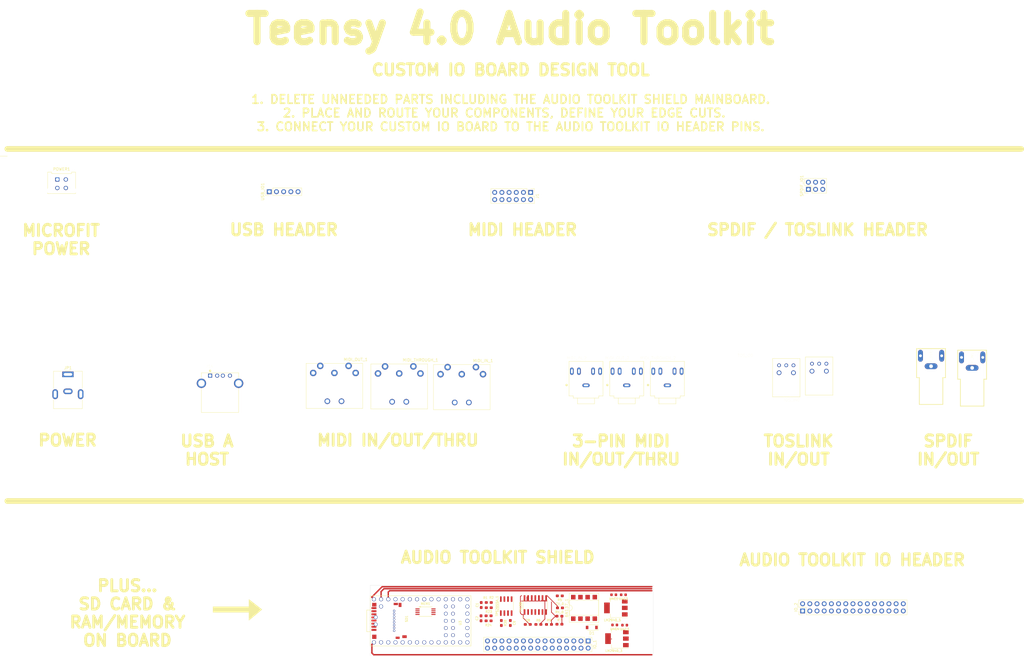
<source format=kicad_pcb>
(kicad_pcb (version 20171130) (host pcbnew "(5.1.5)-3")

  (general
    (thickness 1.6)
    (drawings 24)
    (tracks 39)
    (zones 0)
    (modules 46)
    (nets 38)
  )

  (page USLedger)
  (layers
    (0 F.Cu signal)
    (31 B.Cu signal)
    (32 B.Adhes user hide)
    (33 F.Adhes user hide)
    (34 B.Paste user hide)
    (35 F.Paste user hide)
    (36 B.SilkS user)
    (37 F.SilkS user)
    (38 B.Mask user hide)
    (39 F.Mask user hide)
    (40 Dwgs.User user hide)
    (41 Cmts.User user hide)
    (42 Eco1.User user hide)
    (43 Eco2.User user hide)
    (44 Edge.Cuts user)
    (45 Margin user hide)
    (46 B.CrtYd user hide)
    (47 F.CrtYd user)
    (48 B.Fab user hide)
    (49 F.Fab user hide)
  )

  (setup
    (last_trace_width 0.25)
    (user_trace_width 0.254)
    (user_trace_width 0.381)
    (user_trace_width 0.508)
    (user_trace_width 0.8128)
    (trace_clearance 0.2)
    (zone_clearance 0.508)
    (zone_45_only no)
    (trace_min 0.2)
    (via_size 0.8)
    (via_drill 0.4)
    (via_min_size 0.4)
    (via_min_drill 0.3)
    (uvia_size 0.3)
    (uvia_drill 0.1)
    (uvias_allowed no)
    (uvia_min_size 0.2)
    (uvia_min_drill 0.1)
    (edge_width 0.05)
    (segment_width 0.2)
    (pcb_text_width 0.3)
    (pcb_text_size 1.5 1.5)
    (mod_edge_width 0.12)
    (mod_text_size 1 1)
    (mod_text_width 0.15)
    (pad_size 1.524 1.524)
    (pad_drill 0.762)
    (pad_to_mask_clearance 0.051)
    (solder_mask_min_width 0.25)
    (aux_axis_origin 0 0)
    (visible_elements 7FFFFFFF)
    (pcbplotparams
      (layerselection 0x010fc_ffffffff)
      (usegerberextensions false)
      (usegerberattributes false)
      (usegerberadvancedattributes false)
      (creategerberjobfile false)
      (excludeedgelayer true)
      (linewidth 0.100000)
      (plotframeref false)
      (viasonmask false)
      (mode 1)
      (useauxorigin false)
      (hpglpennumber 1)
      (hpglpenspeed 20)
      (hpglpendiameter 15.000000)
      (psnegative false)
      (psa4output false)
      (plotreference true)
      (plotvalue true)
      (plotinvisibletext false)
      (padsonsilk false)
      (subtractmaskfromsilk false)
      (outputformat 1)
      (mirror false)
      (drillshape 1)
      (scaleselection 1)
      (outputdirectory ""))
  )

  (net 0 "")
  (net 1 SPDIF_IN)
  (net 2 "Net-(C1-Pad2)")
  (net 3 "Net-(C2-Pad2)")
  (net 4 SPDIF_OUT)
  (net 5 "Net-(C9-Pad1)")
  (net 6 GND)
  (net 7 3.3V)
  (net 8 "Net-(R38-Pad2)")
  (net 9 SD_DAT1)
  (net 10 SD_DAT0)
  (net 11 SD_CLK)
  (net 12 SD_CMD)
  (net 13 SD_DAT3)
  (net 14 SD_DAT2)
  (net 15 USB_D-)
  (net 16 USB_D+)
  (net 17 "Net-(J14-Pad4)")
  (net 18 "Net-(R1-Pad1)")
  (net 19 "Net-(R23-Pad1)")
  (net 20 5V)
  (net 21 VIN)
  (net 22 12V)
  (net 23 "Net-(6N137_1-Pad7)")
  (net 24 MIDI_IN_5)
  (net 25 MIDI_IN_4)
  (net 26 "Net-(BYPASS_MIDI_TX_1-Pad1)")
  (net 27 MIDI_TX)
  (net 28 MIDI_OUT_5)
  (net 29 MIDI_OUT_4)
  (net 30 MIDI_THRU_4)
  (net 31 MIDI_THRU_5)
  (net 32 "Net-(R9-Pad2)")
  (net 33 "Net-(74LS0-Pad3)")
  (net 34 "Net-(74LS0-Pad6)")
  (net 35 "Net-(74LS0-Pad8)")
  (net 36 "Net-(74LS0-Pad10)")
  (net 37 "Net-(74LS0-Pad12)")

  (net_class Default "This is the default net class."
    (clearance 0.2)
    (trace_width 0.25)
    (via_dia 0.8)
    (via_drill 0.4)
    (uvia_dia 0.3)
    (uvia_drill 0.1)
    (add_net 12V)
    (add_net 3.3V)
    (add_net 5V)
    (add_net GND)
    (add_net MIDI_IN_4)
    (add_net MIDI_IN_5)
    (add_net MIDI_OUT_4)
    (add_net MIDI_OUT_5)
    (add_net MIDI_THRU_4)
    (add_net MIDI_THRU_5)
    (add_net MIDI_TX)
    (add_net "Net-(6N137_1-Pad7)")
    (add_net "Net-(74LS0-Pad10)")
    (add_net "Net-(74LS0-Pad12)")
    (add_net "Net-(74LS0-Pad3)")
    (add_net "Net-(74LS0-Pad6)")
    (add_net "Net-(74LS0-Pad8)")
    (add_net "Net-(BYPASS_MIDI_TX_1-Pad1)")
    (add_net "Net-(C1-Pad2)")
    (add_net "Net-(C2-Pad2)")
    (add_net "Net-(C9-Pad1)")
    (add_net "Net-(J14-Pad4)")
    (add_net "Net-(R1-Pad1)")
    (add_net "Net-(R23-Pad1)")
    (add_net "Net-(R38-Pad2)")
    (add_net "Net-(R9-Pad2)")
    (add_net SD_CLK)
    (add_net SD_CMD)
    (add_net SD_DAT0)
    (add_net SD_DAT1)
    (add_net SD_DAT2)
    (add_net SD_DAT3)
    (add_net SPDIF_IN)
    (add_net SPDIF_OUT)
    (add_net USB_D+)
    (add_net USB_D-)
    (add_net VIN)
  )

  (module project_fp:23LC1024-I&slash_ST (layer F.Cu) (tedit 5E90B9A5) (tstamp 5E913A63)
    (at 188.341 239.776)
    (path /5E90C041)
    (fp_text reference MEM1 (at 0 -2.794) (layer F.SilkS)
      (effects (font (size 0.8 0.8) (thickness 0.16)))
    )
    (fp_text value 23LC1024-I_P (at 7.62 2.54) (layer F.Fab)
      (effects (font (size 0.8 0.8) (thickness 0.16)))
    )
    (fp_text user "Copyright 2016 Accelerated Designs. All rights reserved." (at 0 0) (layer Cmts.User)
      (effects (font (size 0.8 0.8) (thickness 0.16)))
    )
    (fp_text user * (at -1.869001 -1.473799) (layer F.SilkS)
      (effects (font (size 0.8 0.8) (thickness 0.16)))
    )
    (fp_text user * (at -1.869001 -1.473799) (layer F.Fab)
      (effects (font (size 0.8 0.8) (thickness 0.16)))
    )
    (fp_text user 0.026in/0.65mm (at -5.867 -0.65) (layer Dwgs.User)
      (effects (font (size 0.8 0.8) (thickness 0.16)))
    )
    (fp_text user 0.014in/0.356mm (at 5.867 -0.975) (layer Dwgs.User)
      (effects (font (size 0.8 0.8) (thickness 0.16)))
    )
    (fp_text user 0.222in/5.638mm (at 0 -3.963) (layer Dwgs.User)
      (effects (font (size 0.8 0.8) (thickness 0.16)))
    )
    (fp_text user 0.058in/1.473mm (at -2.819 3.963) (layer Dwgs.User)
      (effects (font (size 0.8 0.8) (thickness 0.16)))
    )
    (fp_text user * (at -1.869001 -1.473799) (layer F.Fab)
      (effects (font (size 0.8 0.8) (thickness 0.16)))
    )
    (fp_text user * (at -1.869001 -1.473799) (layer F.SilkS)
      (effects (font (size 0.8 0.8) (thickness 0.16)))
    )
    (fp_line (start -2.250001 -0.8226) (end -2.250001 -1.1274) (layer F.Fab) (width 0.1524))
    (fp_line (start -2.250001 -1.1274) (end -3.2 -1.1274) (layer F.Fab) (width 0.1524))
    (fp_line (start -3.2 -1.1274) (end -3.2 -0.8226) (layer F.Fab) (width 0.1524))
    (fp_line (start -3.2 -0.8226) (end -2.250001 -0.8226) (layer F.Fab) (width 0.1524))
    (fp_line (start -2.250001 -0.1726) (end -2.250001 -0.4774) (layer F.Fab) (width 0.1524))
    (fp_line (start -2.250001 -0.4774) (end -3.2 -0.4774) (layer F.Fab) (width 0.1524))
    (fp_line (start -3.2 -0.4774) (end -3.2 -0.1726) (layer F.Fab) (width 0.1524))
    (fp_line (start -3.2 -0.1726) (end -2.250001 -0.1726) (layer F.Fab) (width 0.1524))
    (fp_line (start -2.250001 0.4774) (end -2.250001 0.1726) (layer F.Fab) (width 0.1524))
    (fp_line (start -2.250001 0.1726) (end -3.2 0.1726) (layer F.Fab) (width 0.1524))
    (fp_line (start -3.2 0.1726) (end -3.2 0.4774) (layer F.Fab) (width 0.1524))
    (fp_line (start -3.2 0.4774) (end -2.250001 0.4774) (layer F.Fab) (width 0.1524))
    (fp_line (start -2.250001 1.1274) (end -2.250001 0.8226) (layer F.Fab) (width 0.1524))
    (fp_line (start -2.250001 0.8226) (end -3.2 0.8226) (layer F.Fab) (width 0.1524))
    (fp_line (start -3.2 0.8226) (end -3.2 1.1274) (layer F.Fab) (width 0.1524))
    (fp_line (start -3.2 1.1274) (end -2.250001 1.1274) (layer F.Fab) (width 0.1524))
    (fp_line (start 2.250001 0.8226) (end 2.250001 1.1274) (layer F.Fab) (width 0.1524))
    (fp_line (start 2.250001 1.1274) (end 3.2 1.1274) (layer F.Fab) (width 0.1524))
    (fp_line (start 3.2 1.1274) (end 3.2 0.8226) (layer F.Fab) (width 0.1524))
    (fp_line (start 3.2 0.8226) (end 2.250001 0.8226) (layer F.Fab) (width 0.1524))
    (fp_line (start 2.250001 0.1726) (end 2.250001 0.4774) (layer F.Fab) (width 0.1524))
    (fp_line (start 2.250001 0.4774) (end 3.2 0.4774) (layer F.Fab) (width 0.1524))
    (fp_line (start 3.2 0.4774) (end 3.2 0.1726) (layer F.Fab) (width 0.1524))
    (fp_line (start 3.2 0.1726) (end 2.250001 0.1726) (layer F.Fab) (width 0.1524))
    (fp_line (start 2.250001 -0.4774) (end 2.250001 -0.1726) (layer F.Fab) (width 0.1524))
    (fp_line (start 2.250001 -0.1726) (end 3.2 -0.1726) (layer F.Fab) (width 0.1524))
    (fp_line (start 3.2 -0.1726) (end 3.2 -0.4774) (layer F.Fab) (width 0.1524))
    (fp_line (start 3.2 -0.4774) (end 2.250001 -0.4774) (layer F.Fab) (width 0.1524))
    (fp_line (start 2.250001 -1.1274) (end 2.250001 -0.8226) (layer F.Fab) (width 0.1524))
    (fp_line (start 2.250001 -0.8226) (end 3.2 -0.8226) (layer F.Fab) (width 0.1524))
    (fp_line (start 3.2 -0.8226) (end 3.2 -1.1274) (layer F.Fab) (width 0.1524))
    (fp_line (start 3.2 -1.1274) (end 2.250001 -1.1274) (layer F.Fab) (width 0.1524))
    (fp_line (start -2.377001 1.676999) (end 2.377001 1.676999) (layer F.SilkS) (width 0.1524))
    (fp_line (start 2.377001 -1.676999) (end -2.377001 -1.676999) (layer F.SilkS) (width 0.1524))
    (fp_line (start -2.250001 1.549999) (end 2.250001 1.549999) (layer F.Fab) (width 0.1524))
    (fp_line (start 2.250001 1.549999) (end 2.250001 -1.549999) (layer F.Fab) (width 0.1524))
    (fp_line (start 2.250001 -1.549999) (end -2.250001 -1.549999) (layer F.Fab) (width 0.1524))
    (fp_line (start -2.250001 -1.549999) (end -2.250001 1.549999) (layer F.Fab) (width 0.1524))
    (fp_line (start -3.8096 1.3508) (end -3.8096 -1.3508) (layer F.CrtYd) (width 0.1524))
    (fp_line (start -3.8096 -1.3508) (end -2.504001 -1.3508) (layer F.CrtYd) (width 0.1524))
    (fp_line (start -2.504001 -1.3508) (end -2.504001 -1.803999) (layer F.CrtYd) (width 0.1524))
    (fp_line (start -2.504001 -1.803999) (end 2.504001 -1.803999) (layer F.CrtYd) (width 0.1524))
    (fp_line (start 2.504001 -1.803999) (end 2.504001 -1.3508) (layer F.CrtYd) (width 0.1524))
    (fp_line (start 2.504001 -1.3508) (end 3.8096 -1.3508) (layer F.CrtYd) (width 0.1524))
    (fp_line (start 3.8096 -1.3508) (end 3.8096 1.3508) (layer F.CrtYd) (width 0.1524))
    (fp_line (start 3.8096 1.3508) (end 2.504001 1.3508) (layer F.CrtYd) (width 0.1524))
    (fp_line (start 2.504001 1.3508) (end 2.504001 1.803999) (layer F.CrtYd) (width 0.1524))
    (fp_line (start 2.504001 1.803999) (end -2.504001 1.803999) (layer F.CrtYd) (width 0.1524))
    (fp_line (start -2.504001 1.803999) (end -2.504001 1.3508) (layer F.CrtYd) (width 0.1524))
    (fp_line (start -2.504001 1.3508) (end -3.8096 1.3508) (layer F.CrtYd) (width 0.1524))
    (fp_arc (start 0 -1.549999) (end 0.3048 -1.549999) (angle 180) (layer F.Fab) (width 0.1524))
    (pad 1 smd rect (at -2.819001 -0.974999) (size 1.4732 0.3556) (layers F.Cu F.Paste F.Mask))
    (pad 2 smd rect (at -2.819001 -0.325001) (size 1.4732 0.3556) (layers F.Cu F.Paste F.Mask))
    (pad 3 smd rect (at -2.819001 0.325001) (size 1.4732 0.3556) (layers F.Cu F.Paste F.Mask)
      (net 7 3.3V))
    (pad 4 smd rect (at -2.819001 0.974999) (size 1.4732 0.3556) (layers F.Cu F.Paste F.Mask)
      (net 6 GND))
    (pad 5 smd rect (at 2.819001 0.974999) (size 1.4732 0.3556) (layers F.Cu F.Paste F.Mask))
    (pad 6 smd rect (at 2.819001 0.325001) (size 1.4732 0.3556) (layers F.Cu F.Paste F.Mask))
    (pad 7 smd rect (at 2.819001 -0.325001) (size 1.4732 0.3556) (layers F.Cu F.Paste F.Mask)
      (net 7 3.3V))
    (pad 8 smd rect (at 2.819001 -0.974999) (size 1.4732 0.3556) (layers F.Cu F.Paste F.Mask)
      (net 7 3.3V))
    (model ${KIPRJMOD}/lib_sch/ul_23LC1024IST/2020-04-10_17-26-26/STEP/TSSOP8_MC.step
      (at (xyz 0 0 0))
      (scale (xyz 1 1 1))
      (rotate (xyz 0 0 0))
    )
  )

  (module Capacitor_SMD:C_0603_1608Metric_Pad1.05x0.95mm_HandSolder (layer F.Cu) (tedit 5B301BBE) (tstamp 5E90C635)
    (at 208.026 237.4265 90)
    (descr "Capacitor SMD 0603 (1608 Metric), square (rectangular) end terminal, IPC_7351 nominal with elongated pad for handsoldering. (Body size source: http://www.tortai-tech.com/upload/download/2011102023233369053.pdf), generated with kicad-footprint-generator")
    (tags "capacitor handsolder")
    (path /5E9EFA30)
    (attr smd)
    (fp_text reference C1 (at 0 -1.43 90) (layer F.SilkS)
      (effects (font (size 0.8 0.8) (thickness 0.16)))
    )
    (fp_text value 1μ (at 0 1.43 90) (layer F.Fab)
      (effects (font (size 0.8 0.8) (thickness 0.16)))
    )
    (fp_line (start -0.8 0.4) (end -0.8 -0.4) (layer F.Fab) (width 0.1))
    (fp_line (start -0.8 -0.4) (end 0.8 -0.4) (layer F.Fab) (width 0.1))
    (fp_line (start 0.8 -0.4) (end 0.8 0.4) (layer F.Fab) (width 0.1))
    (fp_line (start 0.8 0.4) (end -0.8 0.4) (layer F.Fab) (width 0.1))
    (fp_line (start -0.171267 -0.51) (end 0.171267 -0.51) (layer F.SilkS) (width 0.12))
    (fp_line (start -0.171267 0.51) (end 0.171267 0.51) (layer F.SilkS) (width 0.12))
    (fp_line (start -1.65 0.73) (end -1.65 -0.73) (layer F.CrtYd) (width 0.05))
    (fp_line (start -1.65 -0.73) (end 1.65 -0.73) (layer F.CrtYd) (width 0.05))
    (fp_line (start 1.65 -0.73) (end 1.65 0.73) (layer F.CrtYd) (width 0.05))
    (fp_line (start 1.65 0.73) (end -1.65 0.73) (layer F.CrtYd) (width 0.05))
    (fp_text user %R (at 0 0 90) (layer F.Fab)
      (effects (font (size 0.8 0.8) (thickness 0.16)))
    )
    (pad 1 smd roundrect (at -0.875 0 90) (size 1.05 0.95) (layers F.Cu F.Paste F.Mask) (roundrect_rratio 0.25)
      (net 1 SPDIF_IN))
    (pad 2 smd roundrect (at 0.875 0 90) (size 1.05 0.95) (layers F.Cu F.Paste F.Mask) (roundrect_rratio 0.25)
      (net 2 "Net-(C1-Pad2)"))
    (model ${KISYS3DMOD}/Capacitor_SMD.3dshapes/C_0603_1608Metric.wrl
      (at (xyz 0 0 0))
      (scale (xyz 1 1 1))
      (rotate (xyz 0 0 0))
    )
  )

  (module Capacitor_SMD:C_0603_1608Metric_Pad1.05x0.95mm_HandSolder (layer F.Cu) (tedit 5B301BBE) (tstamp 5E90C646)
    (at 207.9625 242.1255 90)
    (descr "Capacitor SMD 0603 (1608 Metric), square (rectangular) end terminal, IPC_7351 nominal with elongated pad for handsoldering. (Body size source: http://www.tortai-tech.com/upload/download/2011102023233369053.pdf), generated with kicad-footprint-generator")
    (tags "capacitor handsolder")
    (path /5D89A517)
    (attr smd)
    (fp_text reference C2 (at 0 -1.43 90) (layer F.SilkS)
      (effects (font (size 0.8 0.8) (thickness 0.16)))
    )
    (fp_text value 1μ (at 0 1.43 90) (layer F.Fab)
      (effects (font (size 0.8 0.8) (thickness 0.16)))
    )
    (fp_text user %R (at 0 0 90) (layer F.Fab)
      (effects (font (size 0.8 0.8) (thickness 0.16)))
    )
    (fp_line (start 1.65 0.73) (end -1.65 0.73) (layer F.CrtYd) (width 0.05))
    (fp_line (start 1.65 -0.73) (end 1.65 0.73) (layer F.CrtYd) (width 0.05))
    (fp_line (start -1.65 -0.73) (end 1.65 -0.73) (layer F.CrtYd) (width 0.05))
    (fp_line (start -1.65 0.73) (end -1.65 -0.73) (layer F.CrtYd) (width 0.05))
    (fp_line (start -0.171267 0.51) (end 0.171267 0.51) (layer F.SilkS) (width 0.12))
    (fp_line (start -0.171267 -0.51) (end 0.171267 -0.51) (layer F.SilkS) (width 0.12))
    (fp_line (start 0.8 0.4) (end -0.8 0.4) (layer F.Fab) (width 0.1))
    (fp_line (start 0.8 -0.4) (end 0.8 0.4) (layer F.Fab) (width 0.1))
    (fp_line (start -0.8 -0.4) (end 0.8 -0.4) (layer F.Fab) (width 0.1))
    (fp_line (start -0.8 0.4) (end -0.8 -0.4) (layer F.Fab) (width 0.1))
    (pad 2 smd roundrect (at 0.875 0 90) (size 1.05 0.95) (layers F.Cu F.Paste F.Mask) (roundrect_rratio 0.25)
      (net 3 "Net-(C2-Pad2)"))
    (pad 1 smd roundrect (at -0.875 0 90) (size 1.05 0.95) (layers F.Cu F.Paste F.Mask) (roundrect_rratio 0.25)
      (net 4 SPDIF_OUT))
    (model ${KISYS3DMOD}/Capacitor_SMD.3dshapes/C_0603_1608Metric.wrl
      (at (xyz 0 0 0))
      (scale (xyz 1 1 1))
      (rotate (xyz 0 0 0))
    )
  )

  (module Capacitor_SMD:C_0603_1608Metric_Pad1.05x0.95mm_HandSolder (layer F.Cu) (tedit 5B301BBE) (tstamp 5E90C657)
    (at 218.313 243.7765 270)
    (descr "Capacitor SMD 0603 (1608 Metric), square (rectangular) end terminal, IPC_7351 nominal with elongated pad for handsoldering. (Body size source: http://www.tortai-tech.com/upload/download/2011102023233369053.pdf), generated with kicad-footprint-generator")
    (tags "capacitor handsolder")
    (path /5D7F886E)
    (attr smd)
    (fp_text reference C9 (at 0 -1.43 90) (layer F.SilkS)
      (effects (font (size 0.8 0.8) (thickness 0.16)))
    )
    (fp_text value 100uf (at 0 1.43 90) (layer F.Fab)
      (effects (font (size 0.8 0.8) (thickness 0.16)))
    )
    (fp_line (start -0.8 0.4) (end -0.8 -0.4) (layer F.Fab) (width 0.1))
    (fp_line (start -0.8 -0.4) (end 0.8 -0.4) (layer F.Fab) (width 0.1))
    (fp_line (start 0.8 -0.4) (end 0.8 0.4) (layer F.Fab) (width 0.1))
    (fp_line (start 0.8 0.4) (end -0.8 0.4) (layer F.Fab) (width 0.1))
    (fp_line (start -0.171267 -0.51) (end 0.171267 -0.51) (layer F.SilkS) (width 0.12))
    (fp_line (start -0.171267 0.51) (end 0.171267 0.51) (layer F.SilkS) (width 0.12))
    (fp_line (start -1.65 0.73) (end -1.65 -0.73) (layer F.CrtYd) (width 0.05))
    (fp_line (start -1.65 -0.73) (end 1.65 -0.73) (layer F.CrtYd) (width 0.05))
    (fp_line (start 1.65 -0.73) (end 1.65 0.73) (layer F.CrtYd) (width 0.05))
    (fp_line (start 1.65 0.73) (end -1.65 0.73) (layer F.CrtYd) (width 0.05))
    (fp_text user %R (at 0 0 90) (layer F.Fab)
      (effects (font (size 0.8 0.8) (thickness 0.16)))
    )
    (pad 1 smd roundrect (at -0.875 0 270) (size 1.05 0.95) (layers F.Cu F.Paste F.Mask) (roundrect_rratio 0.25)
      (net 5 "Net-(C9-Pad1)"))
    (pad 2 smd roundrect (at 0.875 0 270) (size 1.05 0.95) (layers F.Cu F.Paste F.Mask) (roundrect_rratio 0.25)
      (net 6 GND))
    (model ${KISYS3DMOD}/Capacitor_SMD.3dshapes/C_0603_1608Metric.wrl
      (at (xyz 0 0 0))
      (scale (xyz 1 1 1))
      (rotate (xyz 0 0 0))
    )
  )

  (module Resistor_SMD:R_0603_1608Metric_Pad1.05x0.95mm_HandSolder (layer F.Cu) (tedit 5B301BBD) (tstamp 5E90C6F3)
    (at 210.693 236.5375 180)
    (descr "Resistor SMD 0603 (1608 Metric), square (rectangular) end terminal, IPC_7351 nominal with elongated pad for handsoldering. (Body size source: http://www.tortai-tech.com/upload/download/2011102023233369053.pdf), generated with kicad-footprint-generator")
    (tags "resistor handsolder")
    (path /5E9EFA1D)
    (attr smd)
    (fp_text reference R1 (at 1.2065 1.651) (layer F.SilkS)
      (effects (font (size 0.8 0.8) (thickness 0.16)))
    )
    (fp_text value 22 (at 0 1.43) (layer F.Fab)
      (effects (font (size 0.8 0.8) (thickness 0.16)))
    )
    (fp_text user %R (at 0 0) (layer F.Fab)
      (effects (font (size 0.8 0.8) (thickness 0.16)))
    )
    (fp_line (start 1.65 0.73) (end -1.65 0.73) (layer F.CrtYd) (width 0.05))
    (fp_line (start 1.65 -0.73) (end 1.65 0.73) (layer F.CrtYd) (width 0.05))
    (fp_line (start -1.65 -0.73) (end 1.65 -0.73) (layer F.CrtYd) (width 0.05))
    (fp_line (start -1.65 0.73) (end -1.65 -0.73) (layer F.CrtYd) (width 0.05))
    (fp_line (start -0.171267 0.51) (end 0.171267 0.51) (layer F.SilkS) (width 0.12))
    (fp_line (start -0.171267 -0.51) (end 0.171267 -0.51) (layer F.SilkS) (width 0.12))
    (fp_line (start 0.8 0.4) (end -0.8 0.4) (layer F.Fab) (width 0.1))
    (fp_line (start 0.8 -0.4) (end 0.8 0.4) (layer F.Fab) (width 0.1))
    (fp_line (start -0.8 -0.4) (end 0.8 -0.4) (layer F.Fab) (width 0.1))
    (fp_line (start -0.8 0.4) (end -0.8 -0.4) (layer F.Fab) (width 0.1))
    (pad 2 smd roundrect (at 0.875 0 180) (size 1.05 0.95) (layers F.Cu F.Paste F.Mask) (roundrect_rratio 0.25)
      (net 2 "Net-(C1-Pad2)"))
    (pad 1 smd roundrect (at -0.875 0 180) (size 1.05 0.95) (layers F.Cu F.Paste F.Mask) (roundrect_rratio 0.25)
      (net 18 "Net-(R1-Pad1)"))
    (model ${KISYS3DMOD}/Resistor_SMD.3dshapes/R_0603_1608Metric.wrl
      (at (xyz 0 0 0))
      (scale (xyz 1 1 1))
      (rotate (xyz 0 0 0))
    )
  )

  (module Resistor_SMD:R_0603_1608Metric_Pad1.05x0.95mm_HandSolder (layer F.Cu) (tedit 5B301BBD) (tstamp 5E90C704)
    (at 210.693 238.379 180)
    (descr "Resistor SMD 0603 (1608 Metric), square (rectangular) end terminal, IPC_7351 nominal with elongated pad for handsoldering. (Body size source: http://www.tortai-tech.com/upload/download/2011102023233369053.pdf), generated with kicad-footprint-generator")
    (tags "resistor handsolder")
    (path /5E9EFA24)
    (attr smd)
    (fp_text reference R2 (at -0.9525 3.556) (layer F.SilkS)
      (effects (font (size 0.8 0.8) (thickness 0.16)))
    )
    (fp_text value 22 (at 0 1.43) (layer F.Fab)
      (effects (font (size 0.8 0.8) (thickness 0.16)))
    )
    (fp_line (start -0.8 0.4) (end -0.8 -0.4) (layer F.Fab) (width 0.1))
    (fp_line (start -0.8 -0.4) (end 0.8 -0.4) (layer F.Fab) (width 0.1))
    (fp_line (start 0.8 -0.4) (end 0.8 0.4) (layer F.Fab) (width 0.1))
    (fp_line (start 0.8 0.4) (end -0.8 0.4) (layer F.Fab) (width 0.1))
    (fp_line (start -0.171267 -0.51) (end 0.171267 -0.51) (layer F.SilkS) (width 0.12))
    (fp_line (start -0.171267 0.51) (end 0.171267 0.51) (layer F.SilkS) (width 0.12))
    (fp_line (start -1.65 0.73) (end -1.65 -0.73) (layer F.CrtYd) (width 0.05))
    (fp_line (start -1.65 -0.73) (end 1.65 -0.73) (layer F.CrtYd) (width 0.05))
    (fp_line (start 1.65 -0.73) (end 1.65 0.73) (layer F.CrtYd) (width 0.05))
    (fp_line (start 1.65 0.73) (end -1.65 0.73) (layer F.CrtYd) (width 0.05))
    (fp_text user %R (at 0 0) (layer F.Fab)
      (effects (font (size 0.8 0.8) (thickness 0.16)))
    )
    (pad 1 smd roundrect (at -0.875 0 180) (size 1.05 0.95) (layers F.Cu F.Paste F.Mask) (roundrect_rratio 0.25)
      (net 18 "Net-(R1-Pad1)"))
    (pad 2 smd roundrect (at 0.875 0 180) (size 1.05 0.95) (layers F.Cu F.Paste F.Mask) (roundrect_rratio 0.25))
    (model ${KISYS3DMOD}/Resistor_SMD.3dshapes/R_0603_1608Metric.wrl
      (at (xyz 0 0 0))
      (scale (xyz 1 1 1))
      (rotate (xyz 0 0 0))
    )
  )

  (module Resistor_SMD:R_0603_1608Metric_Pad1.05x0.95mm_HandSolder (layer F.Cu) (tedit 5B301BBD) (tstamp 5E90C715)
    (at 210.6295 241.2365 180)
    (descr "Resistor SMD 0603 (1608 Metric), square (rectangular) end terminal, IPC_7351 nominal with elongated pad for handsoldering. (Body size source: http://www.tortai-tech.com/upload/download/2011102023233369053.pdf), generated with kicad-footprint-generator")
    (tags "resistor handsolder")
    (path /5D8B0174)
    (attr smd)
    (fp_text reference R23 (at -0.0635 1.4605) (layer F.SilkS)
      (effects (font (size 0.8 0.8) (thickness 0.16)))
    )
    (fp_text value 22 (at 0 1.43) (layer F.Fab)
      (effects (font (size 0.8 0.8) (thickness 0.16)))
    )
    (fp_text user %R (at 0 0) (layer F.Fab)
      (effects (font (size 0.8 0.8) (thickness 0.16)))
    )
    (fp_line (start 1.65 0.73) (end -1.65 0.73) (layer F.CrtYd) (width 0.05))
    (fp_line (start 1.65 -0.73) (end 1.65 0.73) (layer F.CrtYd) (width 0.05))
    (fp_line (start -1.65 -0.73) (end 1.65 -0.73) (layer F.CrtYd) (width 0.05))
    (fp_line (start -1.65 0.73) (end -1.65 -0.73) (layer F.CrtYd) (width 0.05))
    (fp_line (start -0.171267 0.51) (end 0.171267 0.51) (layer F.SilkS) (width 0.12))
    (fp_line (start -0.171267 -0.51) (end 0.171267 -0.51) (layer F.SilkS) (width 0.12))
    (fp_line (start 0.8 0.4) (end -0.8 0.4) (layer F.Fab) (width 0.1))
    (fp_line (start 0.8 -0.4) (end 0.8 0.4) (layer F.Fab) (width 0.1))
    (fp_line (start -0.8 -0.4) (end 0.8 -0.4) (layer F.Fab) (width 0.1))
    (fp_line (start -0.8 0.4) (end -0.8 -0.4) (layer F.Fab) (width 0.1))
    (pad 2 smd roundrect (at 0.875 0 180) (size 1.05 0.95) (layers F.Cu F.Paste F.Mask) (roundrect_rratio 0.25)
      (net 3 "Net-(C2-Pad2)"))
    (pad 1 smd roundrect (at -0.875 0 180) (size 1.05 0.95) (layers F.Cu F.Paste F.Mask) (roundrect_rratio 0.25)
      (net 19 "Net-(R23-Pad1)"))
    (model ${KISYS3DMOD}/Resistor_SMD.3dshapes/R_0603_1608Metric.wrl
      (at (xyz 0 0 0))
      (scale (xyz 1 1 1))
      (rotate (xyz 0 0 0))
    )
  )

  (module Resistor_SMD:R_0603_1608Metric_Pad1.05x0.95mm_HandSolder (layer F.Cu) (tedit 5B301BBD) (tstamp 5E90C726)
    (at 210.6295 243.0145 180)
    (descr "Resistor SMD 0603 (1608 Metric), square (rectangular) end terminal, IPC_7351 nominal with elongated pad for handsoldering. (Body size source: http://www.tortai-tech.com/upload/download/2011102023233369053.pdf), generated with kicad-footprint-generator")
    (tags "resistor handsolder")
    (path /5D8B017C)
    (attr smd)
    (fp_text reference R24 (at 0.0635 -1.524) (layer F.SilkS)
      (effects (font (size 0.8 0.8) (thickness 0.16)))
    )
    (fp_text value 22 (at 0 1.43) (layer F.Fab)
      (effects (font (size 0.8 0.8) (thickness 0.16)))
    )
    (fp_line (start -0.8 0.4) (end -0.8 -0.4) (layer F.Fab) (width 0.1))
    (fp_line (start -0.8 -0.4) (end 0.8 -0.4) (layer F.Fab) (width 0.1))
    (fp_line (start 0.8 -0.4) (end 0.8 0.4) (layer F.Fab) (width 0.1))
    (fp_line (start 0.8 0.4) (end -0.8 0.4) (layer F.Fab) (width 0.1))
    (fp_line (start -0.171267 -0.51) (end 0.171267 -0.51) (layer F.SilkS) (width 0.12))
    (fp_line (start -0.171267 0.51) (end 0.171267 0.51) (layer F.SilkS) (width 0.12))
    (fp_line (start -1.65 0.73) (end -1.65 -0.73) (layer F.CrtYd) (width 0.05))
    (fp_line (start -1.65 -0.73) (end 1.65 -0.73) (layer F.CrtYd) (width 0.05))
    (fp_line (start 1.65 -0.73) (end 1.65 0.73) (layer F.CrtYd) (width 0.05))
    (fp_line (start 1.65 0.73) (end -1.65 0.73) (layer F.CrtYd) (width 0.05))
    (fp_text user %R (at 0 0) (layer F.Fab)
      (effects (font (size 0.8 0.8) (thickness 0.16)))
    )
    (pad 1 smd roundrect (at -0.875 0 180) (size 1.05 0.95) (layers F.Cu F.Paste F.Mask) (roundrect_rratio 0.25)
      (net 19 "Net-(R23-Pad1)"))
    (pad 2 smd roundrect (at 0.875 0 180) (size 1.05 0.95) (layers F.Cu F.Paste F.Mask) (roundrect_rratio 0.25))
    (model ${KISYS3DMOD}/Resistor_SMD.3dshapes/R_0603_1608Metric.wrl
      (at (xyz 0 0 0))
      (scale (xyz 1 1 1))
      (rotate (xyz 0 0 0))
    )
  )

  (module Resistor_SMD:R_0603_1608Metric_Pad1.05x0.95mm_HandSolder (layer F.Cu) (tedit 5B301BBD) (tstamp 5E90C77B)
    (at 215.138 243.7765 270)
    (descr "Resistor SMD 0603 (1608 Metric), square (rectangular) end terminal, IPC_7351 nominal with elongated pad for handsoldering. (Body size source: http://www.tortai-tech.com/upload/download/2011102023233369053.pdf), generated with kicad-footprint-generator")
    (tags "resistor handsolder")
    (path /5D7ECDEA)
    (attr smd)
    (fp_text reference R38 (at 0 -1.43 90) (layer F.SilkS)
      (effects (font (size 0.8 0.8) (thickness 0.16)))
    )
    (fp_text value 44ohm (at 0 1.43 90) (layer F.Fab)
      (effects (font (size 0.8 0.8) (thickness 0.16)))
    )
    (fp_text user %R (at 0 0 90) (layer F.Fab)
      (effects (font (size 0.8 0.8) (thickness 0.16)))
    )
    (fp_line (start 1.65 0.73) (end -1.65 0.73) (layer F.CrtYd) (width 0.05))
    (fp_line (start 1.65 -0.73) (end 1.65 0.73) (layer F.CrtYd) (width 0.05))
    (fp_line (start -1.65 -0.73) (end 1.65 -0.73) (layer F.CrtYd) (width 0.05))
    (fp_line (start -1.65 0.73) (end -1.65 -0.73) (layer F.CrtYd) (width 0.05))
    (fp_line (start -0.171267 0.51) (end 0.171267 0.51) (layer F.SilkS) (width 0.12))
    (fp_line (start -0.171267 -0.51) (end 0.171267 -0.51) (layer F.SilkS) (width 0.12))
    (fp_line (start 0.8 0.4) (end -0.8 0.4) (layer F.Fab) (width 0.1))
    (fp_line (start 0.8 -0.4) (end 0.8 0.4) (layer F.Fab) (width 0.1))
    (fp_line (start -0.8 -0.4) (end 0.8 -0.4) (layer F.Fab) (width 0.1))
    (fp_line (start -0.8 0.4) (end -0.8 -0.4) (layer F.Fab) (width 0.1))
    (pad 2 smd roundrect (at 0.875 0 270) (size 1.05 0.95) (layers F.Cu F.Paste F.Mask) (roundrect_rratio 0.25)
      (net 8 "Net-(R38-Pad2)"))
    (pad 1 smd roundrect (at -0.875 0 270) (size 1.05 0.95) (layers F.Cu F.Paste F.Mask) (roundrect_rratio 0.25))
    (model ${KISYS3DMOD}/Resistor_SMD.3dshapes/R_0603_1608Metric.wrl
      (at (xyz 0 0 0))
      (scale (xyz 1 1 1))
      (rotate (xyz 0 0 0))
    )
  )

  (module teensy:Teensy40_SMT (layer F.Cu) (tedit 5DBF48C5) (tstamp 5E92B917)
    (at 186.6265 243.0145)
    (path /5D6E1937)
    (fp_text reference U3 (at 13.97 0.762 90) (layer F.SilkS)
      (effects (font (size 0.8 0.8) (thickness 0.16)))
    )
    (fp_text value Teensy4.0 (at 0 10.16) (layer F.Fab)
      (effects (font (size 0.8 0.8) (thickness 0.16)))
    )
    (fp_line (start -17.78 -8.89) (end -17.78 8.89) (layer F.SilkS) (width 0.15))
    (fp_line (start -17.78 8.89) (end 17.78 8.89) (layer F.SilkS) (width 0.15))
    (fp_line (start 17.78 8.89) (end 17.78 -8.89) (layer F.SilkS) (width 0.15))
    (fp_line (start 17.78 -8.89) (end -17.78 -8.89) (layer F.SilkS) (width 0.15))
    (fp_line (start -17.78 -3.81) (end -19.05 -3.81) (layer F.SilkS) (width 0.15))
    (fp_line (start -19.05 -3.81) (end -19.05 3.81) (layer F.SilkS) (width 0.15))
    (fp_line (start -19.05 3.81) (end -17.78 3.81) (layer F.SilkS) (width 0.15))
    (fp_line (start -15.875 -7.62) (end -15.875 7.62) (layer Dwgs.User) (width 0.15))
    (fp_line (start -17.78 -7.62) (end -15.875 -7.62) (layer Dwgs.User) (width 0.12))
    (fp_line (start -17.78 7.62) (end -15.875 7.62) (layer Dwgs.User) (width 0.12))
    (fp_line (start -17.78 -7.62) (end -17.78 7.62) (layer Dwgs.User) (width 0.12))
    (fp_line (start -9.39 -7.62) (end -9.39 7.62) (layer Dwgs.User) (width 0.12))
    (fp_line (start -9.39 7.62) (end 7 7.62) (layer Dwgs.User) (width 0.12))
    (fp_line (start -9.39 -7.62) (end 7 -7.6) (layer Dwgs.User) (width 0.12))
    (fp_line (start 7 -7.64) (end 7 7.6) (layer Dwgs.User) (width 0.12))
    (fp_line (start 8.89 -8.6) (end 8.89 8.6) (layer Dwgs.User) (width 0.12))
    (fp_line (start 8.89 8.6) (end 11.43 8.6) (layer Dwgs.User) (width 0.12))
    (fp_line (start 11.43 8.6) (end 11.43 -8.6) (layer Dwgs.User) (width 0.12))
    (fp_line (start 11.43 -8.6) (end 8.89 -8.6) (layer Dwgs.User) (width 0.12))
    (fp_line (start 13.97 -8.6) (end 16.51 -8.6) (layer Dwgs.User) (width 0.12))
    (fp_line (start 16.51 8.6) (end 13.97 8.6) (layer Dwgs.User) (width 0.12))
    (fp_line (start 13.97 8.6) (end 13.97 -8.6) (layer Dwgs.User) (width 0.12))
    (fp_poly (pts (xy 10.922 5.588) (xy 13.462 5.588) (xy 13.462 4.572) (xy 10.922 4.572)) (layer Eco1.User) (width 0.1))
    (fp_poly (pts (xy 10.922 3.048) (xy 13.462 3.048) (xy 13.462 2.032) (xy 10.922 2.032)) (layer Eco1.User) (width 0.1))
    (fp_poly (pts (xy 10.922 0.508) (xy 13.462 0.508) (xy 13.462 -0.508) (xy 10.922 -0.508)) (layer Eco1.User) (width 0.1))
    (fp_poly (pts (xy 10.922 -2.032) (xy 13.462 -2.032) (xy 13.462 -3.048) (xy 10.922 -3.048)) (layer Eco1.User) (width 0.1))
    (fp_poly (pts (xy 10.922 -4.572) (xy 13.462 -4.572) (xy 13.462 -5.588) (xy 10.922 -5.588)) (layer Eco1.User) (width 0.1))
    (fp_poly (pts (xy 6.858 -4.572) (xy 9.398 -4.572) (xy 9.398 -5.588) (xy 6.858 -5.588)) (layer Eco1.User) (width 0.1))
    (fp_poly (pts (xy 6.858 -2.032) (xy 9.398 -2.032) (xy 9.398 -3.048) (xy 6.858 -3.048)) (layer Eco1.User) (width 0.1))
    (fp_poly (pts (xy 6.858 0.508) (xy 9.398 0.508) (xy 9.398 -0.508) (xy 6.858 -0.508)) (layer Eco1.User) (width 0.1))
    (fp_poly (pts (xy 6.858 3.048) (xy 9.398 3.048) (xy 9.398 2.032) (xy 6.858 2.032)) (layer Eco1.User) (width 0.1))
    (fp_poly (pts (xy 6.858 5.588) (xy 9.398 5.588) (xy 9.398 4.572) (xy 6.858 4.572)) (layer Eco1.User) (width 0.1))
    (fp_poly (pts (xy -17.272 1.778) (xy -14.732 1.778) (xy -14.732 0.762) (xy -17.272 0.762)) (layer Eco1.User) (width 0.1))
    (fp_poly (pts (xy -17.272 -0.762) (xy -14.732 -0.762) (xy -14.732 -1.778) (xy -17.272 -1.778)) (layer Eco1.User) (width 0.1))
    (fp_poly (pts (xy -9.5 -3.75) (xy -7.5 -3.75) (xy -7.5 -3.25) (xy -9.5 -3.25)) (layer Eco1.User) (width 0.1))
    (fp_poly (pts (xy -9.5 -2.75) (xy -7.5 -2.75) (xy -7.5 -2.25) (xy -9.5 -2.25)) (layer Eco1.User) (width 0.1))
    (fp_poly (pts (xy -9.5 -1.75) (xy -7.5 -1.75) (xy -7.5 -1.25) (xy -9.5 -1.25)) (layer Eco1.User) (width 0.1))
    (fp_poly (pts (xy -9.5 -0.75) (xy -7.5 -0.75) (xy -7.5 -0.25) (xy -9.5 -0.25)) (layer Eco1.User) (width 0.1))
    (fp_poly (pts (xy -9.5 0.25) (xy -7.5 0.25) (xy -7.5 0.75) (xy -9.5 0.75)) (layer Eco1.User) (width 0.1))
    (fp_poly (pts (xy -9.5 1.25) (xy -7.5 1.25) (xy -7.5 1.75) (xy -9.5 1.75)) (layer Eco1.User) (width 0.1))
    (fp_poly (pts (xy -9.5 2.25) (xy -7.5 2.25) (xy -7.5 2.75) (xy -9.5 2.75)) (layer Eco1.User) (width 0.1))
    (fp_poly (pts (xy -9.5 3.25) (xy -7.5 3.25) (xy -7.5 3.75) (xy -9.5 3.75)) (layer Eco1.User) (width 0.1))
    (fp_line (start 16.51 -8.6) (end 16.51 8.6) (layer Dwgs.User) (width 0.12))
    (pad 1 thru_hole circle (at -16.51 7.62) (size 1.404 1.404) (drill 1.1) (layers *.Cu *.Mask)
      (net 6 GND))
    (pad 2 thru_hole circle (at -13.97 7.62) (size 1.404 1.404) (drill 1.1) (layers *.Cu *.Mask)
      (net 20 5V))
    (pad 35 thru_hole circle (at 11.43 -5.08) (size 1.304 1.304) (drill 1) (layers *.Cu *.Mask))
    (pad 36 thru_hole circle (at 8.89 -5.08) (size 1.304 1.304) (drill 1) (layers *.Cu *.Mask))
    (pad 37 thru_hole circle (at 11.43 -2.54) (size 1.304 1.304) (drill 1) (layers *.Cu *.Mask))
    (pad 38 thru_hole circle (at 8.89 -2.54) (size 1.304 1.304) (drill 1) (layers *.Cu *.Mask))
    (pad 39 thru_hole circle (at 11.43 0) (size 1.304 1.304) (drill 1) (layers *.Cu *.Mask))
    (pad 40 thru_hole circle (at 8.89 0) (size 1.304 1.304) (drill 1) (layers *.Cu *.Mask))
    (pad 41 thru_hole circle (at 11.43 2.54) (size 1.304 1.304) (drill 1) (layers *.Cu *.Mask))
    (pad 42 thru_hole circle (at 8.89 2.54) (size 1.304 1.304) (drill 1) (layers *.Cu *.Mask))
    (pad 43 thru_hole circle (at 11.43 5.08) (size 1.304 1.304) (drill 1) (layers *.Cu *.Mask))
    (pad 44 thru_hole circle (at 8.89 5.08) (size 1.304 1.304) (drill 1) (layers *.Cu *.Mask))
    (pad 45 thru_hole circle (at -9.3716 -3.5) (size 0.804 0.804) (drill 0.5) (layers *.Cu *.Mask)
      (net 9 SD_DAT1))
    (pad 46 thru_hole circle (at -9.3716 -2.5) (size 0.804 0.804) (drill 0.5) (layers *.Cu *.Mask)
      (net 10 SD_DAT0))
    (pad 47 thru_hole circle (at -9.3716 -1.5) (size 0.804 0.804) (drill 0.5) (layers *.Cu *.Mask))
    (pad 48 thru_hole circle (at -9.3716 -0.5) (size 0.804 0.804) (drill 0.5) (layers *.Cu *.Mask)
      (net 11 SD_CLK))
    (pad 49 thru_hole circle (at -9.3716 0.5) (size 0.804 0.804) (drill 0.5) (layers *.Cu *.Mask))
    (pad 50 thru_hole circle (at -9.3716 1.5) (size 0.804 0.804) (drill 0.5) (layers *.Cu *.Mask)
      (net 12 SD_CMD))
    (pad 51 thru_hole circle (at -9.3716 2.5) (size 0.804 0.804) (drill 0.5) (layers *.Cu *.Mask)
      (net 13 SD_DAT3))
    (pad 52 thru_hole circle (at -9.3716 3.5) (size 0.804 0.804) (drill 0.5) (layers *.Cu *.Mask)
      (net 14 SD_DAT2))
    (pad 53 thru_hole circle (at -15.875 -1.27) (size 1.304 1.304) (drill 1) (layers *.Cu *.Mask)
      (net 15 USB_D-))
    (pad 54 thru_hole circle (at -15.875 1.27) (size 1.304 1.304) (drill 1) (layers *.Cu *.Mask)
      (net 16 USB_D+))
    (pad 3 thru_hole circle (at -11.43 7.62) (size 1.404 1.404) (drill 1.1) (layers *.Cu *.Mask)
      (net 27 MIDI_TX))
    (pad 4 thru_hole circle (at -8.89 7.62) (size 1.404 1.404) (drill 1.1) (layers *.Cu *.Mask))
    (pad 5 thru_hole circle (at -6.35 7.62) (size 1.404 1.404) (drill 1.1) (layers *.Cu *.Mask))
    (pad 6 thru_hole circle (at -3.81 7.62) (size 1.404 1.404) (drill 1.1) (layers *.Cu *.Mask))
    (pad 7 thru_hole circle (at -1.27 7.62) (size 1.404 1.404) (drill 1.1) (layers *.Cu *.Mask))
    (pad 8 thru_hole circle (at 1.27 7.62) (size 1.404 1.404) (drill 1.1) (layers *.Cu *.Mask))
    (pad 9 thru_hole circle (at 3.81 7.62) (size 1.404 1.404) (drill 1.1) (layers *.Cu *.Mask))
    (pad 10 thru_hole circle (at 6.35 7.62) (size 1.404 1.404) (drill 1.1) (layers *.Cu *.Mask))
    (pad 11 thru_hole circle (at 8.89 7.62) (size 1.404 1.404) (drill 1.1) (layers *.Cu *.Mask))
    (pad 12 thru_hole circle (at 11.43 7.62) (size 1.404 1.404) (drill 1.1) (layers *.Cu *.Mask))
    (pad 14 thru_hole circle (at 16.51 7.62) (size 1.404 1.404) (drill 1.1) (layers *.Cu *.Mask))
    (pad 15 thru_hole circle (at 16.51 5.08) (size 1.404 1.404) (drill 1.1) (layers *.Cu *.Mask))
    (pad 16 thru_hole circle (at 16.51 2.54) (size 1.404 1.404) (drill 1.1) (layers *.Cu *.Mask))
    (pad 17 thru_hole circle (at 16.51 0) (size 1.404 1.404) (drill 1.1) (layers *.Cu *.Mask))
    (pad 18 thru_hole circle (at 16.51 -2.54) (size 1.404 1.404) (drill 1.1) (layers *.Cu *.Mask))
    (pad 19 thru_hole circle (at 16.51 -5.08) (size 1.404 1.404) (drill 1.1) (layers *.Cu *.Mask))
    (pad 20 thru_hole circle (at 16.51 -7.62) (size 1.404 1.404) (drill 1.1) (layers *.Cu *.Mask))
    (pad 21 thru_hole circle (at 13.97 -7.62) (size 1.404 1.404) (drill 1.1) (layers *.Cu *.Mask))
    (pad 22 thru_hole circle (at 11.43 -7.62) (size 1.404 1.404) (drill 1.1) (layers *.Cu *.Mask))
    (pad 23 thru_hole circle (at 8.89 -7.62) (size 1.404 1.404) (drill 1.1) (layers *.Cu *.Mask))
    (pad 24 thru_hole circle (at 6.35 -7.62) (size 1.404 1.404) (drill 1.1) (layers *.Cu *.Mask))
    (pad 25 thru_hole circle (at 3.81 -7.62) (size 1.404 1.404) (drill 1.1) (layers *.Cu *.Mask))
    (pad 26 thru_hole circle (at 1.27 -7.62) (size 1.404 1.404) (drill 1.1) (layers *.Cu *.Mask))
    (pad 27 thru_hole circle (at -1.27 -7.62) (size 1.404 1.404) (drill 1.1) (layers *.Cu *.Mask))
    (pad 28 thru_hole circle (at -3.81 -7.62) (size 1.404 1.404) (drill 1.1) (layers *.Cu *.Mask))
    (pad 29 thru_hole circle (at -6.35 -7.62) (size 1.404 1.404) (drill 1.1) (layers *.Cu *.Mask))
    (pad 30 thru_hole circle (at -8.89 -7.62) (size 1.404 1.404) (drill 1.1) (layers *.Cu *.Mask))
    (pad 31 thru_hole circle (at -11.43 -7.62) (size 1.404 1.404) (drill 1.1) (layers *.Cu *.Mask)
      (net 7 3.3V))
    (pad 32 thru_hole circle (at -13.97 -7.62) (size 1.404 1.404) (drill 1.1) (layers *.Cu *.Mask)
      (net 6 GND))
    (pad 34 thru_hole circle (at -13.97 -5.08) (size 1.404 1.404) (drill 1.1) (layers *.Cu *.Mask))
    (pad 33 thru_hole circle (at -16.51 -7.62) (size 1.404 1.404) (drill 1.1) (layers *.Cu *.Mask)
      (net 20 5V))
    (pad 13 thru_hole circle (at 13.97 7.62) (size 1.404 1.404) (drill 1.1) (layers *.Cu *.Mask))
    (model ${KICAD_USER_DIR}/teensy.pretty/Teensy_4.0_Assembly.STEP
      (offset (xyz 33 9.5 -11))
      (scale (xyz 1 1 1))
      (rotate (xyz -90 0 0))
    )
  )

  (module Package_SO:SOIC-8_3.9x4.9mm_P1.27mm (layer F.Cu) (tedit 5D9F72B1) (tstamp 5E90C83A)
    (at 216.8525 237.8075 270)
    (descr "SOIC, 8 Pin (JEDEC MS-012AA, https://www.analog.com/media/en/package-pcb-resources/package/pkg_pdf/soic_narrow-r/r_8.pdf), generated with kicad-footprint-generator ipc_gullwing_generator.py")
    (tags "SOIC SO")
    (path /5D7B55DC)
    (attr smd)
    (fp_text reference TPS2055A_1 (at 0 3.2385 90) (layer F.SilkS)
      (effects (font (size 0.8 0.8) (thickness 0.16)))
    )
    (fp_text value TPS2055A (at 0 3.4 90) (layer F.Fab)
      (effects (font (size 0.8 0.8) (thickness 0.16)))
    )
    (fp_line (start 0 2.56) (end 1.95 2.56) (layer F.SilkS) (width 0.12))
    (fp_line (start 0 2.56) (end -1.95 2.56) (layer F.SilkS) (width 0.12))
    (fp_line (start 0 -2.56) (end 1.95 -2.56) (layer F.SilkS) (width 0.12))
    (fp_line (start 0 -2.56) (end -3.45 -2.56) (layer F.SilkS) (width 0.12))
    (fp_line (start -0.975 -2.45) (end 1.95 -2.45) (layer F.Fab) (width 0.1))
    (fp_line (start 1.95 -2.45) (end 1.95 2.45) (layer F.Fab) (width 0.1))
    (fp_line (start 1.95 2.45) (end -1.95 2.45) (layer F.Fab) (width 0.1))
    (fp_line (start -1.95 2.45) (end -1.95 -1.475) (layer F.Fab) (width 0.1))
    (fp_line (start -1.95 -1.475) (end -0.975 -2.45) (layer F.Fab) (width 0.1))
    (fp_line (start -3.7 -2.7) (end -3.7 2.7) (layer F.CrtYd) (width 0.05))
    (fp_line (start -3.7 2.7) (end 3.7 2.7) (layer F.CrtYd) (width 0.05))
    (fp_line (start 3.7 2.7) (end 3.7 -2.7) (layer F.CrtYd) (width 0.05))
    (fp_line (start 3.7 -2.7) (end -3.7 -2.7) (layer F.CrtYd) (width 0.05))
    (fp_text user %R (at 0 0 90) (layer F.Fab)
      (effects (font (size 0.8 0.8) (thickness 0.16)))
    )
    (pad 1 smd roundrect (at -2.475 -1.905 270) (size 1.95 0.6) (layers F.Cu F.Paste F.Mask) (roundrect_rratio 0.25))
    (pad 2 smd roundrect (at -2.475 -0.635 270) (size 1.95 0.6) (layers F.Cu F.Paste F.Mask) (roundrect_rratio 0.25)
      (net 20 5V))
    (pad 3 smd roundrect (at -2.475 0.635 270) (size 1.95 0.6) (layers F.Cu F.Paste F.Mask) (roundrect_rratio 0.25))
    (pad 4 smd roundrect (at -2.475 1.905 270) (size 1.95 0.6) (layers F.Cu F.Paste F.Mask) (roundrect_rratio 0.25)
      (net 20 5V))
    (pad 5 smd roundrect (at 2.475 1.905 270) (size 1.95 0.6) (layers F.Cu F.Paste F.Mask) (roundrect_rratio 0.25)
      (net 8 "Net-(R38-Pad2)"))
    (pad 6 smd roundrect (at 2.475 0.635 270) (size 1.95 0.6) (layers F.Cu F.Paste F.Mask) (roundrect_rratio 0.25)
      (net 5 "Net-(C9-Pad1)"))
    (pad 7 smd roundrect (at 2.475 -0.635 270) (size 1.95 0.6) (layers F.Cu F.Paste F.Mask) (roundrect_rratio 0.25)
      (net 5 "Net-(C9-Pad1)"))
    (pad 8 smd roundrect (at 2.475 -1.905 270) (size 1.95 0.6) (layers F.Cu F.Paste F.Mask) (roundrect_rratio 0.25)
      (net 5 "Net-(C9-Pad1)"))
    (model ${KISYS3DMOD}/Package_SO.3dshapes/SOIC-8_3.9x4.9mm_P1.27mm.wrl
      (at (xyz 0 0 0))
      (scale (xyz 1 1 1))
      (rotate (xyz 0 0 0))
    )
  )

  (module Package_TO_SOT_SMD:SOT-223 (layer F.Cu) (tedit 5A02FF57) (tstamp 5E90C869)
    (at 255.5875 238.4425 180)
    (descr "module CMS SOT223 4 pins")
    (tags "CMS SOT")
    (path /5D0C67E0)
    (attr smd)
    (fp_text reference LM2940_5 (at 1.2065 -4.318) (layer F.SilkS)
      (effects (font (size 0.8 0.8) (thickness 0.16)))
    )
    (fp_text value LM2940IMP-5 (at 0 4.5) (layer F.Fab)
      (effects (font (size 0.8 0.8) (thickness 0.16)))
    )
    (fp_text user %R (at 0.3175 0.254 90) (layer F.Fab)
      (effects (font (size 0.8 0.8) (thickness 0.16)))
    )
    (fp_line (start -1.85 -2.3) (end -0.8 -3.35) (layer F.Fab) (width 0.1))
    (fp_line (start 1.91 3.41) (end 1.91 2.15) (layer F.SilkS) (width 0.12))
    (fp_line (start 1.91 -3.41) (end 1.91 -2.15) (layer F.SilkS) (width 0.12))
    (fp_line (start 4.4 -3.6) (end -4.4 -3.6) (layer F.CrtYd) (width 0.05))
    (fp_line (start 4.4 3.6) (end 4.4 -3.6) (layer F.CrtYd) (width 0.05))
    (fp_line (start -4.4 3.6) (end 4.4 3.6) (layer F.CrtYd) (width 0.05))
    (fp_line (start -4.4 -3.6) (end -4.4 3.6) (layer F.CrtYd) (width 0.05))
    (fp_line (start -1.85 -2.3) (end -1.85 3.35) (layer F.Fab) (width 0.1))
    (fp_line (start -1.85 3.41) (end 1.91 3.41) (layer F.SilkS) (width 0.12))
    (fp_line (start -0.8 -3.35) (end 1.85 -3.35) (layer F.Fab) (width 0.1))
    (fp_line (start -4.1 -3.41) (end 1.91 -3.41) (layer F.SilkS) (width 0.12))
    (fp_line (start -1.85 3.35) (end 1.85 3.35) (layer F.Fab) (width 0.1))
    (fp_line (start 1.85 -3.35) (end 1.85 3.35) (layer F.Fab) (width 0.1))
    (pad 4 smd rect (at 3.15 0 180) (size 2 3.8) (layers F.Cu F.Paste F.Mask))
    (pad 2 smd rect (at -3.15 0 180) (size 2 1.5) (layers F.Cu F.Paste F.Mask)
      (net 20 5V))
    (pad 3 smd rect (at -3.15 2.3 180) (size 2 1.5) (layers F.Cu F.Paste F.Mask)
      (net 22 12V))
    (pad 1 smd rect (at -3.15 -2.3 180) (size 2 1.5) (layers F.Cu F.Paste F.Mask)
      (net 6 GND))
    (model ${KISYS3DMOD}/Package_TO_SOT_SMD.3dshapes/SOT-223.wrl
      (at (xyz 0 0 0))
      (scale (xyz 1 1 1))
      (rotate (xyz 0 0 0))
    )
  )

  (module Capacitor_SMD:C_0603_1608Metric (layer F.Cu) (tedit 5B301BBE) (tstamp 5E9118E8)
    (at 254.8255 233.807 180)
    (descr "Capacitor SMD 0603 (1608 Metric), square (rectangular) end terminal, IPC_7351 nominal, (Body size source: http://www.tortai-tech.com/upload/download/2011102023233369053.pdf), generated with kicad-footprint-generator")
    (tags capacitor)
    (path /5D0C67FD)
    (attr smd)
    (fp_text reference U4C1 (at 0 -1.43) (layer F.SilkS)
      (effects (font (size 0.8 0.8) (thickness 0.16)))
    )
    (fp_text value "22 uF" (at 0 1.43) (layer F.Fab)
      (effects (font (size 0.8 0.8) (thickness 0.16)))
    )
    (fp_line (start -0.8 0.4) (end -0.8 -0.4) (layer F.Fab) (width 0.1))
    (fp_line (start -0.8 -0.4) (end 0.8 -0.4) (layer F.Fab) (width 0.1))
    (fp_line (start 0.8 -0.4) (end 0.8 0.4) (layer F.Fab) (width 0.1))
    (fp_line (start 0.8 0.4) (end -0.8 0.4) (layer F.Fab) (width 0.1))
    (fp_line (start -0.162779 -0.51) (end 0.162779 -0.51) (layer F.SilkS) (width 0.12))
    (fp_line (start -0.162779 0.51) (end 0.162779 0.51) (layer F.SilkS) (width 0.12))
    (fp_line (start -1.48 0.73) (end -1.48 -0.73) (layer F.CrtYd) (width 0.05))
    (fp_line (start -1.48 -0.73) (end 1.48 -0.73) (layer F.CrtYd) (width 0.05))
    (fp_line (start 1.48 -0.73) (end 1.48 0.73) (layer F.CrtYd) (width 0.05))
    (fp_line (start 1.48 0.73) (end -1.48 0.73) (layer F.CrtYd) (width 0.05))
    (fp_text user %R (at 0 0) (layer F.Fab)
      (effects (font (size 0.8 0.8) (thickness 0.16)))
    )
    (pad 1 smd roundrect (at -0.7875 0 180) (size 0.875 0.95) (layers F.Cu F.Paste F.Mask) (roundrect_rratio 0.25)
      (net 20 5V))
    (pad 2 smd roundrect (at 0.7875 0 180) (size 0.875 0.95) (layers F.Cu F.Paste F.Mask) (roundrect_rratio 0.25)
      (net 6 GND))
    (model ${KISYS3DMOD}/Capacitor_SMD.3dshapes/C_0603_1608Metric.wrl
      (at (xyz 0 0 0))
      (scale (xyz 1 1 1))
      (rotate (xyz 0 0 0))
    )
  )

  (module Capacitor_SMD:C_0603_1608Metric (layer F.Cu) (tedit 5B301BBE) (tstamp 5E9118F9)
    (at 258.2545 233.807 180)
    (descr "Capacitor SMD 0603 (1608 Metric), square (rectangular) end terminal, IPC_7351 nominal, (Body size source: http://www.tortai-tech.com/upload/download/2011102023233369053.pdf), generated with kicad-footprint-generator")
    (tags capacitor)
    (path /5D0C67F6)
    (attr smd)
    (fp_text reference U4C2 (at 0 -1.43) (layer F.SilkS)
      (effects (font (size 0.8 0.8) (thickness 0.16)))
    )
    (fp_text value 0.47uF (at 0 1.43) (layer F.Fab)
      (effects (font (size 0.8 0.8) (thickness 0.16)))
    )
    (fp_text user %R (at 0 0) (layer F.Fab)
      (effects (font (size 0.8 0.8) (thickness 0.16)))
    )
    (fp_line (start 1.48 0.73) (end -1.48 0.73) (layer F.CrtYd) (width 0.05))
    (fp_line (start 1.48 -0.73) (end 1.48 0.73) (layer F.CrtYd) (width 0.05))
    (fp_line (start -1.48 -0.73) (end 1.48 -0.73) (layer F.CrtYd) (width 0.05))
    (fp_line (start -1.48 0.73) (end -1.48 -0.73) (layer F.CrtYd) (width 0.05))
    (fp_line (start -0.162779 0.51) (end 0.162779 0.51) (layer F.SilkS) (width 0.12))
    (fp_line (start -0.162779 -0.51) (end 0.162779 -0.51) (layer F.SilkS) (width 0.12))
    (fp_line (start 0.8 0.4) (end -0.8 0.4) (layer F.Fab) (width 0.1))
    (fp_line (start 0.8 -0.4) (end 0.8 0.4) (layer F.Fab) (width 0.1))
    (fp_line (start -0.8 -0.4) (end 0.8 -0.4) (layer F.Fab) (width 0.1))
    (fp_line (start -0.8 0.4) (end -0.8 -0.4) (layer F.Fab) (width 0.1))
    (pad 2 smd roundrect (at 0.7875 0 180) (size 0.875 0.95) (layers F.Cu F.Paste F.Mask) (roundrect_rratio 0.25)
      (net 6 GND))
    (pad 1 smd roundrect (at -0.7875 0 180) (size 0.875 0.95) (layers F.Cu F.Paste F.Mask) (roundrect_rratio 0.25)
      (net 22 12V))
    (model ${KISYS3DMOD}/Capacitor_SMD.3dshapes/C_0603_1608Metric.wrl
      (at (xyz 0 0 0))
      (scale (xyz 1 1 1))
      (rotate (xyz 0 0 0))
    )
  )

  (module DM3D-SF:DM3D-SF (layer F.Cu) (tedit 5951123E) (tstamp 5E915219)
    (at 171.0055 243.0145 270)
    (descr "Micro SD")
    (tags "Micro SD")
    (path /5D76D3FA)
    (attr smd)
    (fp_text reference SD1 (at -0.6985 -10.668 90) (layer F.SilkS)
      (effects (font (size 0.8 0.8) (thickness 0.16)))
    )
    (fp_text value DM3D-SF (at 1.5 -7 90) (layer F.Fab) hide
      (effects (font (size 0.8 0.8) (thickness 0.16)))
    )
    (fp_arc (start 5 3.85) (end 5.5 3.85) (angle 90) (layer F.Fab) (width 0.15))
    (fp_arc (start -5 3.85) (end -5 4.35) (angle 90) (layer F.Fab) (width 0.15))
    (fp_line (start 5.5 3.85) (end 5.5 0.5) (layer F.Fab) (width 0.15))
    (fp_line (start -5 4.35) (end 5 4.35) (layer F.Fab) (width 0.15))
    (fp_line (start -5.5 0.5) (end -5.5 3.85) (layer F.Fab) (width 0.15))
    (fp_arc (start -4.75 -1.25) (end -5.25 -1.25) (angle 90) (layer F.Fab) (width 0.15))
    (fp_arc (start -5.5 -0.25) (end -5.25 -0.25) (angle 90) (layer F.Fab) (width 0.15))
    (fp_arc (start 4.75 -1.25) (end 4.75 -1.75) (angle 90) (layer F.Fab) (width 0.15))
    (fp_arc (start 5.5 -0.25) (end 5.5 0) (angle 90) (layer F.Fab) (width 0.15))
    (fp_line (start 5.5 0) (end 6 0) (layer F.Fab) (width 0.15))
    (fp_line (start 5.25 -0.25) (end 5.25 -1.25) (layer F.Fab) (width 0.15))
    (fp_line (start -5.25 -0.25) (end -5.25 -1.25) (layer F.Fab) (width 0.15))
    (fp_line (start -5.95 0) (end -5.5 0) (layer F.Fab) (width 0.15))
    (fp_line (start -4.75 -1.8) (end 4.75 -1.8) (layer F.Fab) (width 0.15))
    (fp_line (start -5.95 0) (end -5.95 -11.45) (layer F.Fab) (width 0.15))
    (fp_line (start 6 0) (end 6 -11.45) (layer F.Fab) (width 0.15))
    (fp_line (start -5.95 -11.45) (end 6 -11.45) (layer F.Fab) (width 0.15))
    (fp_line (start 0 -8.2) (end 0.5 -10.2) (layer F.Fab) (width 0.1))
    (fp_line (start 0.1 -8.2) (end 0 -8.2) (layer F.Fab) (width 0.1))
    (fp_line (start 0 -10.2) (end -0.5 -8.2) (layer F.Fab) (width 0.1))
    (fp_line (start -0.5 -10.2) (end 0 -10.2) (layer F.Fab) (width 0.1))
    (fp_line (start -1 -8.2) (end -0.5 -10.2) (layer F.Fab) (width 0.1))
    (fp_line (start -1.5 -8.2) (end -1 -8.2) (layer F.Fab) (width 0.1))
    (fp_line (start -1 -10.2) (end -1.5 -8.2) (layer F.Fab) (width 0.1))
    (fp_line (start -1.5 -10.2) (end -1 -10.2) (layer F.Fab) (width 0.1))
    (fp_line (start -1.9 -8.3) (end -1.5 -10.2) (layer F.Fab) (width 0.1))
    (fp_line (start 0.55 -8.2) (end 0.55 -10.2) (layer F.Fab) (width 0.1))
    (fp_line (start -1.95 -10.2) (end -1.95 -8.2) (layer F.Fab) (width 0.1))
    (fp_line (start -4.7 -6) (end -4.4 -4) (layer F.Fab) (width 0.1))
    (fp_line (start -2.7 -6) (end -3.4 -4) (layer F.Fab) (width 0.1))
    (fp_line (start -3.2 -6) (end -2.7 -6) (layer F.Fab) (width 0.1))
    (fp_line (start -3.9 -4) (end -3.2 -6) (layer F.Fab) (width 0.1))
    (fp_line (start -4.4 -4) (end -3.9 -4) (layer F.Fab) (width 0.1))
    (fp_line (start -3.7 -6) (end -4.4 -4) (layer F.Fab) (width 0.1))
    (fp_line (start -4.2 -6) (end -3.7 -6) (layer F.Fab) (width 0.1))
    (fp_line (start -4.9 -4) (end -4.2 -6) (layer F.Fab) (width 0.1))
    (fp_line (start -4.9 -6) (end -4.9 -4) (layer F.Fab) (width 0.1))
    (fp_text user %R (at 0 3.25 90) (layer F.Fab)
      (effects (font (size 0.8 0.8) (thickness 0.16)))
    )
    (fp_line (start -6.5 4.5) (end -6.5 -11.75) (layer F.CrtYd) (width 0.05))
    (fp_line (start 6.5 4.5) (end -6.5 4.5) (layer F.CrtYd) (width 0.05))
    (fp_line (start 6.5 -11.75) (end 6.5 4.5) (layer F.CrtYd) (width 0.05))
    (fp_line (start -6.5 -11.75) (end 6.5 -11.75) (layer F.CrtYd) (width 0.05))
    (fp_line (start -4.9 -6) (end 3.2 -6) (layer F.Fab) (width 0.1))
    (fp_line (start 0.55 -8.2) (end -1.95 -8.2) (layer F.Fab) (width 0.1))
    (fp_line (start -4.9 -4) (end 3.2 -4) (layer F.Fab) (width 0.1))
    (fp_line (start -4.4 -4) (end -3.7 -6) (layer F.Fab) (width 0.1))
    (fp_line (start -3.9 -4) (end -3.2 -6) (layer F.Fab) (width 0.1))
    (fp_line (start -3.4 -4) (end -2.7 -6) (layer F.Fab) (width 0.1))
    (fp_line (start -2.9 -4) (end -2.2 -6) (layer F.Fab) (width 0.1))
    (fp_line (start -2.4 -4) (end -1.7 -6) (layer F.Fab) (width 0.1))
    (fp_line (start -1.9 -4) (end -1.2 -6) (layer F.Fab) (width 0.1))
    (fp_line (start -1.4 -4) (end -0.7 -6) (layer F.Fab) (width 0.1))
    (fp_line (start -0.9 -4) (end -0.2 -6) (layer F.Fab) (width 0.1))
    (fp_line (start -0.4 -4) (end 0.3 -6) (layer F.Fab) (width 0.1))
    (fp_line (start 0.1 -4) (end 0.8 -6) (layer F.Fab) (width 0.1))
    (fp_line (start 0.6 -4) (end 1.3 -6) (layer F.Fab) (width 0.1))
    (fp_line (start 1.1 -4) (end 1.8 -6) (layer F.Fab) (width 0.1))
    (fp_line (start 1.6 -4) (end 2.3 -6) (layer F.Fab) (width 0.1))
    (fp_line (start 2.1 -4) (end 2.8 -6) (layer F.Fab) (width 0.1))
    (fp_line (start 2.6 -4) (end 3.2 -5.7) (layer F.Fab) (width 0.1))
    (fp_line (start 3.1 -4) (end 3.2 -4.3) (layer F.Fab) (width 0.1))
    (fp_line (start 3.2 -4) (end 3.2 -6) (layer F.Fab) (width 0.1))
    (fp_line (start -4.2 -6) (end -3.9 -4) (layer F.Fab) (width 0.1))
    (fp_line (start -3.7 -6) (end -3.4 -4) (layer F.Fab) (width 0.1))
    (fp_line (start -3.2 -6) (end -2.9 -4) (layer F.Fab) (width 0.1))
    (fp_line (start -2.7 -6) (end -2.4 -4) (layer F.Fab) (width 0.1))
    (fp_line (start -2.2 -6) (end -1.9 -4) (layer F.Fab) (width 0.1))
    (fp_line (start -1.7 -6) (end -1.4 -4) (layer F.Fab) (width 0.1))
    (fp_line (start -1.2 -6) (end -0.9 -4) (layer F.Fab) (width 0.1))
    (fp_line (start -0.7 -6) (end -0.4 -4) (layer F.Fab) (width 0.1))
    (fp_line (start -0.2 -6) (end 0.1 -4) (layer F.Fab) (width 0.1))
    (fp_line (start 0.3 -6) (end 0.6 -4) (layer F.Fab) (width 0.1))
    (fp_line (start 0.8 -6) (end 1.1 -4) (layer F.Fab) (width 0.1))
    (fp_line (start 1.3 -6) (end 1.6 -4) (layer F.Fab) (width 0.1))
    (fp_line (start 1.8 -6) (end 2.1 -4) (layer F.Fab) (width 0.1))
    (fp_line (start 2.3 -6) (end 2.6 -4) (layer F.Fab) (width 0.1))
    (fp_line (start 2.8 -6) (end 3.1 -4) (layer F.Fab) (width 0.1))
    (fp_line (start 0.55 -10.2) (end -1.95 -10.2) (layer F.Fab) (width 0.1))
    (pad 8 smd rect (at -4.5 0.875 270) (size 0.7 1.75) (layers F.Cu F.Paste F.Mask)
      (net 9 SD_DAT1))
    (pad 9 smd rect (at -5.7 0.75 270) (size 1.3 1.5) (layers F.Cu F.Paste F.Mask))
    (pad 10 smd rect (at -5.95 -6.85 270) (size 0.8 1.5) (layers F.Cu F.Paste F.Mask))
    (pad B smd rect (at -5.625 -8.35 270) (size 1.45 1) (layers F.Cu F.Paste F.Mask))
    (pad 11 smd rect (at 6 -7.5 270) (size 0.8 1.4) (layers F.Cu F.Paste F.Mask))
    (pad 7 smd rect (at -3.4 0.875 270) (size 0.7 1.75) (layers F.Cu F.Paste F.Mask)
      (net 10 SD_DAT0))
    (pad 6 smd rect (at -2.3 0.875 270) (size 0.7 1.75) (layers F.Cu F.Paste F.Mask)
      (net 6 GND))
    (pad 5 smd rect (at -1.2 0.875 270) (size 0.7 1.75) (layers F.Cu F.Paste F.Mask)
      (net 11 SD_CLK))
    (pad 4 smd rect (at -0.1 0.875 270) (size 0.7 1.75) (layers F.Cu F.Paste F.Mask)
      (net 7 3.3V))
    (pad 3 smd rect (at 1 0.875 270) (size 0.7 1.75) (layers F.Cu F.Paste F.Mask)
      (net 12 SD_CMD))
    (pad 2 smd rect (at 2.1 0.875 270) (size 0.7 1.75) (layers F.Cu F.Paste F.Mask)
      (net 13 SD_DAT3))
    (pad 1 smd rect (at 3.2 0.875 270) (size 0.7 1.75) (layers F.Cu F.Paste F.Mask)
      (net 14 SD_DAT2))
    (pad 12 smd rect (at 5.65 0.75 270) (size 1.5 1.5) (layers F.Cu F.Paste F.Mask))
    (pad A smd rect (at 5.6 -9.925 270) (size 1 1.55) (layers F.Cu F.Paste F.Mask))
    (model ${KIPRJMOD}/3d_models/SD_CARD_DM3D-SF.step
      (at (xyz 0 0 0))
      (scale (xyz 1 1 1))
      (rotate (xyz 0 0 0))
    )
  )

  (module Package_TO_SOT_SMD:SOT-223 (layer F.Cu) (tedit 5A02FF57) (tstamp 5E915B94)
    (at 255.9685 249.301 180)
    (descr "module CMS SOT223 4 pins")
    (tags "CMS SOT")
    (path /5E9399C6)
    (attr smd)
    (fp_text reference LM2940_3 (at 1.0795 -4.318) (layer F.SilkS)
      (effects (font (size 0.8 0.8) (thickness 0.16)))
    )
    (fp_text value LM2940IMP-33 (at 0 4.5) (layer F.Fab)
      (effects (font (size 0.8 0.8) (thickness 0.16)))
    )
    (fp_text user %R (at 0 0 90) (layer F.Fab)
      (effects (font (size 0.8 0.8) (thickness 0.16)))
    )
    (fp_line (start -1.85 -2.3) (end -0.8 -3.35) (layer F.Fab) (width 0.1))
    (fp_line (start 1.91 3.41) (end 1.91 2.15) (layer F.SilkS) (width 0.12))
    (fp_line (start 1.91 -3.41) (end 1.91 -2.15) (layer F.SilkS) (width 0.12))
    (fp_line (start 4.4 -3.6) (end -4.4 -3.6) (layer F.CrtYd) (width 0.05))
    (fp_line (start 4.4 3.6) (end 4.4 -3.6) (layer F.CrtYd) (width 0.05))
    (fp_line (start -4.4 3.6) (end 4.4 3.6) (layer F.CrtYd) (width 0.05))
    (fp_line (start -4.4 -3.6) (end -4.4 3.6) (layer F.CrtYd) (width 0.05))
    (fp_line (start -1.85 -2.3) (end -1.85 3.35) (layer F.Fab) (width 0.1))
    (fp_line (start -1.85 3.41) (end 1.91 3.41) (layer F.SilkS) (width 0.12))
    (fp_line (start -0.8 -3.35) (end 1.85 -3.35) (layer F.Fab) (width 0.1))
    (fp_line (start -4.1 -3.41) (end 1.91 -3.41) (layer F.SilkS) (width 0.12))
    (fp_line (start -1.85 3.35) (end 1.85 3.35) (layer F.Fab) (width 0.1))
    (fp_line (start 1.85 -3.35) (end 1.85 3.35) (layer F.Fab) (width 0.1))
    (pad 4 smd rect (at 3.15 0 180) (size 2 3.8) (layers F.Cu F.Paste F.Mask))
    (pad 2 smd rect (at -3.15 0 180) (size 2 1.5) (layers F.Cu F.Paste F.Mask)
      (net 7 3.3V))
    (pad 3 smd rect (at -3.15 2.3 180) (size 2 1.5) (layers F.Cu F.Paste F.Mask)
      (net 21 VIN))
    (pad 1 smd rect (at -3.15 -2.3 180) (size 2 1.5) (layers F.Cu F.Paste F.Mask)
      (net 6 GND))
    (model ${KISYS3DMOD}/Package_TO_SOT_SMD.3dshapes/SOT-223.wrl
      (at (xyz 0 0 0))
      (scale (xyz 1 1 1))
      (rotate (xyz 0 0 0))
    )
  )

  (module Capacitor_SMD:C_0603_1608Metric (layer F.Cu) (tedit 5B301BBE) (tstamp 5E915BA5)
    (at 258.699 244.5385 180)
    (descr "Capacitor SMD 0603 (1608 Metric), square (rectangular) end terminal, IPC_7351 nominal, (Body size source: http://www.tortai-tech.com/upload/download/2011102023233369053.pdf), generated with kicad-footprint-generator")
    (tags capacitor)
    (path /5E9399D3)
    (attr smd)
    (fp_text reference U4C3 (at 0 -1.43) (layer F.SilkS)
      (effects (font (size 0.8 0.8) (thickness 0.16)))
    )
    (fp_text value 0.47uF (at 0 1.43) (layer F.Fab)
      (effects (font (size 0.8 0.8) (thickness 0.16)))
    )
    (fp_line (start -0.8 0.4) (end -0.8 -0.4) (layer F.Fab) (width 0.1))
    (fp_line (start -0.8 -0.4) (end 0.8 -0.4) (layer F.Fab) (width 0.1))
    (fp_line (start 0.8 -0.4) (end 0.8 0.4) (layer F.Fab) (width 0.1))
    (fp_line (start 0.8 0.4) (end -0.8 0.4) (layer F.Fab) (width 0.1))
    (fp_line (start -0.162779 -0.51) (end 0.162779 -0.51) (layer F.SilkS) (width 0.12))
    (fp_line (start -0.162779 0.51) (end 0.162779 0.51) (layer F.SilkS) (width 0.12))
    (fp_line (start -1.48 0.73) (end -1.48 -0.73) (layer F.CrtYd) (width 0.05))
    (fp_line (start -1.48 -0.73) (end 1.48 -0.73) (layer F.CrtYd) (width 0.05))
    (fp_line (start 1.48 -0.73) (end 1.48 0.73) (layer F.CrtYd) (width 0.05))
    (fp_line (start 1.48 0.73) (end -1.48 0.73) (layer F.CrtYd) (width 0.05))
    (fp_text user %R (at 0 0) (layer F.Fab)
      (effects (font (size 0.8 0.8) (thickness 0.16)))
    )
    (pad 1 smd roundrect (at -0.7875 0 180) (size 0.875 0.95) (layers F.Cu F.Paste F.Mask) (roundrect_rratio 0.25)
      (net 21 VIN))
    (pad 2 smd roundrect (at 0.7875 0 180) (size 0.875 0.95) (layers F.Cu F.Paste F.Mask) (roundrect_rratio 0.25)
      (net 6 GND))
    (model ${KISYS3DMOD}/Capacitor_SMD.3dshapes/C_0603_1608Metric.wrl
      (at (xyz 0 0 0))
      (scale (xyz 1 1 1))
      (rotate (xyz 0 0 0))
    )
  )

  (module Capacitor_SMD:C_0603_1608Metric (layer F.Cu) (tedit 5B301BBE) (tstamp 5E915BB6)
    (at 255.181 244.475 180)
    (descr "Capacitor SMD 0603 (1608 Metric), square (rectangular) end terminal, IPC_7351 nominal, (Body size source: http://www.tortai-tech.com/upload/download/2011102023233369053.pdf), generated with kicad-footprint-generator")
    (tags capacitor)
    (path /5E9399D9)
    (attr smd)
    (fp_text reference U4C4 (at 0 -1.43) (layer F.SilkS)
      (effects (font (size 0.8 0.8) (thickness 0.16)))
    )
    (fp_text value "22 uF" (at 0 1.43) (layer F.Fab)
      (effects (font (size 0.8 0.8) (thickness 0.16)))
    )
    (fp_text user %R (at 0 0) (layer F.Fab)
      (effects (font (size 0.8 0.8) (thickness 0.16)))
    )
    (fp_line (start 1.48 0.73) (end -1.48 0.73) (layer F.CrtYd) (width 0.05))
    (fp_line (start 1.48 -0.73) (end 1.48 0.73) (layer F.CrtYd) (width 0.05))
    (fp_line (start -1.48 -0.73) (end 1.48 -0.73) (layer F.CrtYd) (width 0.05))
    (fp_line (start -1.48 0.73) (end -1.48 -0.73) (layer F.CrtYd) (width 0.05))
    (fp_line (start -0.162779 0.51) (end 0.162779 0.51) (layer F.SilkS) (width 0.12))
    (fp_line (start -0.162779 -0.51) (end 0.162779 -0.51) (layer F.SilkS) (width 0.12))
    (fp_line (start 0.8 0.4) (end -0.8 0.4) (layer F.Fab) (width 0.1))
    (fp_line (start 0.8 -0.4) (end 0.8 0.4) (layer F.Fab) (width 0.1))
    (fp_line (start -0.8 -0.4) (end 0.8 -0.4) (layer F.Fab) (width 0.1))
    (fp_line (start -0.8 0.4) (end -0.8 -0.4) (layer F.Fab) (width 0.1))
    (pad 2 smd roundrect (at 0.7875 0 180) (size 0.875 0.95) (layers F.Cu F.Paste F.Mask) (roundrect_rratio 0.25)
      (net 6 GND))
    (pad 1 smd roundrect (at -0.7875 0 180) (size 0.875 0.95) (layers F.Cu F.Paste F.Mask) (roundrect_rratio 0.25)
      (net 7 3.3V))
    (model ${KISYS3DMOD}/Capacitor_SMD.3dshapes/C_0603_1608Metric.wrl
      (at (xyz 0 0 0))
      (scale (xyz 1 1 1))
      (rotate (xyz 0 0 0))
    )
  )

  (module Resistor_SMD:R_0603_1608Metric_Pad1.05x0.95mm_HandSolder (layer F.Cu) (tedit 5B301BBD) (tstamp 5E920D44)
    (at 235.6485 241.3635)
    (descr "Resistor SMD 0603 (1608 Metric), square (rectangular) end terminal, IPC_7351 nominal with elongated pad for handsoldering. (Body size source: http://www.tortai-tech.com/upload/download/2011102023233369053.pdf), generated with kicad-footprint-generator")
    (tags "resistor handsolder")
    (path /5ECDDFA9)
    (attr smd)
    (fp_text reference RX_0 (at 0 -1.43) (layer F.SilkS)
      (effects (font (size 0.8 0.8) (thickness 0.16)))
    )
    (fp_text value 0.0 (at 0 1.43) (layer F.Fab)
      (effects (font (size 0.8 0.8) (thickness 0.16)))
    )
    (fp_line (start -0.8 0.4) (end -0.8 -0.4) (layer F.Fab) (width 0.1))
    (fp_line (start -0.8 -0.4) (end 0.8 -0.4) (layer F.Fab) (width 0.1))
    (fp_line (start 0.8 -0.4) (end 0.8 0.4) (layer F.Fab) (width 0.1))
    (fp_line (start 0.8 0.4) (end -0.8 0.4) (layer F.Fab) (width 0.1))
    (fp_line (start -0.171267 -0.51) (end 0.171267 -0.51) (layer F.SilkS) (width 0.12))
    (fp_line (start -0.171267 0.51) (end 0.171267 0.51) (layer F.SilkS) (width 0.12))
    (fp_line (start -1.65 0.73) (end -1.65 -0.73) (layer F.CrtYd) (width 0.05))
    (fp_line (start -1.65 -0.73) (end 1.65 -0.73) (layer F.CrtYd) (width 0.05))
    (fp_line (start 1.65 -0.73) (end 1.65 0.73) (layer F.CrtYd) (width 0.05))
    (fp_line (start 1.65 0.73) (end -1.65 0.73) (layer F.CrtYd) (width 0.05))
    (fp_text user %R (at 0 0) (layer F.Fab)
      (effects (font (size 0.8 0.8) (thickness 0.16)))
    )
    (pad 1 smd roundrect (at -0.875 0) (size 1.05 0.95) (layers F.Cu F.Paste F.Mask) (roundrect_rratio 0.25)
      (net 34 "Net-(74LS0-Pad6)"))
    (pad 2 smd roundrect (at 0.875 0) (size 1.05 0.95) (layers F.Cu F.Paste F.Mask) (roundrect_rratio 0.25)
      (net 20 5V))
    (model ${KISYS3DMOD}/Resistor_SMD.3dshapes/R_0603_1608Metric.wrl
      (at (xyz 0 0 0))
      (scale (xyz 1 1 1))
      (rotate (xyz 0 0 0))
    )
  )

  (module Resistor_SMD:R_0603_1608Metric_Pad1.05x0.95mm_HandSolder (layer F.Cu) (tedit 5B301BBD) (tstamp 5E920D55)
    (at 235.839 238.4425)
    (descr "Resistor SMD 0603 (1608 Metric), square (rectangular) end terminal, IPC_7351 nominal with elongated pad for handsoldering. (Body size source: http://www.tortai-tech.com/upload/download/2011102023233369053.pdf), generated with kicad-footprint-generator")
    (tags "resistor handsolder")
    (path /5ED259BE)
    (attr smd)
    (fp_text reference TX_0 (at 0 -1.43) (layer F.SilkS)
      (effects (font (size 0.8 0.8) (thickness 0.16)))
    )
    (fp_text value 0.0 (at 0 1.43) (layer F.Fab)
      (effects (font (size 0.8 0.8) (thickness 0.16)))
    )
    (fp_line (start -0.8 0.4) (end -0.8 -0.4) (layer F.Fab) (width 0.1))
    (fp_line (start -0.8 -0.4) (end 0.8 -0.4) (layer F.Fab) (width 0.1))
    (fp_line (start 0.8 -0.4) (end 0.8 0.4) (layer F.Fab) (width 0.1))
    (fp_line (start 0.8 0.4) (end -0.8 0.4) (layer F.Fab) (width 0.1))
    (fp_line (start -0.171267 -0.51) (end 0.171267 -0.51) (layer F.SilkS) (width 0.12))
    (fp_line (start -0.171267 0.51) (end 0.171267 0.51) (layer F.SilkS) (width 0.12))
    (fp_line (start -1.65 0.73) (end -1.65 -0.73) (layer F.CrtYd) (width 0.05))
    (fp_line (start -1.65 -0.73) (end 1.65 -0.73) (layer F.CrtYd) (width 0.05))
    (fp_line (start 1.65 -0.73) (end 1.65 0.73) (layer F.CrtYd) (width 0.05))
    (fp_line (start 1.65 0.73) (end -1.65 0.73) (layer F.CrtYd) (width 0.05))
    (fp_text user %R (at 0 0) (layer F.Fab)
      (effects (font (size 0.8 0.8) (thickness 0.16)))
    )
    (pad 1 smd roundrect (at -0.875 0) (size 1.05 0.95) (layers F.Cu F.Paste F.Mask) (roundrect_rratio 0.25)
      (net 35 "Net-(74LS0-Pad8)"))
    (pad 2 smd roundrect (at 0.875 0) (size 1.05 0.95) (layers F.Cu F.Paste F.Mask) (roundrect_rratio 0.25)
      (net 27 MIDI_TX))
    (model ${KISYS3DMOD}/Resistor_SMD.3dshapes/R_0603_1608Metric.wrl
      (at (xyz 0 0 0))
      (scale (xyz 1 1 1))
      (rotate (xyz 0 0 0))
    )
  )

  (module Resistor_SMD:R_0603_1608Metric_Pad1.05x0.95mm_HandSolder (layer F.Cu) (tedit 5B301BBD) (tstamp 5E920DA7)
    (at 235.7755 234.188 180)
    (descr "Resistor SMD 0603 (1608 Metric), square (rectangular) end terminal, IPC_7351 nominal with elongated pad for handsoldering. (Body size source: http://www.tortai-tech.com/upload/download/2011102023233369053.pdf), generated with kicad-footprint-generator")
    (tags "resistor handsolder")
    (path /5E99FEF2)
    (attr smd)
    (fp_text reference R5 (at 0 -1.43) (layer F.SilkS)
      (effects (font (size 0.8 0.8) (thickness 0.16)))
    )
    (fp_text value 1K5 (at 0 1.43) (layer F.Fab)
      (effects (font (size 0.8 0.8) (thickness 0.16)))
    )
    (fp_line (start -0.8 0.4) (end -0.8 -0.4) (layer F.Fab) (width 0.1))
    (fp_line (start -0.8 -0.4) (end 0.8 -0.4) (layer F.Fab) (width 0.1))
    (fp_line (start 0.8 -0.4) (end 0.8 0.4) (layer F.Fab) (width 0.1))
    (fp_line (start 0.8 0.4) (end -0.8 0.4) (layer F.Fab) (width 0.1))
    (fp_line (start -0.171267 -0.51) (end 0.171267 -0.51) (layer F.SilkS) (width 0.12))
    (fp_line (start -0.171267 0.51) (end 0.171267 0.51) (layer F.SilkS) (width 0.12))
    (fp_line (start -1.65 0.73) (end -1.65 -0.73) (layer F.CrtYd) (width 0.05))
    (fp_line (start -1.65 -0.73) (end 1.65 -0.73) (layer F.CrtYd) (width 0.05))
    (fp_line (start 1.65 -0.73) (end 1.65 0.73) (layer F.CrtYd) (width 0.05))
    (fp_line (start 1.65 0.73) (end -1.65 0.73) (layer F.CrtYd) (width 0.05))
    (fp_text user %R (at 0 0) (layer F.Fab)
      (effects (font (size 0.8 0.8) (thickness 0.16)))
    )
    (pad 1 smd roundrect (at -0.875 0 180) (size 1.05 0.95) (layers F.Cu F.Paste F.Mask) (roundrect_rratio 0.25)
      (net 6 GND))
    (pad 2 smd roundrect (at 0.875 0 180) (size 1.05 0.95) (layers F.Cu F.Paste F.Mask) (roundrect_rratio 0.25)
      (net 23 "Net-(6N137_1-Pad7)"))
    (model ${KISYS3DMOD}/Resistor_SMD.3dshapes/R_0603_1608Metric.wrl
      (at (xyz 0 0 0))
      (scale (xyz 1 1 1))
      (rotate (xyz 0 0 0))
    )
  )

  (module Resistor_SMD:R_0603_1608Metric_Pad1.05x0.95mm_HandSolder (layer F.Cu) (tedit 5B301BBD) (tstamp 5E920DB8)
    (at 228.219 244.2845)
    (descr "Resistor SMD 0603 (1608 Metric), square (rectangular) end terminal, IPC_7351 nominal with elongated pad for handsoldering. (Body size source: http://www.tortai-tech.com/upload/download/2011102023233369053.pdf), generated with kicad-footprint-generator")
    (tags "resistor handsolder")
    (path /5EB35DAC)
    (attr smd)
    (fp_text reference R6 (at 0 -1.43) (layer F.SilkS)
      (effects (font (size 0.8 0.8) (thickness 0.16)))
    )
    (fp_text value 47 (at 0 1.43) (layer F.Fab)
      (effects (font (size 0.8 0.8) (thickness 0.16)))
    )
    (fp_text user %R (at 0 0) (layer F.Fab)
      (effects (font (size 0.8 0.8) (thickness 0.16)))
    )
    (fp_line (start 1.65 0.73) (end -1.65 0.73) (layer F.CrtYd) (width 0.05))
    (fp_line (start 1.65 -0.73) (end 1.65 0.73) (layer F.CrtYd) (width 0.05))
    (fp_line (start -1.65 -0.73) (end 1.65 -0.73) (layer F.CrtYd) (width 0.05))
    (fp_line (start -1.65 0.73) (end -1.65 -0.73) (layer F.CrtYd) (width 0.05))
    (fp_line (start -0.171267 0.51) (end 0.171267 0.51) (layer F.SilkS) (width 0.12))
    (fp_line (start -0.171267 -0.51) (end 0.171267 -0.51) (layer F.SilkS) (width 0.12))
    (fp_line (start 0.8 0.4) (end -0.8 0.4) (layer F.Fab) (width 0.1))
    (fp_line (start 0.8 -0.4) (end 0.8 0.4) (layer F.Fab) (width 0.1))
    (fp_line (start -0.8 -0.4) (end 0.8 -0.4) (layer F.Fab) (width 0.1))
    (fp_line (start -0.8 0.4) (end -0.8 -0.4) (layer F.Fab) (width 0.1))
    (pad 2 smd roundrect (at 0.875 0) (size 1.05 0.95) (layers F.Cu F.Paste F.Mask) (roundrect_rratio 0.25)
      (net 20 5V))
    (pad 1 smd roundrect (at -0.875 0) (size 1.05 0.95) (layers F.Cu F.Paste F.Mask) (roundrect_rratio 0.25)
      (net 30 MIDI_THRU_4))
    (model ${KISYS3DMOD}/Resistor_SMD.3dshapes/R_0603_1608Metric.wrl
      (at (xyz 0 0 0))
      (scale (xyz 1 1 1))
      (rotate (xyz 0 0 0))
    )
  )

  (module Resistor_SMD:R_0603_1608Metric_Pad1.05x0.95mm_HandSolder (layer F.Cu) (tedit 5B301BBD) (tstamp 5E920DC9)
    (at 235.6485 244.221)
    (descr "Resistor SMD 0603 (1608 Metric), square (rectangular) end terminal, IPC_7351 nominal with elongated pad for handsoldering. (Body size source: http://www.tortai-tech.com/upload/download/2011102023233369053.pdf), generated with kicad-footprint-generator")
    (tags "resistor handsolder")
    (path /5E983ED3)
    (attr smd)
    (fp_text reference R7 (at 0 -1.43) (layer F.SilkS)
      (effects (font (size 0.8 0.8) (thickness 0.16)))
    )
    (fp_text value 47 (at 0 1.43) (layer F.Fab)
      (effects (font (size 0.8 0.8) (thickness 0.16)))
    )
    (fp_text user %R (at 0 0) (layer F.Fab)
      (effects (font (size 0.8 0.8) (thickness 0.16)))
    )
    (fp_line (start 1.65 0.73) (end -1.65 0.73) (layer F.CrtYd) (width 0.05))
    (fp_line (start 1.65 -0.73) (end 1.65 0.73) (layer F.CrtYd) (width 0.05))
    (fp_line (start -1.65 -0.73) (end 1.65 -0.73) (layer F.CrtYd) (width 0.05))
    (fp_line (start -1.65 0.73) (end -1.65 -0.73) (layer F.CrtYd) (width 0.05))
    (fp_line (start -0.171267 0.51) (end 0.171267 0.51) (layer F.SilkS) (width 0.12))
    (fp_line (start -0.171267 -0.51) (end 0.171267 -0.51) (layer F.SilkS) (width 0.12))
    (fp_line (start 0.8 0.4) (end -0.8 0.4) (layer F.Fab) (width 0.1))
    (fp_line (start 0.8 -0.4) (end 0.8 0.4) (layer F.Fab) (width 0.1))
    (fp_line (start -0.8 -0.4) (end 0.8 -0.4) (layer F.Fab) (width 0.1))
    (fp_line (start -0.8 0.4) (end -0.8 -0.4) (layer F.Fab) (width 0.1))
    (pad 2 smd roundrect (at 0.875 0) (size 1.05 0.95) (layers F.Cu F.Paste F.Mask) (roundrect_rratio 0.25)
      (net 20 5V))
    (pad 1 smd roundrect (at -0.875 0) (size 1.05 0.95) (layers F.Cu F.Paste F.Mask) (roundrect_rratio 0.25)
      (net 29 MIDI_OUT_4))
    (model ${KISYS3DMOD}/Resistor_SMD.3dshapes/R_0603_1608Metric.wrl
      (at (xyz 0 0 0))
      (scale (xyz 1 1 1))
      (rotate (xyz 0 0 0))
    )
  )

  (module Resistor_SMD:R_0603_1608Metric_Pad1.05x0.95mm_HandSolder (layer F.Cu) (tedit 5B301BBD) (tstamp 5E920DDA)
    (at 224.4725 244.2845)
    (descr "Resistor SMD 0603 (1608 Metric), square (rectangular) end terminal, IPC_7351 nominal with elongated pad for handsoldering. (Body size source: http://www.tortai-tech.com/upload/download/2011102023233369053.pdf), generated with kicad-footprint-generator")
    (tags "resistor handsolder")
    (path /5EB5E0DE)
    (attr smd)
    (fp_text reference R8 (at 0 -1.43) (layer F.SilkS)
      (effects (font (size 0.8 0.8) (thickness 0.16)))
    )
    (fp_text value 47 (at 0 1.43) (layer F.Fab)
      (effects (font (size 0.8 0.8) (thickness 0.16)))
    )
    (fp_line (start -0.8 0.4) (end -0.8 -0.4) (layer F.Fab) (width 0.1))
    (fp_line (start -0.8 -0.4) (end 0.8 -0.4) (layer F.Fab) (width 0.1))
    (fp_line (start 0.8 -0.4) (end 0.8 0.4) (layer F.Fab) (width 0.1))
    (fp_line (start 0.8 0.4) (end -0.8 0.4) (layer F.Fab) (width 0.1))
    (fp_line (start -0.171267 -0.51) (end 0.171267 -0.51) (layer F.SilkS) (width 0.12))
    (fp_line (start -0.171267 0.51) (end 0.171267 0.51) (layer F.SilkS) (width 0.12))
    (fp_line (start -1.65 0.73) (end -1.65 -0.73) (layer F.CrtYd) (width 0.05))
    (fp_line (start -1.65 -0.73) (end 1.65 -0.73) (layer F.CrtYd) (width 0.05))
    (fp_line (start 1.65 -0.73) (end 1.65 0.73) (layer F.CrtYd) (width 0.05))
    (fp_line (start 1.65 0.73) (end -1.65 0.73) (layer F.CrtYd) (width 0.05))
    (fp_text user %R (at 0 0) (layer F.Fab)
      (effects (font (size 0.8 0.8) (thickness 0.16)))
    )
    (pad 1 smd roundrect (at -0.875 0) (size 1.05 0.95) (layers F.Cu F.Paste F.Mask) (roundrect_rratio 0.25)
      (net 31 MIDI_THRU_5))
    (pad 2 smd roundrect (at 0.875 0) (size 1.05 0.95) (layers F.Cu F.Paste F.Mask) (roundrect_rratio 0.25)
      (net 35 "Net-(74LS0-Pad8)"))
    (model ${KISYS3DMOD}/Resistor_SMD.3dshapes/R_0603_1608Metric.wrl
      (at (xyz 0 0 0))
      (scale (xyz 1 1 1))
      (rotate (xyz 0 0 0))
    )
  )

  (module Resistor_SMD:R_0603_1608Metric_Pad1.05x0.95mm_HandSolder (layer F.Cu) (tedit 5B301BBD) (tstamp 5E920DEB)
    (at 231.9655 244.2845)
    (descr "Resistor SMD 0603 (1608 Metric), square (rectangular) end terminal, IPC_7351 nominal with elongated pad for handsoldering. (Body size source: http://www.tortai-tech.com/upload/download/2011102023233369053.pdf), generated with kicad-footprint-generator")
    (tags "resistor handsolder")
    (path /5E982A68)
    (attr smd)
    (fp_text reference R9 (at 0 -1.43) (layer F.SilkS)
      (effects (font (size 0.8 0.8) (thickness 0.16)))
    )
    (fp_text value 47 (at 0 1.43) (layer F.Fab)
      (effects (font (size 0.8 0.8) (thickness 0.16)))
    )
    (fp_text user %R (at 0 0) (layer F.Fab)
      (effects (font (size 0.8 0.8) (thickness 0.16)))
    )
    (fp_line (start 1.65 0.73) (end -1.65 0.73) (layer F.CrtYd) (width 0.05))
    (fp_line (start 1.65 -0.73) (end 1.65 0.73) (layer F.CrtYd) (width 0.05))
    (fp_line (start -1.65 -0.73) (end 1.65 -0.73) (layer F.CrtYd) (width 0.05))
    (fp_line (start -1.65 0.73) (end -1.65 -0.73) (layer F.CrtYd) (width 0.05))
    (fp_line (start -0.171267 0.51) (end 0.171267 0.51) (layer F.SilkS) (width 0.12))
    (fp_line (start -0.171267 -0.51) (end 0.171267 -0.51) (layer F.SilkS) (width 0.12))
    (fp_line (start 0.8 0.4) (end -0.8 0.4) (layer F.Fab) (width 0.1))
    (fp_line (start 0.8 -0.4) (end 0.8 0.4) (layer F.Fab) (width 0.1))
    (fp_line (start -0.8 -0.4) (end 0.8 -0.4) (layer F.Fab) (width 0.1))
    (fp_line (start -0.8 0.4) (end -0.8 -0.4) (layer F.Fab) (width 0.1))
    (pad 2 smd roundrect (at 0.875 0) (size 1.05 0.95) (layers F.Cu F.Paste F.Mask) (roundrect_rratio 0.25)
      (net 34 "Net-(74LS0-Pad6)"))
    (pad 1 smd roundrect (at -0.875 0) (size 1.05 0.95) (layers F.Cu F.Paste F.Mask) (roundrect_rratio 0.25)
      (net 28 MIDI_OUT_5))
    (model ${KISYS3DMOD}/Resistor_SMD.3dshapes/R_0603_1608Metric.wrl
      (at (xyz 0 0 0))
      (scale (xyz 1 1 1))
      (rotate (xyz 0 0 0))
    )
  )

  (module Connector_PinHeader_2.54mm:PinHeader_2x15_P2.54mm_Vertical (layer F.Cu) (tedit 59FED5CC) (tstamp 5E92EAC9)
    (at 245.8085 250.1265 270)
    (descr "Through hole straight pin header, 2x15, 2.54mm pitch, double rows")
    (tags "Through hole pin header THT 2x15 2.54mm double row")
    (path /5EF169C7)
    (fp_text reference IO_1 (at 1.27 -2.33 90) (layer F.SilkS)
      (effects (font (size 1 1) (thickness 0.15)))
    )
    (fp_text value IO_1 (at 1.27 37.89 90) (layer F.Fab)
      (effects (font (size 1 1) (thickness 0.15)))
    )
    (fp_line (start 0 -1.27) (end 3.81 -1.27) (layer F.Fab) (width 0.1))
    (fp_line (start 3.81 -1.27) (end 3.81 36.83) (layer F.Fab) (width 0.1))
    (fp_line (start 3.81 36.83) (end -1.27 36.83) (layer F.Fab) (width 0.1))
    (fp_line (start -1.27 36.83) (end -1.27 0) (layer F.Fab) (width 0.1))
    (fp_line (start -1.27 0) (end 0 -1.27) (layer F.Fab) (width 0.1))
    (fp_line (start -1.33 36.89) (end 3.87 36.89) (layer F.SilkS) (width 0.12))
    (fp_line (start -1.33 1.27) (end -1.33 36.89) (layer F.SilkS) (width 0.12))
    (fp_line (start 3.87 -1.33) (end 3.87 36.89) (layer F.SilkS) (width 0.12))
    (fp_line (start -1.33 1.27) (end 1.27 1.27) (layer F.SilkS) (width 0.12))
    (fp_line (start 1.27 1.27) (end 1.27 -1.33) (layer F.SilkS) (width 0.12))
    (fp_line (start 1.27 -1.33) (end 3.87 -1.33) (layer F.SilkS) (width 0.12))
    (fp_line (start -1.33 0) (end -1.33 -1.33) (layer F.SilkS) (width 0.12))
    (fp_line (start -1.33 -1.33) (end 0 -1.33) (layer F.SilkS) (width 0.12))
    (fp_line (start -1.8 -1.8) (end -1.8 37.35) (layer F.CrtYd) (width 0.05))
    (fp_line (start -1.8 37.35) (end 4.35 37.35) (layer F.CrtYd) (width 0.05))
    (fp_line (start 4.35 37.35) (end 4.35 -1.8) (layer F.CrtYd) (width 0.05))
    (fp_line (start 4.35 -1.8) (end -1.8 -1.8) (layer F.CrtYd) (width 0.05))
    (fp_text user %R (at 1.27 17.78) (layer F.Fab)
      (effects (font (size 1 1) (thickness 0.15)))
    )
    (pad 1 thru_hole rect (at 0 0 270) (size 1.7 1.7) (drill 1) (layers *.Cu *.Mask)
      (net 22 12V))
    (pad 2 thru_hole oval (at 2.54 0 270) (size 1.7 1.7) (drill 1) (layers *.Cu *.Mask))
    (pad 3 thru_hole oval (at 0 2.54 270) (size 1.7 1.7) (drill 1) (layers *.Cu *.Mask)
      (net 22 12V))
    (pad 4 thru_hole oval (at 2.54 2.54 270) (size 1.7 1.7) (drill 1) (layers *.Cu *.Mask))
    (pad 5 thru_hole oval (at 0 5.08 270) (size 1.7 1.7) (drill 1) (layers *.Cu *.Mask)
      (net 20 5V))
    (pad 6 thru_hole oval (at 2.54 5.08 270) (size 1.7 1.7) (drill 1) (layers *.Cu *.Mask))
    (pad 7 thru_hole oval (at 0 7.62 270) (size 1.7 1.7) (drill 1) (layers *.Cu *.Mask)
      (net 15 USB_D-))
    (pad 8 thru_hole oval (at 2.54 7.62 270) (size 1.7 1.7) (drill 1) (layers *.Cu *.Mask))
    (pad 9 thru_hole oval (at 0 10.16 270) (size 1.7 1.7) (drill 1) (layers *.Cu *.Mask)
      (net 16 USB_D+))
    (pad 10 thru_hole oval (at 2.54 10.16 270) (size 1.7 1.7) (drill 1) (layers *.Cu *.Mask))
    (pad 11 thru_hole oval (at 0 12.7 270) (size 1.7 1.7) (drill 1) (layers *.Cu *.Mask)
      (net 6 GND))
    (pad 12 thru_hole oval (at 2.54 12.7 270) (size 1.7 1.7) (drill 1) (layers *.Cu *.Mask))
    (pad 13 thru_hole oval (at 0 15.24 270) (size 1.7 1.7) (drill 1) (layers *.Cu *.Mask))
    (pad 14 thru_hole oval (at 2.54 15.24 270) (size 1.7 1.7) (drill 1) (layers *.Cu *.Mask))
    (pad 15 thru_hole oval (at 0 17.78 270) (size 1.7 1.7) (drill 1) (layers *.Cu *.Mask)
      (net 4 SPDIF_OUT))
    (pad 16 thru_hole oval (at 2.54 17.78 270) (size 1.7 1.7) (drill 1) (layers *.Cu *.Mask))
    (pad 17 thru_hole oval (at 0 20.32 270) (size 1.7 1.7) (drill 1) (layers *.Cu *.Mask)
      (net 1 SPDIF_IN))
    (pad 18 thru_hole oval (at 2.54 20.32 270) (size 1.7 1.7) (drill 1) (layers *.Cu *.Mask))
    (pad 19 thru_hole oval (at 0 22.86 270) (size 1.7 1.7) (drill 1) (layers *.Cu *.Mask)
      (net 7 3.3V))
    (pad 20 thru_hole oval (at 2.54 22.86 270) (size 1.7 1.7) (drill 1) (layers *.Cu *.Mask))
    (pad 21 thru_hole oval (at 0 25.4 270) (size 1.7 1.7) (drill 1) (layers *.Cu *.Mask)
      (net 25 MIDI_IN_4))
    (pad 22 thru_hole oval (at 2.54 25.4 270) (size 1.7 1.7) (drill 1) (layers *.Cu *.Mask))
    (pad 23 thru_hole oval (at 0 27.94 270) (size 1.7 1.7) (drill 1) (layers *.Cu *.Mask)
      (net 24 MIDI_IN_5))
    (pad 24 thru_hole oval (at 2.54 27.94 270) (size 1.7 1.7) (drill 1) (layers *.Cu *.Mask))
    (pad 25 thru_hole oval (at 0 30.48 270) (size 1.7 1.7) (drill 1) (layers *.Cu *.Mask)
      (net 29 MIDI_OUT_4))
    (pad 26 thru_hole oval (at 2.54 30.48 270) (size 1.7 1.7) (drill 1) (layers *.Cu *.Mask))
    (pad 27 thru_hole oval (at 0 33.02 270) (size 1.7 1.7) (drill 1) (layers *.Cu *.Mask)
      (net 28 MIDI_OUT_5))
    (pad 28 thru_hole oval (at 2.54 33.02 270) (size 1.7 1.7) (drill 1) (layers *.Cu *.Mask))
    (pad 29 thru_hole oval (at 0 35.56 270) (size 1.7 1.7) (drill 1) (layers *.Cu *.Mask)
      (net 30 MIDI_THRU_4))
    (pad 30 thru_hole oval (at 2.54 35.56 270) (size 1.7 1.7) (drill 1) (layers *.Cu *.Mask))
    (model ${KISYS3DMOD}/Connector_PinHeader_2.54mm.3dshapes/PinHeader_2x15_P2.54mm_Vertical.wrl
      (at (xyz 0 0 0))
      (scale (xyz 1 1 1))
      (rotate (xyz 0 0 0))
    )
  )

  (module Connector_BarrelJack:BarrelJack_CUI_PJ-063AH_Horizontal (layer F.Cu) (tedit 5B0886BD) (tstamp 5E92EAFC)
    (at 62.040001 155.893501)
    (descr "Barrel Jack, 2.0mm ID, 5.5mm OD, 24V, 8A, no switch, https://www.cui.com/product/resource/pj-063ah.pdf")
    (tags "barrel jack cui dc power")
    (path /5D4E3B52)
    (fp_text reference JP1 (at 0 -2.3) (layer F.SilkS)
      (effects (font (size 1 1) (thickness 0.15)))
    )
    (fp_text value Barrel_Jack (at 0 13) (layer F.Fab)
      (effects (font (size 1 1) (thickness 0.15)))
    )
    (fp_line (start -5 -1) (end -1 -1) (layer F.Fab) (width 0.1))
    (fp_line (start -1 -1) (end 0 0) (layer F.Fab) (width 0.1))
    (fp_line (start 0 0) (end 1 -1) (layer F.Fab) (width 0.1))
    (fp_line (start 1 -1) (end 5 -1) (layer F.Fab) (width 0.1))
    (fp_line (start 5 -1) (end 5 12) (layer F.Fab) (width 0.1))
    (fp_line (start 5 12) (end -5 12) (layer F.Fab) (width 0.1))
    (fp_line (start -5 12) (end -5 -1) (layer F.Fab) (width 0.1))
    (fp_line (start -5.11 4.95) (end -5.11 -1.11) (layer F.SilkS) (width 0.12))
    (fp_line (start -5.11 -1.11) (end -2.3 -1.11) (layer F.SilkS) (width 0.12))
    (fp_line (start 2.3 -1.11) (end 5.11 -1.11) (layer F.SilkS) (width 0.12))
    (fp_line (start 5.11 -1.11) (end 5.11 4.95) (layer F.SilkS) (width 0.12))
    (fp_line (start 5.11 9.05) (end 5.11 12.11) (layer F.SilkS) (width 0.12))
    (fp_line (start 5.11 12.11) (end -5.11 12.11) (layer F.SilkS) (width 0.12))
    (fp_line (start -5.11 12.11) (end -5.11 9.05) (layer F.SilkS) (width 0.12))
    (fp_line (start -1 -1.3) (end 1 -1.3) (layer F.SilkS) (width 0.12))
    (fp_line (start -6 -1.5) (end -6 12.5) (layer F.CrtYd) (width 0.05))
    (fp_line (start -6 12.5) (end 6 12.5) (layer F.CrtYd) (width 0.05))
    (fp_line (start 6 12.5) (end 6 -1.5) (layer F.CrtYd) (width 0.05))
    (fp_line (start 6 -1.5) (end -6 -1.5) (layer F.CrtYd) (width 0.05))
    (fp_text user %R (at 0 5.5) (layer F.Fab)
      (effects (font (size 1 1) (thickness 0.15)))
    )
    (pad 1 thru_hole rect (at 0 0) (size 4 2) (drill oval 3 1) (layers *.Cu *.Mask)
      (net 21 VIN))
    (pad 2 thru_hole oval (at 0 6) (size 3.3 2) (drill oval 2.3 1) (layers *.Cu *.Mask)
      (net 6 GND))
    (pad MP thru_hole oval (at -4.5 7) (size 2 3.5) (drill oval 1 2.5) (layers *.Cu *.Mask))
    (pad MP thru_hole oval (at 4.5 7) (size 2 3.5) (drill oval 1 2.5) (layers *.Cu *.Mask))
    (pad "" np_thru_hole circle (at 0 9) (size 1.6 1.6) (drill 1.6) (layers *.Cu *.Mask))
    (model ${KISYS3DMOD}/Connector_BarrelJack.3dshapes/BarrelJack_CUI_PJ-063AH_Horizontal.wrl
      (at (xyz 0 0 0))
      (scale (xyz 1 1 1))
      (rotate (xyz 0 0 0))
    )
  )

  (module Connector_Molex:Molex_Micro-Fit_3.0_43045-0412_2x02_P3.00mm_Vertical (layer F.Cu) (tedit 5B78138F) (tstamp 5E92EB24)
    (at 58.293 86.995)
    (descr "Molex Micro-Fit 3.0 Connector System, 43045-0412 (compatible alternatives: 43045-0413, 43045-0424), 2 Pins per row (http://www.molex.com/pdm_docs/sd/430450212_sd.pdf), generated with kicad-footprint-generator")
    (tags "connector Molex Micro-Fit_3.0 side entry")
    (path /5D0C67B8)
    (fp_text reference POWER1 (at 1.5 -3.67) (layer F.SilkS)
      (effects (font (size 1 1) (thickness 0.15)))
    )
    (fp_text value Microfit_power (at 1.5 7.5) (layer F.Fab)
      (effects (font (size 1 1) (thickness 0.15)))
    )
    (fp_line (start -2.125 -1.97) (end -2.125 -2.47) (layer F.Fab) (width 0.1))
    (fp_line (start -2.125 -2.47) (end -3.325 -2.47) (layer F.Fab) (width 0.1))
    (fp_line (start -3.325 -2.47) (end -3.325 4.9) (layer F.Fab) (width 0.1))
    (fp_line (start -3.325 4.9) (end 6.325 4.9) (layer F.Fab) (width 0.1))
    (fp_line (start 6.325 4.9) (end 6.325 -2.47) (layer F.Fab) (width 0.1))
    (fp_line (start 6.325 -2.47) (end 5.125 -2.47) (layer F.Fab) (width 0.1))
    (fp_line (start 5.125 -2.47) (end 5.125 -1.97) (layer F.Fab) (width 0.1))
    (fp_line (start 5.125 -1.97) (end -2.125 -1.97) (layer F.Fab) (width 0.1))
    (fp_line (start -3.325 -1.34) (end -2.125 -1.97) (layer F.Fab) (width 0.1))
    (fp_line (start 6.325 -1.34) (end 5.125 -1.97) (layer F.Fab) (width 0.1))
    (fp_line (start 0.8 4.9) (end 0.8 6.3) (layer F.Fab) (width 0.1))
    (fp_line (start 0.8 6.3) (end 2.2 6.3) (layer F.Fab) (width 0.1))
    (fp_line (start 2.2 6.3) (end 2.2 4.9) (layer F.Fab) (width 0.1))
    (fp_line (start -0.5 -1.97) (end 0 -1.262893) (layer F.Fab) (width 0.1))
    (fp_line (start 0 -1.262893) (end 0.5 -1.97) (layer F.Fab) (width 0.1))
    (fp_line (start -3.435 4.7) (end -3.435 5.01) (layer F.SilkS) (width 0.12))
    (fp_line (start -3.435 5.01) (end 6.435 5.01) (layer F.SilkS) (width 0.12))
    (fp_line (start 6.435 5.01) (end 6.435 4.7) (layer F.SilkS) (width 0.12))
    (fp_line (start -3.435 3.18) (end -3.435 -2.58) (layer F.SilkS) (width 0.12))
    (fp_line (start -3.435 -2.58) (end -2.015 -2.58) (layer F.SilkS) (width 0.12))
    (fp_line (start -2.015 -2.58) (end -2.015 -2.08) (layer F.SilkS) (width 0.12))
    (fp_line (start -2.015 -2.08) (end 5.015 -2.08) (layer F.SilkS) (width 0.12))
    (fp_line (start 5.015 -2.08) (end 5.015 -2.58) (layer F.SilkS) (width 0.12))
    (fp_line (start 5.015 -2.58) (end 6.435 -2.58) (layer F.SilkS) (width 0.12))
    (fp_line (start 6.435 -2.58) (end 6.435 3.18) (layer F.SilkS) (width 0.12))
    (fp_line (start -3.82 -2.97) (end 6.82 -2.97) (layer F.CrtYd) (width 0.05))
    (fp_line (start 6.82 -2.97) (end 6.82 6.8) (layer F.CrtYd) (width 0.05))
    (fp_line (start 6.82 6.8) (end -3.82 6.8) (layer F.CrtYd) (width 0.05))
    (fp_line (start -3.82 6.8) (end -3.82 -2.97) (layer F.CrtYd) (width 0.05))
    (fp_text user %R (at 1.5 4.2) (layer F.Fab)
      (effects (font (size 1 1) (thickness 0.15)))
    )
    (pad "" np_thru_hole circle (at -3 3.94) (size 1 1) (drill 1) (layers *.Cu *.Mask))
    (pad "" np_thru_hole circle (at 6 3.94) (size 1 1) (drill 1) (layers *.Cu *.Mask))
    (pad 1 thru_hole roundrect (at 0 0) (size 1.5 1.5) (drill 1) (layers *.Cu *.Mask) (roundrect_rratio 0.166667)
      (net 22 12V))
    (pad 2 thru_hole circle (at 3 0) (size 1.5 1.5) (drill 1) (layers *.Cu *.Mask)
      (net 22 12V))
    (pad 3 thru_hole circle (at 0 3) (size 1.5 1.5) (drill 1) (layers *.Cu *.Mask)
      (net 6 GND))
    (pad 4 thru_hole circle (at 3 3) (size 1.5 1.5) (drill 1) (layers *.Cu *.Mask)
      (net 6 GND))
    (model ${KIPRJMOD}/3d_models/MicroFit3-43045-0428.stp
      (offset (xyz 1.5 -1.5 5))
      (scale (xyz 1 1 1))
      (rotate (xyz 0 0 180))
    )
  )

  (module project_fp:SDS-50J_MIDI_JACK (layer F.Cu) (tedit 5602A6D3) (tstamp 5E92EB39)
    (at 208.661 155.829 180)
    (descr "SDS-50J, standard DIN connector, 5 pins, midi")
    (tags "SDS-50J DIN 5-pins connector midi")
    (path /5E941F2B)
    (fp_text reference MIDI_IN_1 (at 0 4.75) (layer F.SilkS)
      (effects (font (size 1 1) (thickness 0.15)))
    )
    (fp_text value DIN-5 (at 7.49 -4.27 180) (layer F.Fab)
      (effects (font (size 1 1) (thickness 0.15)))
    )
    (fp_line (start 17.75 3.9) (end 17.75 -12.8) (layer F.CrtYd) (width 0.05))
    (fp_line (start 17.75 -12.8) (end -2.75 -12.8) (layer F.CrtYd) (width 0.05))
    (fp_line (start -2.75 -12.8) (end -2.75 3.9) (layer F.CrtYd) (width 0.05))
    (fp_line (start 17.75 3.9) (end -2.75 3.9) (layer F.CrtYd) (width 0.05))
    (fp_line (start 1.46 3.39) (end -2.5 3.39) (layer F.SilkS) (width 0.12))
    (fp_line (start 11.44 3.39) (end 3.57 3.39) (layer F.SilkS) (width 0.12))
    (fp_line (start -2.5 3.39) (end -2.5 -12.54) (layer F.SilkS) (width 0.12))
    (fp_line (start 17.5 -12.54) (end -2.5 -12.54) (layer F.SilkS) (width 0.12))
    (fp_line (start 17.5 3.39) (end 17.5 -12.54) (layer F.SilkS) (width 0.12))
    (fp_line (start 17.5 3.39) (end 13.54 3.39) (layer F.SilkS) (width 0.12))
    (pad 5 thru_hole circle (at 12.5 2.5 180) (size 2.3 2.3) (drill 1.3) (layers *.Cu *.Mask))
    (pad "" thru_hole circle (at 5 -10 180) (size 2 2) (drill 1.3) (layers *.Cu *.Mask))
    (pad 3 thru_hole circle (at 15 0 180) (size 2.3 2.3) (drill 1.3) (layers *.Cu *.Mask))
    (pad 2 thru_hole circle (at 7.5 0 180) (size 2.3 2.3) (drill 1.3) (layers *.Cu *.Mask)
      (net 24 MIDI_IN_5))
    (pad 1 thru_hole circle (at 0 0 180) (size 2.3 2.3) (drill 1.3) (layers *.Cu *.Mask))
    (pad 4 thru_hole circle (at 2.5 2.5 180) (size 2.3 2.3) (drill 1.3) (layers *.Cu *.Mask)
      (net 25 MIDI_IN_4))
    (pad "" thru_hole circle (at 10 -10 180) (size 2 2) (drill 1.3) (layers *.Cu *.Mask))
    (model ${KIPRJMOD}/3d_models/DIN-5.STEP
      (offset (xyz 6 -6.5 9.5))
      (scale (xyz 1 1 1))
      (rotate (xyz -90 0 180))
    )
  )

  (module project_fp:SDS-50J_MIDI_JACK (layer F.Cu) (tedit 5602A6D3) (tstamp 5E92EB4E)
    (at 163.673999 155.386499 180)
    (descr "SDS-50J, standard DIN connector, 5 pins, midi")
    (tags "SDS-50J DIN 5-pins connector midi")
    (path /5E97AB9F)
    (fp_text reference MIDI_OUT_1 (at 0 4.75) (layer F.SilkS)
      (effects (font (size 1 1) (thickness 0.15)))
    )
    (fp_text value DIN-5 (at 7.49 -4.27 180) (layer F.Fab)
      (effects (font (size 1 1) (thickness 0.15)))
    )
    (fp_line (start 17.75 3.9) (end 17.75 -12.8) (layer F.CrtYd) (width 0.05))
    (fp_line (start 17.75 -12.8) (end -2.75 -12.8) (layer F.CrtYd) (width 0.05))
    (fp_line (start -2.75 -12.8) (end -2.75 3.9) (layer F.CrtYd) (width 0.05))
    (fp_line (start 17.75 3.9) (end -2.75 3.9) (layer F.CrtYd) (width 0.05))
    (fp_line (start 1.46 3.39) (end -2.5 3.39) (layer F.SilkS) (width 0.12))
    (fp_line (start 11.44 3.39) (end 3.57 3.39) (layer F.SilkS) (width 0.12))
    (fp_line (start -2.5 3.39) (end -2.5 -12.54) (layer F.SilkS) (width 0.12))
    (fp_line (start 17.5 -12.54) (end -2.5 -12.54) (layer F.SilkS) (width 0.12))
    (fp_line (start 17.5 3.39) (end 17.5 -12.54) (layer F.SilkS) (width 0.12))
    (fp_line (start 17.5 3.39) (end 13.54 3.39) (layer F.SilkS) (width 0.12))
    (pad 5 thru_hole circle (at 12.5 2.5 180) (size 2.3 2.3) (drill 1.3) (layers *.Cu *.Mask)
      (net 28 MIDI_OUT_5))
    (pad "" thru_hole circle (at 5 -10 180) (size 2 2) (drill 1.3) (layers *.Cu *.Mask))
    (pad 3 thru_hole circle (at 15 0 180) (size 2.3 2.3) (drill 1.3) (layers *.Cu *.Mask))
    (pad 2 thru_hole circle (at 7.5 0 180) (size 2.3 2.3) (drill 1.3) (layers *.Cu *.Mask)
      (net 6 GND))
    (pad 1 thru_hole circle (at 0 0 180) (size 2.3 2.3) (drill 1.3) (layers *.Cu *.Mask))
    (pad 4 thru_hole circle (at 2.5 2.5 180) (size 2.3 2.3) (drill 1.3) (layers *.Cu *.Mask)
      (net 29 MIDI_OUT_4))
    (pad "" thru_hole circle (at 10 -10 180) (size 2 2) (drill 1.3) (layers *.Cu *.Mask))
    (model ${KIPRJMOD}/3d_models/DIN-5.STEP
      (offset (xyz 6 -6.5 9.5))
      (scale (xyz 1 1 1))
      (rotate (xyz -90 0 180))
    )
  )

  (module project_fp:SDS-50J_MIDI_JACK (layer F.Cu) (tedit 5602A6D3) (tstamp 5E92EB63)
    (at 186.563 155.575 180)
    (descr "SDS-50J, standard DIN connector, 5 pins, midi")
    (tags "SDS-50J DIN 5-pins connector midi")
    (path /5E97930E)
    (fp_text reference MIDI_THROUGH_1 (at 0 4.75) (layer F.SilkS)
      (effects (font (size 1 1) (thickness 0.15)))
    )
    (fp_text value DIN-5 (at 7.49 -4.27 180) (layer F.Fab)
      (effects (font (size 1 1) (thickness 0.15)))
    )
    (fp_line (start 17.5 3.39) (end 13.54 3.39) (layer F.SilkS) (width 0.12))
    (fp_line (start 17.5 3.39) (end 17.5 -12.54) (layer F.SilkS) (width 0.12))
    (fp_line (start 17.5 -12.54) (end -2.5 -12.54) (layer F.SilkS) (width 0.12))
    (fp_line (start -2.5 3.39) (end -2.5 -12.54) (layer F.SilkS) (width 0.12))
    (fp_line (start 11.44 3.39) (end 3.57 3.39) (layer F.SilkS) (width 0.12))
    (fp_line (start 1.46 3.39) (end -2.5 3.39) (layer F.SilkS) (width 0.12))
    (fp_line (start 17.75 3.9) (end -2.75 3.9) (layer F.CrtYd) (width 0.05))
    (fp_line (start -2.75 -12.8) (end -2.75 3.9) (layer F.CrtYd) (width 0.05))
    (fp_line (start 17.75 -12.8) (end -2.75 -12.8) (layer F.CrtYd) (width 0.05))
    (fp_line (start 17.75 3.9) (end 17.75 -12.8) (layer F.CrtYd) (width 0.05))
    (pad "" thru_hole circle (at 10 -10 180) (size 2 2) (drill 1.3) (layers *.Cu *.Mask))
    (pad 4 thru_hole circle (at 2.5 2.5 180) (size 2.3 2.3) (drill 1.3) (layers *.Cu *.Mask)
      (net 30 MIDI_THRU_4))
    (pad 1 thru_hole circle (at 0 0 180) (size 2.3 2.3) (drill 1.3) (layers *.Cu *.Mask))
    (pad 2 thru_hole circle (at 7.5 0 180) (size 2.3 2.3) (drill 1.3) (layers *.Cu *.Mask)
      (net 6 GND))
    (pad 3 thru_hole circle (at 15 0 180) (size 2.3 2.3) (drill 1.3) (layers *.Cu *.Mask))
    (pad "" thru_hole circle (at 5 -10 180) (size 2 2) (drill 1.3) (layers *.Cu *.Mask))
    (pad 5 thru_hole circle (at 12.5 2.5 180) (size 2.3 2.3) (drill 1.3) (layers *.Cu *.Mask)
      (net 31 MIDI_THRU_5))
    (model ${KIPRJMOD}/3d_models/DIN-5.STEP
      (offset (xyz 6 -6.5 9.5))
      (scale (xyz 1 1 1))
      (rotate (xyz -90 0 180))
    )
  )

  (module Connector_PinHeader_2.54mm:PinHeader_2x03_P2.54mm_Vertical (layer F.Cu) (tedit 59FED5CC) (tstamp 5E92EB7F)
    (at 323.596 90.4875 90)
    (descr "Through hole straight pin header, 2x03, 2.54mm pitch, double rows")
    (tags "Through hole pin header THT 2x03 2.54mm double row")
    (path /5E93B588)
    (fp_text reference SPDIF_IO1 (at 1.27 -2.33 90) (layer F.SilkS)
      (effects (font (size 1 1) (thickness 0.15)))
    )
    (fp_text value Conn_02x03_Odd_Even (at 1.27 7.41 90) (layer F.Fab)
      (effects (font (size 1 1) (thickness 0.15)))
    )
    (fp_line (start 0 -1.27) (end 3.81 -1.27) (layer F.Fab) (width 0.1))
    (fp_line (start 3.81 -1.27) (end 3.81 6.35) (layer F.Fab) (width 0.1))
    (fp_line (start 3.81 6.35) (end -1.27 6.35) (layer F.Fab) (width 0.1))
    (fp_line (start -1.27 6.35) (end -1.27 0) (layer F.Fab) (width 0.1))
    (fp_line (start -1.27 0) (end 0 -1.27) (layer F.Fab) (width 0.1))
    (fp_line (start -1.33 6.41) (end 3.87 6.41) (layer F.SilkS) (width 0.12))
    (fp_line (start -1.33 1.27) (end -1.33 6.41) (layer F.SilkS) (width 0.12))
    (fp_line (start 3.87 -1.33) (end 3.87 6.41) (layer F.SilkS) (width 0.12))
    (fp_line (start -1.33 1.27) (end 1.27 1.27) (layer F.SilkS) (width 0.12))
    (fp_line (start 1.27 1.27) (end 1.27 -1.33) (layer F.SilkS) (width 0.12))
    (fp_line (start 1.27 -1.33) (end 3.87 -1.33) (layer F.SilkS) (width 0.12))
    (fp_line (start -1.33 0) (end -1.33 -1.33) (layer F.SilkS) (width 0.12))
    (fp_line (start -1.33 -1.33) (end 0 -1.33) (layer F.SilkS) (width 0.12))
    (fp_line (start -1.8 -1.8) (end -1.8 6.85) (layer F.CrtYd) (width 0.05))
    (fp_line (start -1.8 6.85) (end 4.35 6.85) (layer F.CrtYd) (width 0.05))
    (fp_line (start 4.35 6.85) (end 4.35 -1.8) (layer F.CrtYd) (width 0.05))
    (fp_line (start 4.35 -1.8) (end -1.8 -1.8) (layer F.CrtYd) (width 0.05))
    (fp_text user %R (at 1.27 2.54) (layer F.Fab)
      (effects (font (size 1 1) (thickness 0.15)))
    )
    (pad 1 thru_hole rect (at 0 0 90) (size 1.7 1.7) (drill 1) (layers *.Cu *.Mask)
      (net 19 "Net-(R23-Pad1)"))
    (pad 2 thru_hole oval (at 2.54 0 90) (size 1.7 1.7) (drill 1) (layers *.Cu *.Mask)
      (net 6 GND))
    (pad 3 thru_hole oval (at 0 2.54 90) (size 1.7 1.7) (drill 1) (layers *.Cu *.Mask)
      (net 18 "Net-(R1-Pad1)"))
    (pad 4 thru_hole oval (at 2.54 2.54 90) (size 1.7 1.7) (drill 1) (layers *.Cu *.Mask)
      (net 6 GND))
    (pad 5 thru_hole oval (at 0 5.08 90) (size 1.7 1.7) (drill 1) (layers *.Cu *.Mask)
      (net 7 3.3V))
    (pad 6 thru_hole oval (at 2.54 5.08 90) (size 1.7 1.7) (drill 1) (layers *.Cu *.Mask)
      (net 6 GND))
    (model ${KISYS3DMOD}/Connector_PinHeader_2.54mm.3dshapes/PinHeader_2x03_P2.54mm_Vertical.wrl
      (at (xyz 0 0 0))
      (scale (xyz 1 1 1))
      (rotate (xyz 0 0 0))
    )
  )

  (module Connector_PinHeader_2.54mm:PinHeader_1x05_P2.54mm_Vertical (layer F.Cu) (tedit 59FED5CC) (tstamp 5E92EB98)
    (at 133.1595 91.313 90)
    (descr "Through hole straight pin header, 1x05, 2.54mm pitch, single row")
    (tags "Through hole pin header THT 1x05 2.54mm single row")
    (path /5D815B2D)
    (fp_text reference USB_IO1 (at 0 -2.33 90) (layer F.SilkS)
      (effects (font (size 1 1) (thickness 0.15)))
    )
    (fp_text value USB_Header (at 0 12.49 90) (layer F.Fab)
      (effects (font (size 1 1) (thickness 0.15)))
    )
    (fp_line (start -0.635 -1.27) (end 1.27 -1.27) (layer F.Fab) (width 0.1))
    (fp_line (start 1.27 -1.27) (end 1.27 11.43) (layer F.Fab) (width 0.1))
    (fp_line (start 1.27 11.43) (end -1.27 11.43) (layer F.Fab) (width 0.1))
    (fp_line (start -1.27 11.43) (end -1.27 -0.635) (layer F.Fab) (width 0.1))
    (fp_line (start -1.27 -0.635) (end -0.635 -1.27) (layer F.Fab) (width 0.1))
    (fp_line (start -1.33 11.49) (end 1.33 11.49) (layer F.SilkS) (width 0.12))
    (fp_line (start -1.33 1.27) (end -1.33 11.49) (layer F.SilkS) (width 0.12))
    (fp_line (start 1.33 1.27) (end 1.33 11.49) (layer F.SilkS) (width 0.12))
    (fp_line (start -1.33 1.27) (end 1.33 1.27) (layer F.SilkS) (width 0.12))
    (fp_line (start -1.33 0) (end -1.33 -1.33) (layer F.SilkS) (width 0.12))
    (fp_line (start -1.33 -1.33) (end 0 -1.33) (layer F.SilkS) (width 0.12))
    (fp_line (start -1.8 -1.8) (end -1.8 11.95) (layer F.CrtYd) (width 0.05))
    (fp_line (start -1.8 11.95) (end 1.8 11.95) (layer F.CrtYd) (width 0.05))
    (fp_line (start 1.8 11.95) (end 1.8 -1.8) (layer F.CrtYd) (width 0.05))
    (fp_line (start 1.8 -1.8) (end -1.8 -1.8) (layer F.CrtYd) (width 0.05))
    (fp_text user %R (at 0 5.08) (layer F.Fab)
      (effects (font (size 1 1) (thickness 0.15)))
    )
    (pad 1 thru_hole rect (at 0 0 90) (size 1.7 1.7) (drill 1) (layers *.Cu *.Mask)
      (net 5 "Net-(C9-Pad1)"))
    (pad 2 thru_hole oval (at 0 2.54 90) (size 1.7 1.7) (drill 1) (layers *.Cu *.Mask)
      (net 15 USB_D-))
    (pad 3 thru_hole oval (at 0 5.08 90) (size 1.7 1.7) (drill 1) (layers *.Cu *.Mask)
      (net 16 USB_D+))
    (pad 4 thru_hole oval (at 0 7.62 90) (size 1.7 1.7) (drill 1) (layers *.Cu *.Mask)
      (net 17 "Net-(J14-Pad4)"))
    (pad 5 thru_hole oval (at 0 10.16 90) (size 1.7 1.7) (drill 1) (layers *.Cu *.Mask))
    (model ${KISYS3DMOD}/Connector_PinHeader_2.54mm.3dshapes/PinHeader_1x05_P2.54mm_Vertical.wrl
      (at (xyz 0 0 0))
      (scale (xyz 1 1 1))
      (rotate (xyz 0 0 0))
    )
  )

  (module PLT133-T10W:PLR135-T10_PLT133-T10W (layer F.Cu) (tedit 5E906600) (tstamp 5E92EBA9)
    (at 327.408999 154.748999 180)
    (path /5E9DC938)
    (fp_text reference TOS_O0 (at 26.101499 5.523999) (layer F.SilkS)
      (effects (font (size 1.001559 1.001559) (thickness 0.015)))
    )
    (fp_text value PLT133-T10W (at 8.97486 6.368485) (layer F.Fab)
      (effects (font (size 1.000543 1.000543) (thickness 0.015)))
    )
    (fp_line (start 4.85 -8.49) (end -4.85 -8.49) (layer F.SilkS) (width 0.127))
    (fp_line (start 4.85 -8.49) (end 4.85 5.01) (layer F.SilkS) (width 0.127))
    (fp_line (start -4.85 -8.49) (end -4.85 5.01) (layer F.SilkS) (width 0.127))
    (fp_line (start 4.85 5.01) (end -4.85 5.01) (layer F.SilkS) (width 0.127))
    (fp_line (start -5.1 -8.7) (end 5.1 -8.7) (layer F.CrtYd) (width 0.127))
    (fp_line (start 5.1 -8.7) (end 5.1 5.2) (layer F.CrtYd) (width 0.127))
    (fp_line (start 5.1 5.2) (end -5.1 5.2) (layer F.CrtYd) (width 0.127))
    (fp_line (start -5.1 5.2) (end -5.1 -8.7) (layer F.CrtYd) (width 0.127))
    (pad 1 thru_hole circle (at 2.54 2.63 180) (size 1.308 1.308) (drill 0.8) (layers *.Cu *.Mask)
      (net 6 GND))
    (pad 2 thru_hole circle (at 0 2.63 180) (size 1.308 1.308) (drill 0.8) (layers *.Cu *.Mask)
      (net 7 3.3V))
    (pad 3 thru_hole circle (at -2.54 2.63 180) (size 1.308 1.308) (drill 0.8) (layers *.Cu *.Mask)
      (net 4 SPDIF_OUT))
    (pad NC2 thru_hole circle (at -2.54 0 180) (size 1.65 1.65) (drill 1.1) (layers *.Cu *.Mask))
    (pad NC1 thru_hole circle (at 2.54 0 180) (size 1.65 1.65) (drill 1.1) (layers *.Cu *.Mask))
    (model ${KIPRJMOD}/3d_models/SPDIF_3D_MODEL_PLT133_T9.step
      (offset (xyz 0 1 16))
      (scale (xyz 1 1 1))
      (rotate (xyz -90 0 180))
    )
  )

  (module PLR135-T10_PLT133-T10W (layer F.Cu) (tedit 5E906600) (tstamp 5E92EBBA)
    (at 315.7855 155.321 180)
    (path /5E9BEA62)
    (fp_text reference TOS_IN0 (at -1.82784 -9.65001) (layer F.SilkS)
      (effects (font (size 1.001559 1.001559) (thickness 0.015)))
    )
    (fp_text value EAPLRAA4 (at 8.97486 6.368485) (layer F.Fab)
      (effects (font (size 1.000543 1.000543) (thickness 0.015)))
    )
    (fp_line (start 4.85 -8.49) (end -4.85 -8.49) (layer F.SilkS) (width 0.127))
    (fp_line (start 4.85 -8.49) (end 4.85 5.01) (layer F.SilkS) (width 0.127))
    (fp_line (start -4.85 -8.49) (end -4.85 5.01) (layer F.SilkS) (width 0.127))
    (fp_line (start 4.85 5.01) (end -4.85 5.01) (layer F.SilkS) (width 0.127))
    (fp_line (start -5.1 -8.7) (end 5.1 -8.7) (layer F.CrtYd) (width 0.127))
    (fp_line (start 5.1 -8.7) (end 5.1 5.2) (layer F.CrtYd) (width 0.127))
    (fp_line (start 5.1 5.2) (end -5.1 5.2) (layer F.CrtYd) (width 0.127))
    (fp_line (start -5.1 5.2) (end -5.1 -8.7) (layer F.CrtYd) (width 0.127))
    (pad 1 thru_hole circle (at 2.54 2.63 180) (size 1.308 1.308) (drill 0.8) (layers *.Cu *.Mask)
      (net 6 GND))
    (pad 2 thru_hole circle (at 0 2.63 180) (size 1.308 1.308) (drill 0.8) (layers *.Cu *.Mask)
      (net 7 3.3V))
    (pad 3 thru_hole circle (at -2.54 2.63 180) (size 1.308 1.308) (drill 0.8) (layers *.Cu *.Mask)
      (net 1 SPDIF_IN))
    (pad NC2 thru_hole circle (at -2.54 0 180) (size 1.65 1.65) (drill 1.1) (layers *.Cu *.Mask))
    (pad NC1 thru_hole circle (at 2.54 0 180) (size 1.65 1.65) (drill 1.1) (layers *.Cu *.Mask))
    (model ${KIPRJMOD}/3d_models/SPDIF_3D_MODEL_PLT133_T9.step
      (offset (xyz 0 1 16))
      (scale (xyz 1 1 1))
      (rotate (xyz -90 0 180))
    )
  )

  (module TE_USB_A_USBA_292303-4:TE_292303-4 (layer F.Cu) (tedit 5E90C09C) (tstamp 5E931386)
    (at 115.7605 156.337)
    (path /5D658EA3)
    (fp_text reference J14 (at -3.72587 -3.31132) (layer F.SilkS)
      (effects (font (size 1.001307 1.001307) (thickness 0.015)))
    )
    (fp_text value USB_A (at 0.399145 14.032165) (layer F.Fab)
      (effects (font (size 1.00037 1.00037) (thickness 0.015)))
    )
    (fp_line (start -6.565 -1.01) (end 6.565 -1.01) (layer F.SilkS) (width 0.127))
    (fp_line (start 6.565 -1.01) (end 6.565 0.8) (layer F.SilkS) (width 0.127))
    (fp_line (start 6.565 4.6) (end 6.565 12.99) (layer F.SilkS) (width 0.127))
    (fp_line (start 6.565 12.99) (end -6.565 12.99) (layer F.SilkS) (width 0.127))
    (fp_line (start -6.565 12.99) (end -6.565 4.7) (layer F.SilkS) (width 0.127))
    (fp_circle (center -3.5 -1.7) (end -3.3 -1.7) (layer F.SilkS) (width 0.4))
    (fp_line (start -6.565 0.7) (end -6.565 -1.01) (layer F.SilkS) (width 0.127))
    (fp_line (start -6.565 -1.01) (end 6.565 -1.01) (layer F.Fab) (width 0.127))
    (fp_line (start 6.565 -1.01) (end 6.565 12.99) (layer F.Fab) (width 0.127))
    (fp_line (start 6.565 12.99) (end -6.565 12.99) (layer F.Fab) (width 0.127))
    (fp_line (start -6.565 12.99) (end -6.565 -1.01) (layer F.Fab) (width 0.127))
    (fp_circle (center -3.5 -1.7) (end -3.3 -1.7) (layer F.Fab) (width 0.4))
    (fp_line (start -6.815 -1.26) (end 6.815 -1.26) (layer F.CrtYd) (width 0.05))
    (fp_line (start 6.815 -1.26) (end 6.815 0.8) (layer F.CrtYd) (width 0.05))
    (fp_line (start 6.815 4.62) (end 6.815 13.24) (layer F.CrtYd) (width 0.05))
    (fp_line (start 6.815 13.24) (end -6.815 13.24) (layer F.CrtYd) (width 0.05))
    (fp_line (start -6.815 13.24) (end -6.815 4.62) (layer F.CrtYd) (width 0.05))
    (fp_line (start -6.815 0.8) (end -6.815 -1.26) (layer F.CrtYd) (width 0.05))
    (fp_line (start 6.815 0.8) (end 8.48 0.8) (layer F.CrtYd) (width 0.05))
    (fp_line (start 8.48 0.8) (end 8.48 4.62) (layer F.CrtYd) (width 0.05))
    (fp_line (start 8.48 4.62) (end 6.815 4.62) (layer F.CrtYd) (width 0.05))
    (fp_line (start -8.48 0.8) (end -6.815 0.8) (layer F.CrtYd) (width 0.05))
    (fp_line (start -8.48 4.62) (end -6.815 4.62) (layer F.CrtYd) (width 0.05))
    (fp_line (start -8.48 4.62) (end -8.48 0.8) (layer F.CrtYd) (width 0.05))
    (pad 1 thru_hole rect (at -3.5 0) (size 1.428 1.428) (drill 0.92) (layers *.Cu *.Mask)
      (net 5 "Net-(C9-Pad1)"))
    (pad 2 thru_hole circle (at -1 0) (size 1.428 1.428) (drill 0.92) (layers *.Cu *.Mask)
      (net 15 USB_D-))
    (pad 3 thru_hole circle (at 1 0) (size 1.428 1.428) (drill 0.92) (layers *.Cu *.Mask)
      (net 16 USB_D+))
    (pad 4 thru_hole circle (at 3.5 0) (size 1.428 1.428) (drill 0.92) (layers *.Cu *.Mask)
      (net 17 "Net-(J14-Pad4)"))
    (pad SH1 thru_hole circle (at -6.57 2.71) (size 3.316 3.316) (drill 2.3) (layers *.Cu *.Mask))
    (pad SH2 thru_hole circle (at 6.57 2.71) (size 3.316 3.316) (drill 2.3) (layers *.Cu *.Mask))
    (model ${KIPRJMOD}/3d_models/USB_A_c-292303-4-f-3d.stp
      (offset (xyz 0 -13 4))
      (scale (xyz 1 1 1))
      (rotate (xyz -90 0 0))
    )
  )

  (module project_fp:SPDIF_PJRAN1X1U01X (layer F.Cu) (tedit 5E91FAB4) (tstamp 5E932CCE)
    (at 381.4445 151.1935 90)
    (path /5EFAEF94)
    (fp_text reference SPDIF_IN1 (at 0 0 90) (layer F.SilkS)
      (effects (font (size 0.787402 0.787402) (thickness 0.015)))
    )
    (fp_text value PJRAN1X1U04X (at 0 0 90) (layer F.Fab)
      (effects (font (size 0.787402 0.787402) (thickness 0.015)))
    )
    (fp_text user BOARD~EDGE (at -7.47 2.678 90) (layer F.Fab)
      (effects (font (size 0.388189 0.388189) (thickness 0.015)))
    )
    (fp_line (start -8.401 -6) (end -8.401 6) (layer F.Fab) (width 0.25))
    (fp_line (start -6.4 -4.15) (end -6.4 -5.1) (layer F.SilkS) (width 0.25))
    (fp_line (start -15.9 -4.15) (end -6.4 -4.15) (layer F.SilkS) (width 0.25))
    (fp_line (start -15.9 4.15) (end -15.9 -4.15) (layer F.SilkS) (width 0.25))
    (fp_line (start -6.4 4.15) (end -15.9 4.15) (layer F.SilkS) (width 0.25))
    (fp_line (start -6.4 5.1) (end -6.4 4.15) (layer F.SilkS) (width 0.25))
    (fp_line (start 3.85 5.1) (end -6.4 5.1) (layer F.SilkS) (width 0.25))
    (fp_line (start 3.85 -5.1) (end 3.85 5.1) (layer F.SilkS) (width 0.25))
    (fp_line (start -6.4 -5.1) (end 3.85 -5.1) (layer F.SilkS) (width 0.25))
    (fp_poly (pts (xy 0.05 2.798) (xy -0.099 2.81) (xy -0.244 2.845) (xy -0.382 2.902)
      (xy -0.509 2.98) (xy -0.623 3.077) (xy -0.72 3.191) (xy -0.798 3.318)
      (xy -0.855 3.456) (xy -0.89 3.601) (xy -0.902 3.75) (xy -0.89 3.899)
      (xy -0.855 4.044) (xy -0.798 4.182) (xy -0.72 4.309) (xy -0.623 4.423)
      (xy -0.509 4.52) (xy -0.382 4.598) (xy -0.244 4.655) (xy -0.099 4.69)
      (xy 0.05 4.702) (xy 2.55 4.702) (xy 2.699 4.69) (xy 2.844 4.655)
      (xy 2.982 4.598) (xy 3.109 4.52) (xy 3.223 4.423) (xy 3.32 4.309)
      (xy 3.398 4.182) (xy 3.455 4.044) (xy 3.49 3.899) (xy 3.502 3.75)
      (xy 3.49 3.601) (xy 3.455 3.456) (xy 3.398 3.318) (xy 3.32 3.191)
      (xy 3.223 3.077) (xy 3.109 2.98) (xy 2.982 2.902) (xy 2.844 2.845)
      (xy 2.699 2.81) (xy 2.55 2.798)) (layer F.Mask) (width 0.002))
    (fp_poly (pts (xy 0.05 2.798) (xy -0.099 2.81) (xy -0.244 2.845) (xy -0.382 2.902)
      (xy -0.509 2.98) (xy -0.623 3.077) (xy -0.72 3.191) (xy -0.798 3.318)
      (xy -0.855 3.456) (xy -0.89 3.601) (xy -0.902 3.75) (xy -0.89 3.899)
      (xy -0.855 4.044) (xy -0.798 4.182) (xy -0.72 4.309) (xy -0.623 4.423)
      (xy -0.509 4.52) (xy -0.382 4.598) (xy -0.244 4.655) (xy -0.099 4.69)
      (xy 0.05 4.702) (xy 2.55 4.702) (xy 2.699 4.69) (xy 2.844 4.655)
      (xy 2.982 4.598) (xy 3.109 4.52) (xy 3.223 4.423) (xy 3.32 4.309)
      (xy 3.398 4.182) (xy 3.455 4.044) (xy 3.49 3.899) (xy 3.502 3.75)
      (xy 3.49 3.601) (xy 3.455 3.456) (xy 3.398 3.318) (xy 3.32 3.191)
      (xy 3.223 3.077) (xy 3.109 2.98) (xy 2.982 2.902) (xy 2.844 2.845)
      (xy 2.699 2.81) (xy 2.55 2.798)) (layer B.Mask) (width 0.002))
    (fp_poly (pts (xy 0.05 2.901) (xy -0.083 2.911) (xy -0.212 2.943) (xy -0.335 2.994)
      (xy -0.449 3.063) (xy -0.55 3.15) (xy -0.637 3.251) (xy -0.706 3.365)
      (xy -0.757 3.488) (xy -0.789 3.617) (xy -0.799 3.75) (xy -0.789 3.883)
      (xy -0.757 4.012) (xy -0.706 4.135) (xy -0.637 4.249) (xy -0.55 4.35)
      (xy -0.449 4.437) (xy -0.335 4.506) (xy -0.212 4.557) (xy -0.083 4.589)
      (xy 0.05 4.599) (xy 2.55 4.599) (xy 2.683 4.589) (xy 2.812 4.557)
      (xy 2.935 4.506) (xy 3.049 4.437) (xy 3.15 4.35) (xy 3.237 4.249)
      (xy 3.306 4.135) (xy 3.357 4.012) (xy 3.389 3.883) (xy 3.399 3.75)
      (xy 3.389 3.617) (xy 3.357 3.488) (xy 3.306 3.365) (xy 3.237 3.251)
      (xy 3.15 3.15) (xy 3.049 3.063) (xy 2.935 2.994) (xy 2.812 2.943)
      (xy 2.683 2.911) (xy 2.55 2.901)) (layer B.Cu) (width 0.002))
    (fp_poly (pts (xy 0.05 2.901) (xy -0.083 2.911) (xy -0.212 2.943) (xy -0.335 2.994)
      (xy -0.449 3.063) (xy -0.55 3.15) (xy -0.637 3.251) (xy -0.706 3.365)
      (xy -0.757 3.488) (xy -0.789 3.617) (xy -0.799 3.75) (xy -0.789 3.883)
      (xy -0.757 4.012) (xy -0.706 4.135) (xy -0.637 4.249) (xy -0.55 4.35)
      (xy -0.449 4.437) (xy -0.335 4.506) (xy -0.212 4.557) (xy -0.083 4.589)
      (xy 0.05 4.599) (xy 2.55 4.599) (xy 2.683 4.589) (xy 2.812 4.557)
      (xy 2.935 4.506) (xy 3.049 4.437) (xy 3.15 4.35) (xy 3.237 4.249)
      (xy 3.306 4.135) (xy 3.357 4.012) (xy 3.389 3.883) (xy 3.399 3.75)
      (xy 3.389 3.617) (xy 3.357 3.488) (xy 3.306 3.365) (xy 3.237 3.251)
      (xy 3.15 3.15) (xy 3.049 3.063) (xy 2.935 2.994) (xy 2.812 2.943)
      (xy 2.683 2.911) (xy 2.55 2.901)) (layer F.Cu) (width 0.002))
    (fp_poly (pts (xy 0.05 -4.702) (xy -0.099 -4.69) (xy -0.244 -4.655) (xy -0.382 -4.598)
      (xy -0.509 -4.52) (xy -0.623 -4.423) (xy -0.72 -4.309) (xy -0.798 -4.182)
      (xy -0.855 -4.044) (xy -0.89 -3.899) (xy -0.902 -3.75) (xy -0.89 -3.601)
      (xy -0.855 -3.456) (xy -0.798 -3.318) (xy -0.72 -3.191) (xy -0.623 -3.077)
      (xy -0.509 -2.98) (xy -0.382 -2.902) (xy -0.244 -2.845) (xy -0.099 -2.81)
      (xy 0.05 -2.798) (xy 2.55 -2.798) (xy 2.699 -2.81) (xy 2.844 -2.845)
      (xy 2.982 -2.902) (xy 3.109 -2.98) (xy 3.223 -3.077) (xy 3.32 -3.191)
      (xy 3.398 -3.318) (xy 3.455 -3.456) (xy 3.49 -3.601) (xy 3.502 -3.75)
      (xy 3.49 -3.899) (xy 3.455 -4.044) (xy 3.398 -4.182) (xy 3.32 -4.309)
      (xy 3.223 -4.423) (xy 3.109 -4.52) (xy 2.982 -4.598) (xy 2.844 -4.655)
      (xy 2.699 -4.69) (xy 2.55 -4.702)) (layer F.Mask) (width 0.002))
    (fp_poly (pts (xy 0.05 -4.702) (xy -0.099 -4.69) (xy -0.244 -4.655) (xy -0.382 -4.598)
      (xy -0.509 -4.52) (xy -0.623 -4.423) (xy -0.72 -4.309) (xy -0.798 -4.182)
      (xy -0.855 -4.044) (xy -0.89 -3.899) (xy -0.902 -3.75) (xy -0.89 -3.601)
      (xy -0.855 -3.456) (xy -0.798 -3.318) (xy -0.72 -3.191) (xy -0.623 -3.077)
      (xy -0.509 -2.98) (xy -0.382 -2.902) (xy -0.244 -2.845) (xy -0.099 -2.81)
      (xy 0.05 -2.798) (xy 2.55 -2.798) (xy 2.699 -2.81) (xy 2.844 -2.845)
      (xy 2.982 -2.902) (xy 3.109 -2.98) (xy 3.223 -3.077) (xy 3.32 -3.191)
      (xy 3.398 -3.318) (xy 3.455 -3.456) (xy 3.49 -3.601) (xy 3.502 -3.75)
      (xy 3.49 -3.899) (xy 3.455 -4.044) (xy 3.398 -4.182) (xy 3.32 -4.309)
      (xy 3.223 -4.423) (xy 3.109 -4.52) (xy 2.982 -4.598) (xy 2.844 -4.655)
      (xy 2.699 -4.69) (xy 2.55 -4.702)) (layer B.Mask) (width 0.002))
    (fp_poly (pts (xy 0.05 -4.599) (xy -0.083 -4.589) (xy -0.212 -4.557) (xy -0.335 -4.506)
      (xy -0.449 -4.437) (xy -0.55 -4.35) (xy -0.637 -4.249) (xy -0.706 -4.135)
      (xy -0.757 -4.012) (xy -0.789 -3.883) (xy -0.799 -3.75) (xy -0.789 -3.617)
      (xy -0.757 -3.488) (xy -0.706 -3.365) (xy -0.637 -3.251) (xy -0.55 -3.15)
      (xy -0.449 -3.063) (xy -0.335 -2.994) (xy -0.212 -2.943) (xy -0.083 -2.911)
      (xy 0.05 -2.901) (xy 2.55 -2.901) (xy 2.683 -2.911) (xy 2.812 -2.943)
      (xy 2.935 -2.994) (xy 3.049 -3.063) (xy 3.15 -3.15) (xy 3.237 -3.251)
      (xy 3.306 -3.365) (xy 3.357 -3.488) (xy 3.389 -3.617) (xy 3.399 -3.75)
      (xy 3.389 -3.883) (xy 3.357 -4.012) (xy 3.306 -4.135) (xy 3.237 -4.249)
      (xy 3.15 -4.35) (xy 3.049 -4.437) (xy 2.935 -4.506) (xy 2.812 -4.557)
      (xy 2.683 -4.589) (xy 2.55 -4.599)) (layer B.Cu) (width 0.002))
    (fp_poly (pts (xy 0.05 -4.599) (xy -0.083 -4.589) (xy -0.212 -4.557) (xy -0.335 -4.506)
      (xy -0.449 -4.437) (xy -0.55 -4.35) (xy -0.637 -4.249) (xy -0.706 -4.135)
      (xy -0.757 -4.012) (xy -0.789 -3.883) (xy -0.799 -3.75) (xy -0.789 -3.617)
      (xy -0.757 -3.488) (xy -0.706 -3.365) (xy -0.637 -3.251) (xy -0.55 -3.15)
      (xy -0.449 -3.063) (xy -0.335 -2.994) (xy -0.212 -2.943) (xy -0.083 -2.911)
      (xy 0.05 -2.901) (xy 2.55 -2.901) (xy 2.683 -2.911) (xy 2.812 -2.943)
      (xy 2.935 -2.994) (xy 3.049 -3.063) (xy 3.15 -3.15) (xy 3.237 -3.251)
      (xy 3.306 -3.365) (xy 3.357 -3.488) (xy 3.389 -3.617) (xy 3.399 -3.75)
      (xy 3.389 -3.883) (xy 3.357 -4.012) (xy 3.306 -4.135) (xy 3.237 -4.249)
      (xy 3.15 -4.35) (xy 3.049 -4.437) (xy 2.935 -4.506) (xy 2.812 -4.557)
      (xy 2.683 -4.589) (xy 2.55 -4.599)) (layer F.Cu) (width 0.002))
    (fp_poly (pts (xy -3.502 1.25) (xy -3.488 1.422) (xy -3.448 1.59) (xy -3.382 1.75)
      (xy -3.291 1.898) (xy -3.179 2.029) (xy -3.048 2.141) (xy -2.9 2.232)
      (xy -2.74 2.298) (xy -2.572 2.338) (xy -2.4 2.352) (xy -2.228 2.338)
      (xy -2.06 2.298) (xy -1.9 2.232) (xy -1.752 2.141) (xy -1.621 2.029)
      (xy -1.509 1.898) (xy -1.418 1.75) (xy -1.352 1.59) (xy -1.312 1.422)
      (xy -1.298 1.25) (xy -1.298 -1.25) (xy -1.312 -1.422) (xy -1.352 -1.59)
      (xy -1.418 -1.75) (xy -1.509 -1.898) (xy -1.621 -2.029) (xy -1.752 -2.141)
      (xy -1.9 -2.232) (xy -2.06 -2.298) (xy -2.228 -2.338) (xy -2.4 -2.352)
      (xy -2.572 -2.338) (xy -2.74 -2.298) (xy -2.9 -2.232) (xy -3.048 -2.141)
      (xy -3.179 -2.029) (xy -3.291 -1.898) (xy -3.382 -1.75) (xy -3.448 -1.59)
      (xy -3.488 -1.422) (xy -3.502 -1.25)) (layer F.Mask) (width 0.002))
    (fp_poly (pts (xy -3.502 1.25) (xy -3.488 1.422) (xy -3.448 1.59) (xy -3.382 1.75)
      (xy -3.291 1.898) (xy -3.179 2.029) (xy -3.048 2.141) (xy -2.9 2.232)
      (xy -2.74 2.298) (xy -2.572 2.338) (xy -2.4 2.352) (xy -2.228 2.338)
      (xy -2.06 2.298) (xy -1.9 2.232) (xy -1.752 2.141) (xy -1.621 2.029)
      (xy -1.509 1.898) (xy -1.418 1.75) (xy -1.352 1.59) (xy -1.312 1.422)
      (xy -1.298 1.25) (xy -1.298 -1.25) (xy -1.312 -1.422) (xy -1.352 -1.59)
      (xy -1.418 -1.75) (xy -1.509 -1.898) (xy -1.621 -2.029) (xy -1.752 -2.141)
      (xy -1.9 -2.232) (xy -2.06 -2.298) (xy -2.228 -2.338) (xy -2.4 -2.352)
      (xy -2.572 -2.338) (xy -2.74 -2.298) (xy -2.9 -2.232) (xy -3.048 -2.141)
      (xy -3.179 -2.029) (xy -3.291 -1.898) (xy -3.382 -1.75) (xy -3.448 -1.59)
      (xy -3.488 -1.422) (xy -3.502 -1.25)) (layer B.Mask) (width 0.002))
    (fp_poly (pts (xy -1.401 -1.25) (xy -1.413 -1.406) (xy -1.45 -1.559) (xy -1.51 -1.704)
      (xy -1.592 -1.837) (xy -1.694 -1.956) (xy -1.813 -2.058) (xy -1.946 -2.14)
      (xy -2.091 -2.2) (xy -2.244 -2.237) (xy -2.4 -2.249) (xy -2.556 -2.237)
      (xy -2.709 -2.2) (xy -2.854 -2.14) (xy -2.987 -2.058) (xy -3.106 -1.956)
      (xy -3.208 -1.837) (xy -3.29 -1.704) (xy -3.35 -1.559) (xy -3.387 -1.406)
      (xy -3.399 -1.25) (xy -3.399 1.25) (xy -3.387 1.406) (xy -3.35 1.559)
      (xy -3.29 1.704) (xy -3.208 1.837) (xy -3.106 1.956) (xy -2.987 2.058)
      (xy -2.854 2.14) (xy -2.709 2.2) (xy -2.556 2.237) (xy -2.4 2.249)
      (xy -2.244 2.237) (xy -2.091 2.2) (xy -1.946 2.14) (xy -1.813 2.058)
      (xy -1.694 1.956) (xy -1.592 1.837) (xy -1.51 1.704) (xy -1.45 1.559)
      (xy -1.413 1.406) (xy -1.401 1.25)) (layer B.Cu) (width 0.002))
    (fp_poly (pts (xy -1.401 -1.25) (xy -1.413 -1.406) (xy -1.45 -1.559) (xy -1.51 -1.704)
      (xy -1.592 -1.837) (xy -1.694 -1.956) (xy -1.813 -2.058) (xy -1.946 -2.14)
      (xy -2.091 -2.2) (xy -2.244 -2.237) (xy -2.4 -2.249) (xy -2.556 -2.237)
      (xy -2.709 -2.2) (xy -2.854 -2.14) (xy -2.987 -2.058) (xy -3.106 -1.956)
      (xy -3.208 -1.837) (xy -3.29 -1.704) (xy -3.35 -1.559) (xy -3.387 -1.406)
      (xy -3.399 -1.25) (xy -3.399 1.25) (xy -3.387 1.406) (xy -3.35 1.559)
      (xy -3.29 1.704) (xy -3.208 1.837) (xy -3.106 1.956) (xy -2.987 2.058)
      (xy -2.854 2.14) (xy -2.709 2.2) (xy -2.556 2.237) (xy -2.4 2.249)
      (xy -2.244 2.237) (xy -2.091 2.2) (xy -1.946 2.14) (xy -1.813 2.058)
      (xy -1.694 1.956) (xy -1.592 1.837) (xy -1.51 1.704) (xy -1.45 1.559)
      (xy -1.413 1.406) (xy -1.401 1.25)) (layer F.Cu) (width 0.002))
    (pad 3 thru_hole oval (at 1.3 3.75 90) (size 3.4 1.7) (drill 1) (layers *.Cu))
    (pad 2 thru_hole oval (at 1.3 -3.75 90) (size 3.4 1.7) (drill 1) (layers *.Cu))
    (pad 1 thru_hole oval (at -2.4 0 90) (size 2 4) (drill 1.3) (layers *.Cu))
    (model ${KIPRJMOD}/3d_models/SPDIF_pjran1x1_Series.STEP
      (offset (xyz -1.5 0 6))
      (scale (xyz 1 1 1))
      (rotate (xyz -180 0 90))
    )
  )

  (module project_fp:SPDIF_PJRAN1X1U01X (layer F.Cu) (tedit 5E91FAB4) (tstamp 5E932CEB)
    (at 366.932001 150.617499 90)
    (path /5EFBEE37)
    (fp_text reference SPDIF_OUT0 (at 0 0 90) (layer F.SilkS)
      (effects (font (size 0.787402 0.787402) (thickness 0.015)))
    )
    (fp_text value PJRAN1X1U04X (at 0 0 90) (layer F.Fab)
      (effects (font (size 0.787402 0.787402) (thickness 0.015)))
    )
    (fp_poly (pts (xy -1.401 -1.25) (xy -1.413 -1.406) (xy -1.45 -1.559) (xy -1.51 -1.704)
      (xy -1.592 -1.837) (xy -1.694 -1.956) (xy -1.813 -2.058) (xy -1.946 -2.14)
      (xy -2.091 -2.2) (xy -2.244 -2.237) (xy -2.4 -2.249) (xy -2.556 -2.237)
      (xy -2.709 -2.2) (xy -2.854 -2.14) (xy -2.987 -2.058) (xy -3.106 -1.956)
      (xy -3.208 -1.837) (xy -3.29 -1.704) (xy -3.35 -1.559) (xy -3.387 -1.406)
      (xy -3.399 -1.25) (xy -3.399 1.25) (xy -3.387 1.406) (xy -3.35 1.559)
      (xy -3.29 1.704) (xy -3.208 1.837) (xy -3.106 1.956) (xy -2.987 2.058)
      (xy -2.854 2.14) (xy -2.709 2.2) (xy -2.556 2.237) (xy -2.4 2.249)
      (xy -2.244 2.237) (xy -2.091 2.2) (xy -1.946 2.14) (xy -1.813 2.058)
      (xy -1.694 1.956) (xy -1.592 1.837) (xy -1.51 1.704) (xy -1.45 1.559)
      (xy -1.413 1.406) (xy -1.401 1.25)) (layer F.Cu) (width 0.002))
    (fp_poly (pts (xy -1.401 -1.25) (xy -1.413 -1.406) (xy -1.45 -1.559) (xy -1.51 -1.704)
      (xy -1.592 -1.837) (xy -1.694 -1.956) (xy -1.813 -2.058) (xy -1.946 -2.14)
      (xy -2.091 -2.2) (xy -2.244 -2.237) (xy -2.4 -2.249) (xy -2.556 -2.237)
      (xy -2.709 -2.2) (xy -2.854 -2.14) (xy -2.987 -2.058) (xy -3.106 -1.956)
      (xy -3.208 -1.837) (xy -3.29 -1.704) (xy -3.35 -1.559) (xy -3.387 -1.406)
      (xy -3.399 -1.25) (xy -3.399 1.25) (xy -3.387 1.406) (xy -3.35 1.559)
      (xy -3.29 1.704) (xy -3.208 1.837) (xy -3.106 1.956) (xy -2.987 2.058)
      (xy -2.854 2.14) (xy -2.709 2.2) (xy -2.556 2.237) (xy -2.4 2.249)
      (xy -2.244 2.237) (xy -2.091 2.2) (xy -1.946 2.14) (xy -1.813 2.058)
      (xy -1.694 1.956) (xy -1.592 1.837) (xy -1.51 1.704) (xy -1.45 1.559)
      (xy -1.413 1.406) (xy -1.401 1.25)) (layer B.Cu) (width 0.002))
    (fp_poly (pts (xy -3.502 1.25) (xy -3.488 1.422) (xy -3.448 1.59) (xy -3.382 1.75)
      (xy -3.291 1.898) (xy -3.179 2.029) (xy -3.048 2.141) (xy -2.9 2.232)
      (xy -2.74 2.298) (xy -2.572 2.338) (xy -2.4 2.352) (xy -2.228 2.338)
      (xy -2.06 2.298) (xy -1.9 2.232) (xy -1.752 2.141) (xy -1.621 2.029)
      (xy -1.509 1.898) (xy -1.418 1.75) (xy -1.352 1.59) (xy -1.312 1.422)
      (xy -1.298 1.25) (xy -1.298 -1.25) (xy -1.312 -1.422) (xy -1.352 -1.59)
      (xy -1.418 -1.75) (xy -1.509 -1.898) (xy -1.621 -2.029) (xy -1.752 -2.141)
      (xy -1.9 -2.232) (xy -2.06 -2.298) (xy -2.228 -2.338) (xy -2.4 -2.352)
      (xy -2.572 -2.338) (xy -2.74 -2.298) (xy -2.9 -2.232) (xy -3.048 -2.141)
      (xy -3.179 -2.029) (xy -3.291 -1.898) (xy -3.382 -1.75) (xy -3.448 -1.59)
      (xy -3.488 -1.422) (xy -3.502 -1.25)) (layer B.Mask) (width 0.002))
    (fp_poly (pts (xy -3.502 1.25) (xy -3.488 1.422) (xy -3.448 1.59) (xy -3.382 1.75)
      (xy -3.291 1.898) (xy -3.179 2.029) (xy -3.048 2.141) (xy -2.9 2.232)
      (xy -2.74 2.298) (xy -2.572 2.338) (xy -2.4 2.352) (xy -2.228 2.338)
      (xy -2.06 2.298) (xy -1.9 2.232) (xy -1.752 2.141) (xy -1.621 2.029)
      (xy -1.509 1.898) (xy -1.418 1.75) (xy -1.352 1.59) (xy -1.312 1.422)
      (xy -1.298 1.25) (xy -1.298 -1.25) (xy -1.312 -1.422) (xy -1.352 -1.59)
      (xy -1.418 -1.75) (xy -1.509 -1.898) (xy -1.621 -2.029) (xy -1.752 -2.141)
      (xy -1.9 -2.232) (xy -2.06 -2.298) (xy -2.228 -2.338) (xy -2.4 -2.352)
      (xy -2.572 -2.338) (xy -2.74 -2.298) (xy -2.9 -2.232) (xy -3.048 -2.141)
      (xy -3.179 -2.029) (xy -3.291 -1.898) (xy -3.382 -1.75) (xy -3.448 -1.59)
      (xy -3.488 -1.422) (xy -3.502 -1.25)) (layer F.Mask) (width 0.002))
    (fp_poly (pts (xy 0.05 -4.599) (xy -0.083 -4.589) (xy -0.212 -4.557) (xy -0.335 -4.506)
      (xy -0.449 -4.437) (xy -0.55 -4.35) (xy -0.637 -4.249) (xy -0.706 -4.135)
      (xy -0.757 -4.012) (xy -0.789 -3.883) (xy -0.799 -3.75) (xy -0.789 -3.617)
      (xy -0.757 -3.488) (xy -0.706 -3.365) (xy -0.637 -3.251) (xy -0.55 -3.15)
      (xy -0.449 -3.063) (xy -0.335 -2.994) (xy -0.212 -2.943) (xy -0.083 -2.911)
      (xy 0.05 -2.901) (xy 2.55 -2.901) (xy 2.683 -2.911) (xy 2.812 -2.943)
      (xy 2.935 -2.994) (xy 3.049 -3.063) (xy 3.15 -3.15) (xy 3.237 -3.251)
      (xy 3.306 -3.365) (xy 3.357 -3.488) (xy 3.389 -3.617) (xy 3.399 -3.75)
      (xy 3.389 -3.883) (xy 3.357 -4.012) (xy 3.306 -4.135) (xy 3.237 -4.249)
      (xy 3.15 -4.35) (xy 3.049 -4.437) (xy 2.935 -4.506) (xy 2.812 -4.557)
      (xy 2.683 -4.589) (xy 2.55 -4.599)) (layer F.Cu) (width 0.002))
    (fp_poly (pts (xy 0.05 -4.599) (xy -0.083 -4.589) (xy -0.212 -4.557) (xy -0.335 -4.506)
      (xy -0.449 -4.437) (xy -0.55 -4.35) (xy -0.637 -4.249) (xy -0.706 -4.135)
      (xy -0.757 -4.012) (xy -0.789 -3.883) (xy -0.799 -3.75) (xy -0.789 -3.617)
      (xy -0.757 -3.488) (xy -0.706 -3.365) (xy -0.637 -3.251) (xy -0.55 -3.15)
      (xy -0.449 -3.063) (xy -0.335 -2.994) (xy -0.212 -2.943) (xy -0.083 -2.911)
      (xy 0.05 -2.901) (xy 2.55 -2.901) (xy 2.683 -2.911) (xy 2.812 -2.943)
      (xy 2.935 -2.994) (xy 3.049 -3.063) (xy 3.15 -3.15) (xy 3.237 -3.251)
      (xy 3.306 -3.365) (xy 3.357 -3.488) (xy 3.389 -3.617) (xy 3.399 -3.75)
      (xy 3.389 -3.883) (xy 3.357 -4.012) (xy 3.306 -4.135) (xy 3.237 -4.249)
      (xy 3.15 -4.35) (xy 3.049 -4.437) (xy 2.935 -4.506) (xy 2.812 -4.557)
      (xy 2.683 -4.589) (xy 2.55 -4.599)) (layer B.Cu) (width 0.002))
    (fp_poly (pts (xy 0.05 -4.702) (xy -0.099 -4.69) (xy -0.244 -4.655) (xy -0.382 -4.598)
      (xy -0.509 -4.52) (xy -0.623 -4.423) (xy -0.72 -4.309) (xy -0.798 -4.182)
      (xy -0.855 -4.044) (xy -0.89 -3.899) (xy -0.902 -3.75) (xy -0.89 -3.601)
      (xy -0.855 -3.456) (xy -0.798 -3.318) (xy -0.72 -3.191) (xy -0.623 -3.077)
      (xy -0.509 -2.98) (xy -0.382 -2.902) (xy -0.244 -2.845) (xy -0.099 -2.81)
      (xy 0.05 -2.798) (xy 2.55 -2.798) (xy 2.699 -2.81) (xy 2.844 -2.845)
      (xy 2.982 -2.902) (xy 3.109 -2.98) (xy 3.223 -3.077) (xy 3.32 -3.191)
      (xy 3.398 -3.318) (xy 3.455 -3.456) (xy 3.49 -3.601) (xy 3.502 -3.75)
      (xy 3.49 -3.899) (xy 3.455 -4.044) (xy 3.398 -4.182) (xy 3.32 -4.309)
      (xy 3.223 -4.423) (xy 3.109 -4.52) (xy 2.982 -4.598) (xy 2.844 -4.655)
      (xy 2.699 -4.69) (xy 2.55 -4.702)) (layer B.Mask) (width 0.002))
    (fp_poly (pts (xy 0.05 -4.702) (xy -0.099 -4.69) (xy -0.244 -4.655) (xy -0.382 -4.598)
      (xy -0.509 -4.52) (xy -0.623 -4.423) (xy -0.72 -4.309) (xy -0.798 -4.182)
      (xy -0.855 -4.044) (xy -0.89 -3.899) (xy -0.902 -3.75) (xy -0.89 -3.601)
      (xy -0.855 -3.456) (xy -0.798 -3.318) (xy -0.72 -3.191) (xy -0.623 -3.077)
      (xy -0.509 -2.98) (xy -0.382 -2.902) (xy -0.244 -2.845) (xy -0.099 -2.81)
      (xy 0.05 -2.798) (xy 2.55 -2.798) (xy 2.699 -2.81) (xy 2.844 -2.845)
      (xy 2.982 -2.902) (xy 3.109 -2.98) (xy 3.223 -3.077) (xy 3.32 -3.191)
      (xy 3.398 -3.318) (xy 3.455 -3.456) (xy 3.49 -3.601) (xy 3.502 -3.75)
      (xy 3.49 -3.899) (xy 3.455 -4.044) (xy 3.398 -4.182) (xy 3.32 -4.309)
      (xy 3.223 -4.423) (xy 3.109 -4.52) (xy 2.982 -4.598) (xy 2.844 -4.655)
      (xy 2.699 -4.69) (xy 2.55 -4.702)) (layer F.Mask) (width 0.002))
    (fp_poly (pts (xy 0.05 2.901) (xy -0.083 2.911) (xy -0.212 2.943) (xy -0.335 2.994)
      (xy -0.449 3.063) (xy -0.55 3.15) (xy -0.637 3.251) (xy -0.706 3.365)
      (xy -0.757 3.488) (xy -0.789 3.617) (xy -0.799 3.75) (xy -0.789 3.883)
      (xy -0.757 4.012) (xy -0.706 4.135) (xy -0.637 4.249) (xy -0.55 4.35)
      (xy -0.449 4.437) (xy -0.335 4.506) (xy -0.212 4.557) (xy -0.083 4.589)
      (xy 0.05 4.599) (xy 2.55 4.599) (xy 2.683 4.589) (xy 2.812 4.557)
      (xy 2.935 4.506) (xy 3.049 4.437) (xy 3.15 4.35) (xy 3.237 4.249)
      (xy 3.306 4.135) (xy 3.357 4.012) (xy 3.389 3.883) (xy 3.399 3.75)
      (xy 3.389 3.617) (xy 3.357 3.488) (xy 3.306 3.365) (xy 3.237 3.251)
      (xy 3.15 3.15) (xy 3.049 3.063) (xy 2.935 2.994) (xy 2.812 2.943)
      (xy 2.683 2.911) (xy 2.55 2.901)) (layer F.Cu) (width 0.002))
    (fp_poly (pts (xy 0.05 2.901) (xy -0.083 2.911) (xy -0.212 2.943) (xy -0.335 2.994)
      (xy -0.449 3.063) (xy -0.55 3.15) (xy -0.637 3.251) (xy -0.706 3.365)
      (xy -0.757 3.488) (xy -0.789 3.617) (xy -0.799 3.75) (xy -0.789 3.883)
      (xy -0.757 4.012) (xy -0.706 4.135) (xy -0.637 4.249) (xy -0.55 4.35)
      (xy -0.449 4.437) (xy -0.335 4.506) (xy -0.212 4.557) (xy -0.083 4.589)
      (xy 0.05 4.599) (xy 2.55 4.599) (xy 2.683 4.589) (xy 2.812 4.557)
      (xy 2.935 4.506) (xy 3.049 4.437) (xy 3.15 4.35) (xy 3.237 4.249)
      (xy 3.306 4.135) (xy 3.357 4.012) (xy 3.389 3.883) (xy 3.399 3.75)
      (xy 3.389 3.617) (xy 3.357 3.488) (xy 3.306 3.365) (xy 3.237 3.251)
      (xy 3.15 3.15) (xy 3.049 3.063) (xy 2.935 2.994) (xy 2.812 2.943)
      (xy 2.683 2.911) (xy 2.55 2.901)) (layer B.Cu) (width 0.002))
    (fp_poly (pts (xy 0.05 2.798) (xy -0.099 2.81) (xy -0.244 2.845) (xy -0.382 2.902)
      (xy -0.509 2.98) (xy -0.623 3.077) (xy -0.72 3.191) (xy -0.798 3.318)
      (xy -0.855 3.456) (xy -0.89 3.601) (xy -0.902 3.75) (xy -0.89 3.899)
      (xy -0.855 4.044) (xy -0.798 4.182) (xy -0.72 4.309) (xy -0.623 4.423)
      (xy -0.509 4.52) (xy -0.382 4.598) (xy -0.244 4.655) (xy -0.099 4.69)
      (xy 0.05 4.702) (xy 2.55 4.702) (xy 2.699 4.69) (xy 2.844 4.655)
      (xy 2.982 4.598) (xy 3.109 4.52) (xy 3.223 4.423) (xy 3.32 4.309)
      (xy 3.398 4.182) (xy 3.455 4.044) (xy 3.49 3.899) (xy 3.502 3.75)
      (xy 3.49 3.601) (xy 3.455 3.456) (xy 3.398 3.318) (xy 3.32 3.191)
      (xy 3.223 3.077) (xy 3.109 2.98) (xy 2.982 2.902) (xy 2.844 2.845)
      (xy 2.699 2.81) (xy 2.55 2.798)) (layer B.Mask) (width 0.002))
    (fp_poly (pts (xy 0.05 2.798) (xy -0.099 2.81) (xy -0.244 2.845) (xy -0.382 2.902)
      (xy -0.509 2.98) (xy -0.623 3.077) (xy -0.72 3.191) (xy -0.798 3.318)
      (xy -0.855 3.456) (xy -0.89 3.601) (xy -0.902 3.75) (xy -0.89 3.899)
      (xy -0.855 4.044) (xy -0.798 4.182) (xy -0.72 4.309) (xy -0.623 4.423)
      (xy -0.509 4.52) (xy -0.382 4.598) (xy -0.244 4.655) (xy -0.099 4.69)
      (xy 0.05 4.702) (xy 2.55 4.702) (xy 2.699 4.69) (xy 2.844 4.655)
      (xy 2.982 4.598) (xy 3.109 4.52) (xy 3.223 4.423) (xy 3.32 4.309)
      (xy 3.398 4.182) (xy 3.455 4.044) (xy 3.49 3.899) (xy 3.502 3.75)
      (xy 3.49 3.601) (xy 3.455 3.456) (xy 3.398 3.318) (xy 3.32 3.191)
      (xy 3.223 3.077) (xy 3.109 2.98) (xy 2.982 2.902) (xy 2.844 2.845)
      (xy 2.699 2.81) (xy 2.55 2.798)) (layer F.Mask) (width 0.002))
    (fp_line (start -6.4 -5.1) (end 3.85 -5.1) (layer F.SilkS) (width 0.25))
    (fp_line (start 3.85 -5.1) (end 3.85 5.1) (layer F.SilkS) (width 0.25))
    (fp_line (start 3.85 5.1) (end -6.4 5.1) (layer F.SilkS) (width 0.25))
    (fp_line (start -6.4 5.1) (end -6.4 4.15) (layer F.SilkS) (width 0.25))
    (fp_line (start -6.4 4.15) (end -15.9 4.15) (layer F.SilkS) (width 0.25))
    (fp_line (start -15.9 4.15) (end -15.9 -4.15) (layer F.SilkS) (width 0.25))
    (fp_line (start -15.9 -4.15) (end -6.4 -4.15) (layer F.SilkS) (width 0.25))
    (fp_line (start -6.4 -4.15) (end -6.4 -5.1) (layer F.SilkS) (width 0.25))
    (fp_line (start -8.401 -6) (end -8.401 6) (layer F.Fab) (width 0.25))
    (fp_text user BOARD~EDGE (at -7.47 2.678 90) (layer F.Fab)
      (effects (font (size 0.388189 0.388189) (thickness 0.015)))
    )
    (pad 1 thru_hole oval (at -2.4 0 90) (size 2 4) (drill 1.3) (layers *.Cu))
    (pad 2 thru_hole oval (at 1.3 -3.75 90) (size 3.4 1.7) (drill 1) (layers *.Cu))
    (pad 3 thru_hole oval (at 1.3 3.75 90) (size 3.4 1.7) (drill 1) (layers *.Cu))
    (model ${KIPRJMOD}/3d_models/SPDIF_pjran1x1_Series.STEP
      (offset (xyz -1.5 0 6))
      (scale (xyz 1 1 1))
      (rotate (xyz -180 0 90))
    )
  )

  (module Connector_PinHeader_2.54mm:PinHeader_2x06_P2.54mm_Vertical (layer F.Cu) (tedit 59FED5CC) (tstamp 5E933BA6)
    (at 225.4885 91.567 270)
    (descr "Through hole straight pin header, 2x06, 2.54mm pitch, double rows")
    (tags "Through hole pin header THT 2x06 2.54mm double row")
    (path /5F17E4C1)
    (fp_text reference J1 (at 1.27 -2.33 90) (layer F.SilkS)
      (effects (font (size 1 1) (thickness 0.15)))
    )
    (fp_text value MIDI_IO1 (at 1.27 15.03 90) (layer F.Fab)
      (effects (font (size 1 1) (thickness 0.15)))
    )
    (fp_line (start 0 -1.27) (end 3.81 -1.27) (layer F.Fab) (width 0.1))
    (fp_line (start 3.81 -1.27) (end 3.81 13.97) (layer F.Fab) (width 0.1))
    (fp_line (start 3.81 13.97) (end -1.27 13.97) (layer F.Fab) (width 0.1))
    (fp_line (start -1.27 13.97) (end -1.27 0) (layer F.Fab) (width 0.1))
    (fp_line (start -1.27 0) (end 0 -1.27) (layer F.Fab) (width 0.1))
    (fp_line (start -1.33 14.03) (end 3.87 14.03) (layer F.SilkS) (width 0.12))
    (fp_line (start -1.33 1.27) (end -1.33 14.03) (layer F.SilkS) (width 0.12))
    (fp_line (start 3.87 -1.33) (end 3.87 14.03) (layer F.SilkS) (width 0.12))
    (fp_line (start -1.33 1.27) (end 1.27 1.27) (layer F.SilkS) (width 0.12))
    (fp_line (start 1.27 1.27) (end 1.27 -1.33) (layer F.SilkS) (width 0.12))
    (fp_line (start 1.27 -1.33) (end 3.87 -1.33) (layer F.SilkS) (width 0.12))
    (fp_line (start -1.33 0) (end -1.33 -1.33) (layer F.SilkS) (width 0.12))
    (fp_line (start -1.33 -1.33) (end 0 -1.33) (layer F.SilkS) (width 0.12))
    (fp_line (start -1.8 -1.8) (end -1.8 14.5) (layer F.CrtYd) (width 0.05))
    (fp_line (start -1.8 14.5) (end 4.35 14.5) (layer F.CrtYd) (width 0.05))
    (fp_line (start 4.35 14.5) (end 4.35 -1.8) (layer F.CrtYd) (width 0.05))
    (fp_line (start 4.35 -1.8) (end -1.8 -1.8) (layer F.CrtYd) (width 0.05))
    (fp_text user %R (at 1.27 6.35) (layer F.Fab)
      (effects (font (size 1 1) (thickness 0.15)))
    )
    (pad 1 thru_hole rect (at 0 0 270) (size 1.7 1.7) (drill 1) (layers *.Cu *.Mask)
      (net 25 MIDI_IN_4))
    (pad 2 thru_hole oval (at 2.54 0 270) (size 1.7 1.7) (drill 1) (layers *.Cu *.Mask))
    (pad 3 thru_hole oval (at 0 2.54 270) (size 1.7 1.7) (drill 1) (layers *.Cu *.Mask)
      (net 24 MIDI_IN_5))
    (pad 4 thru_hole oval (at 2.54 2.54 270) (size 1.7 1.7) (drill 1) (layers *.Cu *.Mask))
    (pad 5 thru_hole oval (at 0 5.08 270) (size 1.7 1.7) (drill 1) (layers *.Cu *.Mask)
      (net 29 MIDI_OUT_4))
    (pad 6 thru_hole oval (at 2.54 5.08 270) (size 1.7 1.7) (drill 1) (layers *.Cu *.Mask))
    (pad 7 thru_hole oval (at 0 7.62 270) (size 1.7 1.7) (drill 1) (layers *.Cu *.Mask)
      (net 28 MIDI_OUT_5))
    (pad 8 thru_hole oval (at 2.54 7.62 270) (size 1.7 1.7) (drill 1) (layers *.Cu *.Mask))
    (pad 9 thru_hole oval (at 0 10.16 270) (size 1.7 1.7) (drill 1) (layers *.Cu *.Mask)
      (net 30 MIDI_THRU_4))
    (pad 10 thru_hole oval (at 2.54 10.16 270) (size 1.7 1.7) (drill 1) (layers *.Cu *.Mask))
    (pad 11 thru_hole oval (at 0 12.7 270) (size 1.7 1.7) (drill 1) (layers *.Cu *.Mask)
      (net 31 MIDI_THRU_5))
    (pad 12 thru_hole oval (at 2.54 12.7 270) (size 1.7 1.7) (drill 1) (layers *.Cu *.Mask))
    (model ${KISYS3DMOD}/Connector_PinHeader_2.54mm.3dshapes/PinHeader_2x06_P2.54mm_Vertical.wrl
      (at (xyz 0 0 0))
      (scale (xyz 1 1 1))
      (rotate (xyz 0 0 0))
    )
  )

  (module project_fp:74LS00_SOIC127P600X175-14N (layer F.Cu) (tedit 5E91E11B) (tstamp 5E933BC4)
    (at 227.1395 237.4265 90)
    (path /5E9B4C9B)
    (fp_text reference 74LS0 (at -0.795 -5.187 90) (layer F.SilkS)
      (effects (font (size 0.8 0.8) (thickness 0.18)))
    )
    (fp_text value 74LS00 (at 8.095 5.187 90) (layer F.Fab)
      (effects (font (size 1 1) (thickness 0.015)))
    )
    (fp_circle (center -4.445 -4.41) (end -4.245 -4.41) (layer F.SilkS) (width 0.1))
    (fp_circle (center -4.445 -4.41) (end -4.245 -4.41) (layer F.Fab) (width 0.1))
    (fp_line (start -1.95 -4.325) (end 1.95 -4.325) (layer F.Fab) (width 0.127))
    (fp_line (start -1.95 4.325) (end 1.95 4.325) (layer F.Fab) (width 0.127))
    (fp_line (start -1.95 -4.325) (end 1.95 -4.325) (layer F.SilkS) (width 0.127))
    (fp_line (start -1.95 4.325) (end 1.95 4.325) (layer F.SilkS) (width 0.127))
    (fp_line (start -1.95 -4.325) (end -1.95 4.325) (layer F.Fab) (width 0.127))
    (fp_line (start 1.95 -4.325) (end 1.95 4.325) (layer F.Fab) (width 0.127))
    (fp_line (start -3.71 -4.575) (end 3.71 -4.575) (layer F.CrtYd) (width 0.05))
    (fp_line (start -3.71 4.575) (end 3.71 4.575) (layer F.CrtYd) (width 0.05))
    (fp_line (start -3.71 -4.575) (end -3.71 4.575) (layer F.CrtYd) (width 0.05))
    (fp_line (start 3.71 -4.575) (end 3.71 4.575) (layer F.CrtYd) (width 0.05))
    (pad 1 smd rect (at -2.475 -3.81 90) (size 1.97 0.6) (layers F.Cu F.Paste F.Mask)
      (net 20 5V))
    (pad 2 smd rect (at -2.475 -2.54 90) (size 1.97 0.6) (layers F.Cu F.Paste F.Mask)
      (net 20 5V))
    (pad 3 smd rect (at -2.475 -1.27 90) (size 1.97 0.6) (layers F.Cu F.Paste F.Mask)
      (net 33 "Net-(74LS0-Pad3)"))
    (pad 4 smd rect (at -2.475 0 90) (size 1.97 0.6) (layers F.Cu F.Paste F.Mask)
      (net 33 "Net-(74LS0-Pad3)"))
    (pad 5 smd rect (at -2.475 1.27 90) (size 1.97 0.6) (layers F.Cu F.Paste F.Mask)
      (net 33 "Net-(74LS0-Pad3)"))
    (pad 6 smd rect (at -2.475 2.54 90) (size 1.97 0.6) (layers F.Cu F.Paste F.Mask)
      (net 34 "Net-(74LS0-Pad6)"))
    (pad 7 smd rect (at -2.475 3.81 90) (size 1.97 0.6) (layers F.Cu F.Paste F.Mask))
    (pad 8 smd rect (at 2.475 3.81 90) (size 1.97 0.6) (layers F.Cu F.Paste F.Mask)
      (net 35 "Net-(74LS0-Pad8)"))
    (pad 9 smd rect (at 2.475 2.54 90) (size 1.97 0.6) (layers F.Cu F.Paste F.Mask)
      (net 36 "Net-(74LS0-Pad10)"))
    (pad 10 smd rect (at 2.475 1.27 90) (size 1.97 0.6) (layers F.Cu F.Paste F.Mask)
      (net 36 "Net-(74LS0-Pad10)"))
    (pad 11 smd rect (at 2.475 0 90) (size 1.97 0.6) (layers F.Cu F.Paste F.Mask)
      (net 36 "Net-(74LS0-Pad10)"))
    (pad 12 smd rect (at 2.475 -1.27 90) (size 1.97 0.6) (layers F.Cu F.Paste F.Mask)
      (net 37 "Net-(74LS0-Pad12)"))
    (pad 13 smd rect (at 2.475 -2.54 90) (size 1.97 0.6) (layers F.Cu F.Paste F.Mask)
      (net 37 "Net-(74LS0-Pad12)"))
    (pad 14 smd rect (at 2.475 -3.81 90) (size 1.97 0.6) (layers F.Cu F.Paste F.Mask)
      (net 20 5V))
    (model ${KIPRJMOD}/3d_models/SOIC-14_3.9x8.7mm_P1.27mm.step
      (at (xyz 0 0 0))
      (scale (xyz 1 1 1))
      (rotate (xyz 0 0 0))
    )
  )

  (module project_fp:3.5MM_SWITCHCRAFT_35RAPC4BHN2 (layer F.Cu) (tedit 5E9226DF) (tstamp 5E9341EA)
    (at 245.044901 158.778001)
    (path /5F19BD84)
    (fp_text reference MIDI_IN_2 (at -3.33784 -8.66834) (layer F.SilkS)
      (effects (font (size 1.003858 1.003858) (thickness 0.015)))
    )
    (fp_text value 35RAPC4BHN2 (at 8.01723 9.13891) (layer F.Fab)
      (effects (font (size 1.002488 1.002488) (thickness 0.015)))
    )
    (fp_line (start -3 7.5) (end 3 7.5) (layer F.SilkS) (width 0.127))
    (fp_line (start -4.5 5.5) (end -3 5.5) (layer F.SilkS) (width 0.127))
    (fp_line (start -3 5.5) (end 3 5.5) (layer F.SilkS) (width 0.127))
    (fp_line (start 3 5.5) (end 4.5 5.5) (layer F.SilkS) (width 0.127))
    (fp_line (start -6 -7.5) (end 6 -7.5) (layer F.SilkS) (width 0.127))
    (fp_line (start -4.5 4.7) (end -6 4.7) (layer F.SilkS) (width 0.127))
    (fp_line (start -6 4.7) (end -6 -7.5) (layer F.SilkS) (width 0.127))
    (fp_line (start 6 -7.5) (end 6 4.7) (layer F.SilkS) (width 0.127))
    (fp_line (start 6 4.7) (end 4.5 4.7) (layer F.SilkS) (width 0.127))
    (fp_line (start -3 7.5) (end -3 5.5) (layer F.SilkS) (width 0.127))
    (fp_line (start 3 7.5) (end 3 5.5) (layer F.SilkS) (width 0.127))
    (fp_line (start -4.5 5.5) (end -4.5 4.7) (layer F.SilkS) (width 0.127))
    (fp_line (start 4.5 4.7) (end 4.5 5.5) (layer F.SilkS) (width 0.127))
    (fp_circle (center -6.858 0.89) (end -6.758 0.89) (layer F.SilkS) (width 0.3048))
    (fp_line (start -6.25 -7.75) (end 6.25 -7.75) (layer F.CrtYd) (width 0.05))
    (fp_line (start 6.25 -7.75) (end 6.25 5.75) (layer F.CrtYd) (width 0.05))
    (fp_line (start 6.25 5.75) (end 3.25 5.75) (layer F.CrtYd) (width 0.05))
    (fp_line (start 3.25 5.75) (end 3.25 7.75) (layer F.CrtYd) (width 0.05))
    (fp_line (start 3.25 7.75) (end -3.25 7.75) (layer F.CrtYd) (width 0.05))
    (fp_line (start -3.25 7.75) (end -3.25 5.75) (layer F.CrtYd) (width 0.05))
    (fp_line (start -3.25 5.75) (end -6.25 5.75) (layer F.CrtYd) (width 0.05))
    (fp_line (start -6.25 5.75) (end -6.25 -7.75) (layer F.CrtYd) (width 0.05))
    (fp_line (start -3 7.5) (end 3 7.5) (layer F.Fab) (width 0.127))
    (fp_line (start -4.5 5.5) (end -3 5.5) (layer F.Fab) (width 0.127))
    (fp_line (start -3 5.5) (end 3 5.5) (layer F.Fab) (width 0.127))
    (fp_line (start 3 5.5) (end 4.5 5.5) (layer F.Fab) (width 0.127))
    (fp_line (start -6 -7.5) (end 6 -7.5) (layer F.Fab) (width 0.127))
    (fp_line (start -4.5 4.7) (end -6 4.7) (layer F.Fab) (width 0.127))
    (fp_line (start -6 4.7) (end -6 -7.5) (layer F.Fab) (width 0.127))
    (fp_line (start 6 -7.5) (end 6 4.7) (layer F.Fab) (width 0.127))
    (fp_line (start 6 4.7) (end 4.5 4.7) (layer F.Fab) (width 0.127))
    (fp_line (start -3 7.5) (end -3 5.5) (layer F.Fab) (width 0.127))
    (fp_line (start 3 7.5) (end 3 5.5) (layer F.Fab) (width 0.127))
    (fp_line (start -4.5 5.5) (end -4.5 4.7) (layer F.Fab) (width 0.127))
    (fp_line (start 4.5 4.7) (end 4.5 5.5) (layer F.Fab) (width 0.127))
    (fp_circle (center -6.858 0.89) (end -6.758 0.89) (layer F.Fab) (width 0.3048))
    (pad 2 thru_hole oval (at 5 -4) (size 1.3 2.6) (drill oval 0.6 1.5) (layers *.Cu *.Mask))
    (pad 3 thru_hole oval (at -5 -4) (size 1.3 2.6) (drill oval 0.6 1.5) (layers *.Cu *.Mask))
    (pad 11 thru_hole oval (at -2.5 -4) (size 1.3 2.6) (drill oval 0.6 1.5) (layers *.Cu *.Mask))
    (pad 10 thru_hole oval (at 2.5 -4) (size 1.3 2.6) (drill oval 0.6 1.5) (layers *.Cu *.Mask))
    (pad 1 thru_hole oval (at 0 1) (size 2.6 1.3) (drill oval 1.5 0.6) (layers *.Cu *.Mask))
    (pad None np_thru_hole circle (at 0 -4) (size 1.2 1.2) (drill 1.2) (layers *.Cu *.Mask))
    (pad None np_thru_hole circle (at -5 1) (size 1.2 1.2) (drill 1.2) (layers *.Cu *.Mask))
    (pad None np_thru_hole circle (at -5 3.5) (size 1.2 1.2) (drill 1.2) (layers *.Cu *.Mask))
    (pad None np_thru_hole circle (at 5 1) (size 1.2 1.2) (drill 1.2) (layers *.Cu *.Mask))
    (pad None np_thru_hole circle (at 5 3.5) (size 1.2 1.2) (drill 1.2) (layers *.Cu *.Mask))
    (model ${KIPRJMOD}/3d_models/3.5MM_STEREO_35RAPC4BHN2.STEP
      (offset (xyz 0 4.5 5.5))
      (scale (xyz 1 1 1))
      (rotate (xyz 0 180 0))
    )
  )

  (module project_fp:3.5MM_SWITCHCRAFT_35RAPC4BHN2 (layer F.Cu) (tedit 5E9226DF) (tstamp 5E93421C)
    (at 259.424901 158.778001)
    (path /5F19E8BE)
    (fp_text reference MIDI_OUT_2 (at -3.33784 -8.66834) (layer F.SilkS)
      (effects (font (size 1.003858 1.003858) (thickness 0.015)))
    )
    (fp_text value 35RAPC4BHN2 (at 8.01723 9.13891) (layer F.Fab)
      (effects (font (size 1.002488 1.002488) (thickness 0.015)))
    )
    (fp_line (start -3 7.5) (end 3 7.5) (layer F.SilkS) (width 0.127))
    (fp_line (start -4.5 5.5) (end -3 5.5) (layer F.SilkS) (width 0.127))
    (fp_line (start -3 5.5) (end 3 5.5) (layer F.SilkS) (width 0.127))
    (fp_line (start 3 5.5) (end 4.5 5.5) (layer F.SilkS) (width 0.127))
    (fp_line (start -6 -7.5) (end 6 -7.5) (layer F.SilkS) (width 0.127))
    (fp_line (start -4.5 4.7) (end -6 4.7) (layer F.SilkS) (width 0.127))
    (fp_line (start -6 4.7) (end -6 -7.5) (layer F.SilkS) (width 0.127))
    (fp_line (start 6 -7.5) (end 6 4.7) (layer F.SilkS) (width 0.127))
    (fp_line (start 6 4.7) (end 4.5 4.7) (layer F.SilkS) (width 0.127))
    (fp_line (start -3 7.5) (end -3 5.5) (layer F.SilkS) (width 0.127))
    (fp_line (start 3 7.5) (end 3 5.5) (layer F.SilkS) (width 0.127))
    (fp_line (start -4.5 5.5) (end -4.5 4.7) (layer F.SilkS) (width 0.127))
    (fp_line (start 4.5 4.7) (end 4.5 5.5) (layer F.SilkS) (width 0.127))
    (fp_circle (center -6.858 0.89) (end -6.758 0.89) (layer F.SilkS) (width 0.3048))
    (fp_line (start -6.25 -7.75) (end 6.25 -7.75) (layer F.CrtYd) (width 0.05))
    (fp_line (start 6.25 -7.75) (end 6.25 5.75) (layer F.CrtYd) (width 0.05))
    (fp_line (start 6.25 5.75) (end 3.25 5.75) (layer F.CrtYd) (width 0.05))
    (fp_line (start 3.25 5.75) (end 3.25 7.75) (layer F.CrtYd) (width 0.05))
    (fp_line (start 3.25 7.75) (end -3.25 7.75) (layer F.CrtYd) (width 0.05))
    (fp_line (start -3.25 7.75) (end -3.25 5.75) (layer F.CrtYd) (width 0.05))
    (fp_line (start -3.25 5.75) (end -6.25 5.75) (layer F.CrtYd) (width 0.05))
    (fp_line (start -6.25 5.75) (end -6.25 -7.75) (layer F.CrtYd) (width 0.05))
    (fp_line (start -3 7.5) (end 3 7.5) (layer F.Fab) (width 0.127))
    (fp_line (start -4.5 5.5) (end -3 5.5) (layer F.Fab) (width 0.127))
    (fp_line (start -3 5.5) (end 3 5.5) (layer F.Fab) (width 0.127))
    (fp_line (start 3 5.5) (end 4.5 5.5) (layer F.Fab) (width 0.127))
    (fp_line (start -6 -7.5) (end 6 -7.5) (layer F.Fab) (width 0.127))
    (fp_line (start -4.5 4.7) (end -6 4.7) (layer F.Fab) (width 0.127))
    (fp_line (start -6 4.7) (end -6 -7.5) (layer F.Fab) (width 0.127))
    (fp_line (start 6 -7.5) (end 6 4.7) (layer F.Fab) (width 0.127))
    (fp_line (start 6 4.7) (end 4.5 4.7) (layer F.Fab) (width 0.127))
    (fp_line (start -3 7.5) (end -3 5.5) (layer F.Fab) (width 0.127))
    (fp_line (start 3 7.5) (end 3 5.5) (layer F.Fab) (width 0.127))
    (fp_line (start -4.5 5.5) (end -4.5 4.7) (layer F.Fab) (width 0.127))
    (fp_line (start 4.5 4.7) (end 4.5 5.5) (layer F.Fab) (width 0.127))
    (fp_circle (center -6.858 0.89) (end -6.758 0.89) (layer F.Fab) (width 0.3048))
    (pad 2 thru_hole oval (at 5 -4) (size 1.3 2.6) (drill oval 0.6 1.5) (layers *.Cu *.Mask))
    (pad 3 thru_hole oval (at -5 -4) (size 1.3 2.6) (drill oval 0.6 1.5) (layers *.Cu *.Mask))
    (pad 11 thru_hole oval (at -2.5 -4) (size 1.3 2.6) (drill oval 0.6 1.5) (layers *.Cu *.Mask))
    (pad 10 thru_hole oval (at 2.5 -4) (size 1.3 2.6) (drill oval 0.6 1.5) (layers *.Cu *.Mask))
    (pad 1 thru_hole oval (at 0 1) (size 2.6 1.3) (drill oval 1.5 0.6) (layers *.Cu *.Mask))
    (pad None np_thru_hole circle (at 0 -4) (size 1.2 1.2) (drill 1.2) (layers *.Cu *.Mask))
    (pad None np_thru_hole circle (at -5 1) (size 1.2 1.2) (drill 1.2) (layers *.Cu *.Mask))
    (pad None np_thru_hole circle (at -5 3.5) (size 1.2 1.2) (drill 1.2) (layers *.Cu *.Mask))
    (pad None np_thru_hole circle (at 5 1) (size 1.2 1.2) (drill 1.2) (layers *.Cu *.Mask))
    (pad None np_thru_hole circle (at 5 3.5) (size 1.2 1.2) (drill 1.2) (layers *.Cu *.Mask))
    (model ${KIPRJMOD}/3d_models/3.5MM_STEREO_35RAPC4BHN2.STEP
      (offset (xyz 0 4.5 5.5))
      (scale (xyz 1 1 1))
      (rotate (xyz 0 180 0))
    )
  )

  (module project_fp:3.5MM_SWITCHCRAFT_35RAPC4BHN2 (layer F.Cu) (tedit 5E9226DF) (tstamp 5E93424E)
    (at 273.804901 158.778001)
    (path /5F19DDB2)
    (fp_text reference MIDI_THROUGH_2 (at -3.33784 -8.66834) (layer F.SilkS)
      (effects (font (size 1.003858 1.003858) (thickness 0.015)))
    )
    (fp_text value 35RAPC4BHN2 (at 8.01723 9.13891) (layer F.Fab)
      (effects (font (size 1.002488 1.002488) (thickness 0.015)))
    )
    (fp_circle (center -6.858 0.89) (end -6.758 0.89) (layer F.Fab) (width 0.3048))
    (fp_line (start 4.5 4.7) (end 4.5 5.5) (layer F.Fab) (width 0.127))
    (fp_line (start -4.5 5.5) (end -4.5 4.7) (layer F.Fab) (width 0.127))
    (fp_line (start 3 7.5) (end 3 5.5) (layer F.Fab) (width 0.127))
    (fp_line (start -3 7.5) (end -3 5.5) (layer F.Fab) (width 0.127))
    (fp_line (start 6 4.7) (end 4.5 4.7) (layer F.Fab) (width 0.127))
    (fp_line (start 6 -7.5) (end 6 4.7) (layer F.Fab) (width 0.127))
    (fp_line (start -6 4.7) (end -6 -7.5) (layer F.Fab) (width 0.127))
    (fp_line (start -4.5 4.7) (end -6 4.7) (layer F.Fab) (width 0.127))
    (fp_line (start -6 -7.5) (end 6 -7.5) (layer F.Fab) (width 0.127))
    (fp_line (start 3 5.5) (end 4.5 5.5) (layer F.Fab) (width 0.127))
    (fp_line (start -3 5.5) (end 3 5.5) (layer F.Fab) (width 0.127))
    (fp_line (start -4.5 5.5) (end -3 5.5) (layer F.Fab) (width 0.127))
    (fp_line (start -3 7.5) (end 3 7.5) (layer F.Fab) (width 0.127))
    (fp_line (start -6.25 5.75) (end -6.25 -7.75) (layer F.CrtYd) (width 0.05))
    (fp_line (start -3.25 5.75) (end -6.25 5.75) (layer F.CrtYd) (width 0.05))
    (fp_line (start -3.25 7.75) (end -3.25 5.75) (layer F.CrtYd) (width 0.05))
    (fp_line (start 3.25 7.75) (end -3.25 7.75) (layer F.CrtYd) (width 0.05))
    (fp_line (start 3.25 5.75) (end 3.25 7.75) (layer F.CrtYd) (width 0.05))
    (fp_line (start 6.25 5.75) (end 3.25 5.75) (layer F.CrtYd) (width 0.05))
    (fp_line (start 6.25 -7.75) (end 6.25 5.75) (layer F.CrtYd) (width 0.05))
    (fp_line (start -6.25 -7.75) (end 6.25 -7.75) (layer F.CrtYd) (width 0.05))
    (fp_circle (center -6.858 0.89) (end -6.758 0.89) (layer F.SilkS) (width 0.3048))
    (fp_line (start 4.5 4.7) (end 4.5 5.5) (layer F.SilkS) (width 0.127))
    (fp_line (start -4.5 5.5) (end -4.5 4.7) (layer F.SilkS) (width 0.127))
    (fp_line (start 3 7.5) (end 3 5.5) (layer F.SilkS) (width 0.127))
    (fp_line (start -3 7.5) (end -3 5.5) (layer F.SilkS) (width 0.127))
    (fp_line (start 6 4.7) (end 4.5 4.7) (layer F.SilkS) (width 0.127))
    (fp_line (start 6 -7.5) (end 6 4.7) (layer F.SilkS) (width 0.127))
    (fp_line (start -6 4.7) (end -6 -7.5) (layer F.SilkS) (width 0.127))
    (fp_line (start -4.5 4.7) (end -6 4.7) (layer F.SilkS) (width 0.127))
    (fp_line (start -6 -7.5) (end 6 -7.5) (layer F.SilkS) (width 0.127))
    (fp_line (start 3 5.5) (end 4.5 5.5) (layer F.SilkS) (width 0.127))
    (fp_line (start -3 5.5) (end 3 5.5) (layer F.SilkS) (width 0.127))
    (fp_line (start -4.5 5.5) (end -3 5.5) (layer F.SilkS) (width 0.127))
    (fp_line (start -3 7.5) (end 3 7.5) (layer F.SilkS) (width 0.127))
    (pad None np_thru_hole circle (at 5 3.5) (size 1.2 1.2) (drill 1.2) (layers *.Cu *.Mask))
    (pad None np_thru_hole circle (at 5 1) (size 1.2 1.2) (drill 1.2) (layers *.Cu *.Mask))
    (pad None np_thru_hole circle (at -5 3.5) (size 1.2 1.2) (drill 1.2) (layers *.Cu *.Mask))
    (pad None np_thru_hole circle (at -5 1) (size 1.2 1.2) (drill 1.2) (layers *.Cu *.Mask))
    (pad None np_thru_hole circle (at 0 -4) (size 1.2 1.2) (drill 1.2) (layers *.Cu *.Mask))
    (pad 1 thru_hole oval (at 0 1) (size 2.6 1.3) (drill oval 1.5 0.6) (layers *.Cu *.Mask))
    (pad 10 thru_hole oval (at 2.5 -4) (size 1.3 2.6) (drill oval 0.6 1.5) (layers *.Cu *.Mask))
    (pad 11 thru_hole oval (at -2.5 -4) (size 1.3 2.6) (drill oval 0.6 1.5) (layers *.Cu *.Mask))
    (pad 3 thru_hole oval (at -5 -4) (size 1.3 2.6) (drill oval 0.6 1.5) (layers *.Cu *.Mask))
    (pad 2 thru_hole oval (at 5 -4) (size 1.3 2.6) (drill oval 0.6 1.5) (layers *.Cu *.Mask))
    (model ${KIPRJMOD}/3d_models/3.5MM_STEREO_35RAPC4BHN2.STEP
      (offset (xyz 0 4.5 5.5))
      (scale (xyz 1 1 1))
      (rotate (xyz 0 180 0))
    )
  )

  (module Package_DIP:DIP-8_W7.62mm_SMDSocket_SmallPads (layer F.Cu) (tedit 5A02E8C5) (tstamp 5E93E78C)
    (at 244.348 238.4425 90)
    (descr "8-lead though-hole mounted DIP package, row spacing 7.62 mm (300 mils), SMDSocket, SmallPads")
    (tags "THT DIP DIL PDIP 2.54mm 7.62mm 300mil SMDSocket SmallPads")
    (path /5E944D9D)
    (attr smd)
    (fp_text reference 6N137_1 (at 0 -6.14 90) (layer F.SilkS)
      (effects (font (size 1 1) (thickness 0.15)))
    )
    (fp_text value 6N137 (at 0 6.14 90) (layer F.Fab)
      (effects (font (size 1 1) (thickness 0.15)))
    )
    (fp_arc (start 0 -5.14) (end -1 -5.14) (angle -180) (layer F.SilkS) (width 0.12))
    (fp_line (start -2.175 -5.08) (end 3.175 -5.08) (layer F.Fab) (width 0.1))
    (fp_line (start 3.175 -5.08) (end 3.175 5.08) (layer F.Fab) (width 0.1))
    (fp_line (start 3.175 5.08) (end -3.175 5.08) (layer F.Fab) (width 0.1))
    (fp_line (start -3.175 5.08) (end -3.175 -4.08) (layer F.Fab) (width 0.1))
    (fp_line (start -3.175 -4.08) (end -2.175 -5.08) (layer F.Fab) (width 0.1))
    (fp_line (start -5.08 -5.14) (end -5.08 5.14) (layer F.Fab) (width 0.1))
    (fp_line (start -5.08 5.14) (end 5.08 5.14) (layer F.Fab) (width 0.1))
    (fp_line (start 5.08 5.14) (end 5.08 -5.14) (layer F.Fab) (width 0.1))
    (fp_line (start 5.08 -5.14) (end -5.08 -5.14) (layer F.Fab) (width 0.1))
    (fp_line (start -1 -5.14) (end -2.65 -5.14) (layer F.SilkS) (width 0.12))
    (fp_line (start -2.65 -5.14) (end -2.65 5.14) (layer F.SilkS) (width 0.12))
    (fp_line (start -2.65 5.14) (end 2.65 5.14) (layer F.SilkS) (width 0.12))
    (fp_line (start 2.65 5.14) (end 2.65 -5.14) (layer F.SilkS) (width 0.12))
    (fp_line (start 2.65 -5.14) (end 1 -5.14) (layer F.SilkS) (width 0.12))
    (fp_line (start -5.14 -5.2) (end -5.14 5.2) (layer F.SilkS) (width 0.12))
    (fp_line (start -5.14 5.2) (end 5.14 5.2) (layer F.SilkS) (width 0.12))
    (fp_line (start 5.14 5.2) (end 5.14 -5.2) (layer F.SilkS) (width 0.12))
    (fp_line (start 5.14 -5.2) (end -5.14 -5.2) (layer F.SilkS) (width 0.12))
    (fp_line (start -5.35 -5.4) (end -5.35 5.4) (layer F.CrtYd) (width 0.05))
    (fp_line (start -5.35 5.4) (end 5.35 5.4) (layer F.CrtYd) (width 0.05))
    (fp_line (start 5.35 5.4) (end 5.35 -5.4) (layer F.CrtYd) (width 0.05))
    (fp_line (start 5.35 -5.4) (end -5.35 -5.4) (layer F.CrtYd) (width 0.05))
    (fp_text user %R (at 0 0 90) (layer F.Fab)
      (effects (font (size 1 1) (thickness 0.15)))
    )
    (pad 1 smd rect (at -3.81 -3.81 90) (size 1.6 1.6) (layers F.Cu F.Paste F.Mask))
    (pad 5 smd rect (at 3.81 3.81 90) (size 1.6 1.6) (layers F.Cu F.Paste F.Mask)
      (net 6 GND))
    (pad 2 smd rect (at -3.81 -1.27 90) (size 1.6 1.6) (layers F.Cu F.Paste F.Mask)
      (net 24 MIDI_IN_5))
    (pad 6 smd rect (at 3.81 1.27 90) (size 1.6 1.6) (layers F.Cu F.Paste F.Mask)
      (net 20 5V))
    (pad 3 smd rect (at -3.81 1.27 90) (size 1.6 1.6) (layers F.Cu F.Paste F.Mask)
      (net 25 MIDI_IN_4))
    (pad 7 smd rect (at 3.81 -1.27 90) (size 1.6 1.6) (layers F.Cu F.Paste F.Mask)
      (net 23 "Net-(6N137_1-Pad7)"))
    (pad 4 smd rect (at -3.81 3.81 90) (size 1.6 1.6) (layers F.Cu F.Paste F.Mask))
    (pad 8 smd rect (at 3.81 -3.81 90) (size 1.6 1.6) (layers F.Cu F.Paste F.Mask)
      (net 20 5V))
    (model ${KISYS3DMOD}/Package_DIP.3dshapes/DIP-8_W7.62mm_SMDSocket.wrl
      (at (xyz 0 0 0))
      (scale (xyz 1 1 1))
      (rotate (xyz 0 0 0))
    )
  )

  (module Diode_SMD:D_SOD-123 (layer F.Cu) (tedit 58645DC7) (tstamp 5E93EC18)
    (at 247.0785 245.364 180)
    (descr SOD-123)
    (tags SOD-123)
    (path /5E998227)
    (attr smd)
    (fp_text reference D1 (at 0 -2) (layer F.SilkS)
      (effects (font (size 1 1) (thickness 0.15)))
    )
    (fp_text value 1N4148 (at 0 2.1) (layer F.Fab)
      (effects (font (size 1 1) (thickness 0.15)))
    )
    (fp_text user %R (at 0 -2) (layer F.Fab)
      (effects (font (size 1 1) (thickness 0.15)))
    )
    (fp_line (start -2.25 -1) (end -2.25 1) (layer F.SilkS) (width 0.12))
    (fp_line (start 0.25 0) (end 0.75 0) (layer F.Fab) (width 0.1))
    (fp_line (start 0.25 0.4) (end -0.35 0) (layer F.Fab) (width 0.1))
    (fp_line (start 0.25 -0.4) (end 0.25 0.4) (layer F.Fab) (width 0.1))
    (fp_line (start -0.35 0) (end 0.25 -0.4) (layer F.Fab) (width 0.1))
    (fp_line (start -0.35 0) (end -0.35 0.55) (layer F.Fab) (width 0.1))
    (fp_line (start -0.35 0) (end -0.35 -0.55) (layer F.Fab) (width 0.1))
    (fp_line (start -0.75 0) (end -0.35 0) (layer F.Fab) (width 0.1))
    (fp_line (start -1.4 0.9) (end -1.4 -0.9) (layer F.Fab) (width 0.1))
    (fp_line (start 1.4 0.9) (end -1.4 0.9) (layer F.Fab) (width 0.1))
    (fp_line (start 1.4 -0.9) (end 1.4 0.9) (layer F.Fab) (width 0.1))
    (fp_line (start -1.4 -0.9) (end 1.4 -0.9) (layer F.Fab) (width 0.1))
    (fp_line (start -2.35 -1.15) (end 2.35 -1.15) (layer F.CrtYd) (width 0.05))
    (fp_line (start 2.35 -1.15) (end 2.35 1.15) (layer F.CrtYd) (width 0.05))
    (fp_line (start 2.35 1.15) (end -2.35 1.15) (layer F.CrtYd) (width 0.05))
    (fp_line (start -2.35 -1.15) (end -2.35 1.15) (layer F.CrtYd) (width 0.05))
    (fp_line (start -2.25 1) (end 1.65 1) (layer F.SilkS) (width 0.12))
    (fp_line (start -2.25 -1) (end 1.65 -1) (layer F.SilkS) (width 0.12))
    (pad 1 smd rect (at -1.65 0 180) (size 0.9 1.2) (layers F.Cu F.Paste F.Mask)
      (net 25 MIDI_IN_4))
    (pad 2 smd rect (at 1.65 0 180) (size 0.9 1.2) (layers F.Cu F.Paste F.Mask)
      (net 24 MIDI_IN_5))
    (model ${KISYS3DMOD}/Diode_SMD.3dshapes/D_SOD-123.wrl
      (at (xyz 0 0 0))
      (scale (xyz 1 1 1))
      (rotate (xyz 0 0 0))
    )
  )

  (module Connector_PinHeader_2.54mm:PinHeader_2x15_P2.54mm_Vertical (layer F.Cu) (tedit 59FED5CC) (tstamp 5E928B3B)
    (at 321.564 239.522 90)
    (descr "Through hole straight pin header, 2x15, 2.54mm pitch, double rows")
    (tags "Through hole pin header THT 2x15 2.54mm double row")
    (path /5E9EF40E)
    (fp_text reference IO_2 (at 1.27 -2.33 90) (layer F.SilkS)
      (effects (font (size 1 1) (thickness 0.15)))
    )
    (fp_text value IO_2 (at 1.27 37.89 90) (layer F.Fab)
      (effects (font (size 1 1) (thickness 0.15)))
    )
    (fp_line (start 0 -1.27) (end 3.81 -1.27) (layer F.Fab) (width 0.1))
    (fp_line (start 3.81 -1.27) (end 3.81 36.83) (layer F.Fab) (width 0.1))
    (fp_line (start 3.81 36.83) (end -1.27 36.83) (layer F.Fab) (width 0.1))
    (fp_line (start -1.27 36.83) (end -1.27 0) (layer F.Fab) (width 0.1))
    (fp_line (start -1.27 0) (end 0 -1.27) (layer F.Fab) (width 0.1))
    (fp_line (start -1.33 36.89) (end 3.87 36.89) (layer F.SilkS) (width 0.12))
    (fp_line (start -1.33 1.27) (end -1.33 36.89) (layer F.SilkS) (width 0.12))
    (fp_line (start 3.87 -1.33) (end 3.87 36.89) (layer F.SilkS) (width 0.12))
    (fp_line (start -1.33 1.27) (end 1.27 1.27) (layer F.SilkS) (width 0.12))
    (fp_line (start 1.27 1.27) (end 1.27 -1.33) (layer F.SilkS) (width 0.12))
    (fp_line (start 1.27 -1.33) (end 3.87 -1.33) (layer F.SilkS) (width 0.12))
    (fp_line (start -1.33 0) (end -1.33 -1.33) (layer F.SilkS) (width 0.12))
    (fp_line (start -1.33 -1.33) (end 0 -1.33) (layer F.SilkS) (width 0.12))
    (fp_line (start -1.8 -1.8) (end -1.8 37.35) (layer F.CrtYd) (width 0.05))
    (fp_line (start -1.8 37.35) (end 4.35 37.35) (layer F.CrtYd) (width 0.05))
    (fp_line (start 4.35 37.35) (end 4.35 -1.8) (layer F.CrtYd) (width 0.05))
    (fp_line (start 4.35 -1.8) (end -1.8 -1.8) (layer F.CrtYd) (width 0.05))
    (fp_text user %R (at 1.27 17.78) (layer F.Fab)
      (effects (font (size 1 1) (thickness 0.15)))
    )
    (pad 1 thru_hole rect (at 0 0 90) (size 1.7 1.7) (drill 1) (layers *.Cu *.Mask)
      (net 22 12V))
    (pad 2 thru_hole oval (at 2.54 0 90) (size 1.7 1.7) (drill 1) (layers *.Cu *.Mask))
    (pad 3 thru_hole oval (at 0 2.54 90) (size 1.7 1.7) (drill 1) (layers *.Cu *.Mask)
      (net 22 12V))
    (pad 4 thru_hole oval (at 2.54 2.54 90) (size 1.7 1.7) (drill 1) (layers *.Cu *.Mask))
    (pad 5 thru_hole oval (at 0 5.08 90) (size 1.7 1.7) (drill 1) (layers *.Cu *.Mask)
      (net 20 5V))
    (pad 6 thru_hole oval (at 2.54 5.08 90) (size 1.7 1.7) (drill 1) (layers *.Cu *.Mask))
    (pad 7 thru_hole oval (at 0 7.62 90) (size 1.7 1.7) (drill 1) (layers *.Cu *.Mask)
      (net 15 USB_D-))
    (pad 8 thru_hole oval (at 2.54 7.62 90) (size 1.7 1.7) (drill 1) (layers *.Cu *.Mask))
    (pad 9 thru_hole oval (at 0 10.16 90) (size 1.7 1.7) (drill 1) (layers *.Cu *.Mask)
      (net 16 USB_D+))
    (pad 10 thru_hole oval (at 2.54 10.16 90) (size 1.7 1.7) (drill 1) (layers *.Cu *.Mask))
    (pad 11 thru_hole oval (at 0 12.7 90) (size 1.7 1.7) (drill 1) (layers *.Cu *.Mask)
      (net 6 GND))
    (pad 12 thru_hole oval (at 2.54 12.7 90) (size 1.7 1.7) (drill 1) (layers *.Cu *.Mask))
    (pad 13 thru_hole oval (at 0 15.24 90) (size 1.7 1.7) (drill 1) (layers *.Cu *.Mask))
    (pad 14 thru_hole oval (at 2.54 15.24 90) (size 1.7 1.7) (drill 1) (layers *.Cu *.Mask))
    (pad 15 thru_hole oval (at 0 17.78 90) (size 1.7 1.7) (drill 1) (layers *.Cu *.Mask)
      (net 4 SPDIF_OUT))
    (pad 16 thru_hole oval (at 2.54 17.78 90) (size 1.7 1.7) (drill 1) (layers *.Cu *.Mask))
    (pad 17 thru_hole oval (at 0 20.32 90) (size 1.7 1.7) (drill 1) (layers *.Cu *.Mask)
      (net 1 SPDIF_IN))
    (pad 18 thru_hole oval (at 2.54 20.32 90) (size 1.7 1.7) (drill 1) (layers *.Cu *.Mask))
    (pad 19 thru_hole oval (at 0 22.86 90) (size 1.7 1.7) (drill 1) (layers *.Cu *.Mask)
      (net 7 3.3V))
    (pad 20 thru_hole oval (at 2.54 22.86 90) (size 1.7 1.7) (drill 1) (layers *.Cu *.Mask))
    (pad 21 thru_hole oval (at 0 25.4 90) (size 1.7 1.7) (drill 1) (layers *.Cu *.Mask)
      (net 25 MIDI_IN_4))
    (pad 22 thru_hole oval (at 2.54 25.4 90) (size 1.7 1.7) (drill 1) (layers *.Cu *.Mask))
    (pad 23 thru_hole oval (at 0 27.94 90) (size 1.7 1.7) (drill 1) (layers *.Cu *.Mask)
      (net 24 MIDI_IN_5))
    (pad 24 thru_hole oval (at 2.54 27.94 90) (size 1.7 1.7) (drill 1) (layers *.Cu *.Mask))
    (pad 25 thru_hole oval (at 0 30.48 90) (size 1.7 1.7) (drill 1) (layers *.Cu *.Mask)
      (net 29 MIDI_OUT_4))
    (pad 26 thru_hole oval (at 2.54 30.48 90) (size 1.7 1.7) (drill 1) (layers *.Cu *.Mask))
    (pad 27 thru_hole oval (at 0 33.02 90) (size 1.7 1.7) (drill 1) (layers *.Cu *.Mask)
      (net 28 MIDI_OUT_5))
    (pad 28 thru_hole oval (at 2.54 33.02 90) (size 1.7 1.7) (drill 1) (layers *.Cu *.Mask))
    (pad 29 thru_hole oval (at 0 35.56 90) (size 1.7 1.7) (drill 1) (layers *.Cu *.Mask)
      (net 30 MIDI_THRU_4))
    (pad 30 thru_hole oval (at 2.54 35.56 90) (size 1.7 1.7) (drill 1) (layers *.Cu *.Mask))
    (model ${KISYS3DMOD}/Connector_PinHeader_2.54mm.3dshapes/PinHeader_2x15_P2.54mm_Vertical.wrl
      (at (xyz 0 0 0))
      (scale (xyz 1 1 1))
      (rotate (xyz 0 0 0))
    )
  )

  (gr_text "AUDIO TOOLKIT IO HEADER" (at 339.09 221.488) (layer F.SilkS) (tstamp 5E928F41)
    (effects (font (size 4 4) (thickness 1)))
  )
  (gr_poly (pts (xy 125.984 237.998) (xy 125.984 235.458) (xy 130.556 239.014) (xy 125.984 242.824) (xy 125.984 240.03) (xy 113.284 240.03) (xy 113.284 237.998)) (layer F.SilkS) (width 0.1))
  (gr_text "AUDIO TOOLKIT SHIELD" (at 213.868 220.599) (layer F.SilkS) (tstamp 5E927B5D)
    (effects (font (size 4 4) (thickness 1)))
  )
  (gr_text "1. DELETE UNNEEDED PARTS INCLUDING THE AUDIO TOOLKIT SHIELD MAINBOARD.\n2. PLACE AND ROUTE YOUR COMPONENTS, DEFINE YOUR EDGE CUTS.  \n3. CONNECT YOUR CUSTOM IO BOARD TO THE AUDIO TOOLKIT IO HEADER PINS." (at 218.44 63.5) (layer F.SilkS) (tstamp 5E92629B)
    (effects (font (size 3 3) (thickness 0.6)))
  )
  (gr_line (start 40.64 200.66) (end 398.78 200.66) (layer F.SilkS) (width 2) (tstamp 5E926293))
  (gr_line (start 40.64 76.2) (end 398.78 76.2) (layer F.SilkS) (width 2) (tstamp 5E926293))
  (gr_line (start 38.1 78.74) (end 40.64 78.74) (layer F.SilkS) (width 0.12) (tstamp 5E925C0C))
  (gr_text "CUSTOM IO BOARD DESIGN TOOL" (at 218.44 48.26) (layer F.SilkS) (tstamp 5E925581)
    (effects (font (size 4 4) (thickness 1)))
  )
  (gr_text "PLUS...\nSD CARD &\nRAM/MEMORY\nON BOARD" (at 83.058 240.284) (layer F.SilkS) (tstamp 5E923B6F)
    (effects (font (size 4 4) (thickness 1)))
  )
  (gr_text "Teensy 4.0 Audio Toolkit" (at 218.113809 33.782) (layer F.SilkS) (tstamp 5E923B6F)
    (effects (font (size 10 10) (thickness 2.5)))
  )
  (gr_text "SPDIF / TOSLINK HEADER" (at 326.8345 104.775) (layer F.SilkS) (tstamp 5E935BE7)
    (effects (font (size 4 4) (thickness 1)))
  )
  (gr_text "MIDI HEADER" (at 222.622309 104.775) (layer F.SilkS) (tstamp 5E935BE7)
    (effects (font (size 4 4) (thickness 1)))
  )
  (gr_text "USB HEADER" (at 138.314881 104.775) (layer F.SilkS) (tstamp 5E935BE7)
    (effects (font (size 4 4) (thickness 1)))
  )
  (gr_text "MICROFIT\nPOWER" (at 59.6265 108.275) (layer F.SilkS) (tstamp 5E935BE7)
    (effects (font (size 4 4) (thickness 1)))
  )
  (gr_text "3-PIN MIDI\nIN/OUT/THRU" (at 257.459637 182.6895) (layer F.SilkS) (tstamp 5E935BE7)
    (effects (font (size 4 4) (thickness 1)))
  )
  (gr_text "SPDIF\nIN/OUT" (at 372.999 182.6895) (layer F.SilkS)
    (effects (font (size 4 4) (thickness 1)))
  )
  (gr_text "TOSLINK\nIN/OUT" (at 320.13408 182.6895) (layer F.SilkS)
    (effects (font (size 4 4) (thickness 1)))
  )
  (gr_text "MIDI IN/OUT/THRU" (at 178.594718 179.1895) (layer F.SilkS)
    (effects (font (size 4 4) (thickness 1)))
  )
  (gr_text "USB A\nHOST" (at 111.158371 182.6895) (layer F.SilkS)
    (effects (font (size 4 4) (thickness 1)))
  )
  (gr_text POWER (at 61.9125 179.1895) (layer F.SilkS)
    (effects (font (size 4 4) (thickness 1)))
  )
  (gr_line (start 268.764 230.4695) (end 268.764 255.4695) (layer Edge.Cuts) (width 0.05) (tstamp 5E90F1CF))
  (gr_line (start 168.764 230.4695) (end 168.764 255.4695) (layer Edge.Cuts) (width 0.05))
  (gr_line (start 168.764 255.4695) (end 268.764 255.4695) (layer Edge.Cuts) (width 0.05) (tstamp 5E90EC06))
  (gr_line (start 168.764 230.4695) (end 268.764 230.4695) (layer Edge.Cuts) (width 0.05))

  (segment (start 254.0635 249.4915) (end 254.0635 249.3645) (width 0.25) (layer F.Cu) (net 6))
  (segment (start 172.6565 232.67252) (end 173.6725 231.65652) (width 0.508) (layer F.Cu) (net 6))
  (segment (start 172.6565 235.3945) (end 172.6565 232.67252) (width 0.508) (layer F.Cu) (net 6) (status 10))
  (segment (start 173.6725 231.65652) (end 268.23252 231.65652) (width 0.508) (layer F.Cu) (net 6))
  (segment (start 169.414501 254.377501) (end 170.02749 254.99049) (width 0.508) (layer F.Cu) (net 6))
  (segment (start 170.1165 250.6345) (end 169.414501 251.336499) (width 0.508) (layer F.Cu) (net 6) (status 10))
  (segment (start 169.414501 251.336499) (end 169.414501 254.377501) (width 0.508) (layer F.Cu) (net 6))
  (segment (start 170.02749 254.99049) (end 268.28499 254.99049) (width 0.508) (layer F.Cu) (net 6))
  (segment (start 175.1965 232.8545) (end 175.68647 232.36453) (width 0.508) (layer F.Cu) (net 7))
  (segment (start 175.1965 235.3945) (end 175.1965 232.8545) (width 0.508) (layer F.Cu) (net 7) (status 10))
  (segment (start 175.68647 232.36453) (end 268.28499 232.36453) (width 0.508) (layer F.Cu) (net 7))
  (segment (start 236.5235 241.3635) (end 236.5235 244.221) (width 0.25) (layer F.Cu) (net 20) (status 30))
  (segment (start 230.505 242.0255) (end 230.505 240.7905) (width 0.25) (layer F.Cu) (net 20))
  (segment (start 230.505 242.3985) (end 230.505 242.0255) (width 0.25) (layer F.Cu) (net 20))
  (segment (start 229.094 243.8095) (end 230.505 242.3985) (width 0.25) (layer F.Cu) (net 20) (status 10))
  (segment (start 229.094 244.2845) (end 229.094 243.8095) (width 0.25) (layer F.Cu) (net 20) (status 30))
  (segment (start 230.505 235.8405) (end 230.505 240.7905) (width 0.25) (layer F.Cu) (net 20))
  (segment (start 229.235 235.8405) (end 230.505 235.8405) (width 0.25) (layer F.Cu) (net 20))
  (segment (start 170.1165 235.3945) (end 169.3545 234.6325) (width 0.508) (layer F.Cu) (net 20) (status 10))
  (segment (start 169.3545 234.6325) (end 173.03849 230.94851) (width 0.508) (layer F.Cu) (net 20))
  (segment (start 173.03849 230.94851) (end 268.28499 230.94851) (width 0.508) (layer F.Cu) (net 20))
  (segment (start 231.226402 236.02399) (end 222.25551 236.02399) (width 0.25) (layer F.Cu) (net 26))
  (segment (start 224.155 234.6055) (end 224.255 234.5055) (width 0.25) (layer F.Cu) (net 32))
  (segment (start 224.155 235.8405) (end 224.155 234.6055) (width 0.25) (layer F.Cu) (net 32))
  (segment (start 232.8545 239.9695) (end 234.2485 241.3635) (width 0.25) (layer F.Cu) (net 34) (status 20))
  (segment (start 232.8545 236.319998) (end 232.8545 239.9695) (width 0.25) (layer F.Cu) (net 34))
  (segment (start 232.8405 242.7715) (end 232.8405 243.8095) (width 0.25) (layer F.Cu) (net 34) (status 20))
  (segment (start 232.8405 243.8095) (end 232.8405 244.2845) (width 0.25) (layer F.Cu) (net 34) (status 30))
  (segment (start 234.2485 241.3635) (end 232.8405 242.7715) (width 0.25) (layer F.Cu) (net 34) (status 10))
  (segment (start 234.7735 241.3635) (end 234.2485 241.3635) (width 0.25) (layer F.Cu) (net 34) (status 30))
  (segment (start 234.964 238.4425) (end 234.964 237.793088) (width 0.25) (layer F.Cu) (net 35) (status 10))
  (segment (start 234.964 237.793088) (end 231.226402 234.05549) (width 0.25) (layer F.Cu) (net 35) (status 20))
  (segment (start 222.25551 234.05549) (end 221.869 234.442) (width 0.25) (layer F.Cu) (net 35))
  (segment (start 221.869 240.3245) (end 222.335 240.7905) (width 0.25) (layer F.Cu) (net 35))
  (segment (start 222.335 240.7905) (end 222.885 240.7905) (width 0.25) (layer F.Cu) (net 35))
  (segment (start 221.869 234.442) (end 221.869 240.3245) (width 0.25) (layer F.Cu) (net 35))
  (segment (start 225.144 244.2845) (end 225.3475 244.2845) (width 0.25) (layer F.Cu) (net 35) (status 30))
  (segment (start 222.885 242.0255) (end 225.144 244.2845) (width 0.25) (layer F.Cu) (net 35) (status 20))
  (segment (start 222.885 240.7905) (end 222.885 242.0255) (width 0.25) (layer F.Cu) (net 35))

)

</source>
